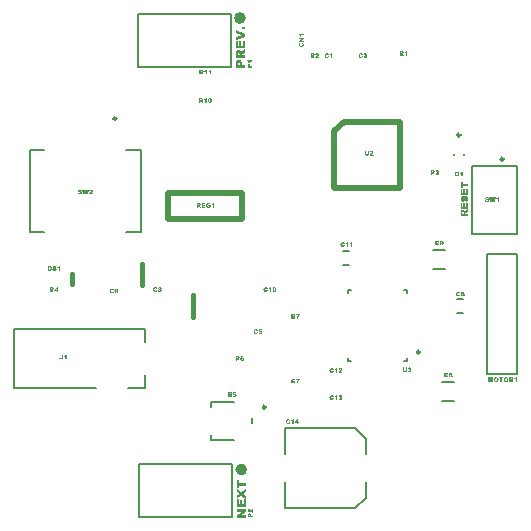
<source format=gto>
G04*
G04 #@! TF.GenerationSoftware,Altium Limited,Altium Designer,21.1.1 (26)*
G04*
G04 Layer_Color=65535*
%FSLAX25Y25*%
%MOIN*%
G70*
G04*
G04 #@! TF.SameCoordinates,EC72FFD8-62BE-425B-AFB2-474ABE2E55C8*
G04*
G04*
G04 #@! TF.FilePolarity,Positive*
G04*
G01*
G75*
%ADD10C,0.00984*%
%ADD11C,0.01968*%
%ADD12C,0.00787*%
%ADD13C,0.02000*%
%ADD14C,0.01575*%
G36*
X33560Y37282D02*
Y37279D01*
Y37277D01*
Y37260D01*
X33557Y37235D01*
X33554Y37202D01*
X33549Y37160D01*
X33540Y37119D01*
X33529Y37075D01*
X33516Y37027D01*
X33513Y37022D01*
X33507Y37008D01*
X33499Y36986D01*
X33482Y36958D01*
X33466Y36925D01*
X33441Y36889D01*
X33416Y36853D01*
X33382Y36820D01*
X33380Y36817D01*
X33366Y36806D01*
X33349Y36789D01*
X33327Y36770D01*
X33299Y36751D01*
X33266Y36731D01*
X33233Y36712D01*
X33197Y36695D01*
X33194D01*
X33191Y36692D01*
X33183Y36689D01*
X33172Y36687D01*
X33144Y36678D01*
X33103Y36670D01*
X33056Y36662D01*
X33000Y36654D01*
X32936Y36648D01*
X32867Y36645D01*
X32826D01*
X32795Y36648D01*
X32759D01*
X32718Y36654D01*
X32673Y36656D01*
X32623Y36662D01*
X32618D01*
X32601Y36665D01*
X32576Y36667D01*
X32549Y36676D01*
X32513Y36681D01*
X32477Y36692D01*
X32441Y36706D01*
X32405Y36720D01*
X32402Y36723D01*
X32391Y36728D01*
X32374Y36739D01*
X32352Y36753D01*
X32327Y36773D01*
X32299Y36795D01*
X32272Y36820D01*
X32244Y36850D01*
X32241Y36853D01*
X32233Y36864D01*
X32219Y36883D01*
X32205Y36906D01*
X32189Y36931D01*
X32172Y36961D01*
X32155Y36994D01*
X32144Y37027D01*
Y37030D01*
X32142Y37033D01*
Y37041D01*
X32139Y37052D01*
X32131Y37080D01*
X32125Y37113D01*
X32117Y37152D01*
X32108Y37196D01*
X32105Y37241D01*
X32103Y37282D01*
Y38188D01*
X32571D01*
Y37263D01*
Y37257D01*
Y37244D01*
X32574Y37219D01*
X32579Y37191D01*
X32588Y37160D01*
X32599Y37130D01*
X32615Y37097D01*
X32637Y37069D01*
X32640Y37066D01*
X32651Y37058D01*
X32665Y37047D01*
X32687Y37036D01*
X32715Y37022D01*
X32748Y37011D01*
X32787Y37003D01*
X32831Y37000D01*
X32851D01*
X32873Y37003D01*
X32901Y37008D01*
X32931Y37016D01*
X32964Y37027D01*
X32995Y37044D01*
X33022Y37066D01*
X33025Y37069D01*
X33033Y37080D01*
X33045Y37094D01*
X33058Y37116D01*
X33070Y37144D01*
X33081Y37180D01*
X33089Y37219D01*
X33092Y37263D01*
Y38188D01*
X33560D01*
Y37282D01*
D02*
G37*
G36*
X34468Y38210D02*
X34490D01*
X34540Y38208D01*
X34596Y38199D01*
X34654Y38191D01*
X34709Y38177D01*
X34759Y38160D01*
X34762D01*
X34765Y38158D01*
X34779Y38152D01*
X34804Y38138D01*
X34831Y38122D01*
X34862Y38100D01*
X34895Y38074D01*
X34928Y38041D01*
X34956Y38005D01*
X34959Y38000D01*
X34967Y37986D01*
X34978Y37966D01*
X34992Y37936D01*
X35006Y37903D01*
X35017Y37861D01*
X35025Y37817D01*
X35028Y37770D01*
Y37767D01*
Y37764D01*
Y37756D01*
Y37748D01*
X35022Y37720D01*
X35017Y37684D01*
X35008Y37645D01*
X34992Y37598D01*
X34973Y37551D01*
X34945Y37504D01*
X34942Y37498D01*
X34928Y37482D01*
X34909Y37457D01*
X34878Y37424D01*
X34837Y37382D01*
X34812Y37360D01*
X34787Y37335D01*
X34756Y37310D01*
X34723Y37282D01*
X34687Y37255D01*
X34648Y37227D01*
X34643Y37224D01*
X34629Y37213D01*
X34607Y37196D01*
X34579Y37177D01*
X34551Y37158D01*
X34521Y37138D01*
X34496Y37119D01*
X34477Y37102D01*
X34474Y37099D01*
X34468Y37097D01*
X34460Y37088D01*
X34449Y37080D01*
X34418Y37050D01*
X34377Y37014D01*
X35039D01*
Y36670D01*
X33770D01*
Y36673D01*
Y36678D01*
X33773Y36689D01*
X33776Y36701D01*
X33779Y36717D01*
X33781Y36737D01*
X33795Y36784D01*
X33812Y36836D01*
X33834Y36895D01*
X33865Y36958D01*
X33900Y37019D01*
X33903Y37022D01*
X33906Y37027D01*
X33912Y37036D01*
X33923Y37050D01*
X33937Y37064D01*
X33950Y37083D01*
X33972Y37105D01*
X33995Y37130D01*
X34020Y37158D01*
X34050Y37188D01*
X34083Y37219D01*
X34122Y37255D01*
X34164Y37291D01*
X34211Y37329D01*
X34261Y37368D01*
X34316Y37410D01*
X34319Y37413D01*
X34324Y37415D01*
X34333Y37424D01*
X34347Y37432D01*
X34377Y37457D01*
X34416Y37487D01*
X34455Y37523D01*
X34496Y37556D01*
X34529Y37590D01*
X34543Y37606D01*
X34554Y37620D01*
X34557Y37623D01*
X34563Y37631D01*
X34571Y37645D01*
X34582Y37665D01*
X34590Y37684D01*
X34598Y37709D01*
X34604Y37731D01*
X34607Y37756D01*
Y37759D01*
Y37767D01*
X34604Y37781D01*
X34601Y37797D01*
X34593Y37817D01*
X34585Y37836D01*
X34571Y37856D01*
X34554Y37875D01*
X34551Y37878D01*
X34546Y37883D01*
X34535Y37892D01*
X34518Y37900D01*
X34499Y37908D01*
X34477Y37917D01*
X34452Y37922D01*
X34424Y37925D01*
X34410D01*
X34396Y37922D01*
X34377Y37919D01*
X34358Y37911D01*
X34335Y37903D01*
X34313Y37889D01*
X34291Y37872D01*
X34288Y37870D01*
X34283Y37864D01*
X34275Y37850D01*
X34263Y37831D01*
X34252Y37806D01*
X34241Y37775D01*
X34233Y37739D01*
X34225Y37695D01*
X33801Y37728D01*
Y37731D01*
Y37737D01*
X33804Y37745D01*
X33806Y37759D01*
X33812Y37789D01*
X33820Y37831D01*
X33834Y37875D01*
X33848Y37919D01*
X33867Y37964D01*
X33889Y38005D01*
X33892Y38011D01*
X33900Y38022D01*
X33917Y38039D01*
X33939Y38061D01*
X33964Y38086D01*
X33997Y38111D01*
X34034Y38135D01*
X34078Y38158D01*
X34080D01*
X34083Y38160D01*
X34100Y38166D01*
X34128Y38174D01*
X34166Y38185D01*
X34214Y38196D01*
X34272Y38205D01*
X34338Y38210D01*
X34413Y38213D01*
X34449D01*
X34468Y38210D01*
D02*
G37*
G36*
X64745Y27133D02*
X66463D01*
Y26430D01*
X64745D01*
Y25710D01*
X64183D01*
Y27853D01*
X64745D01*
Y27133D01*
D02*
G37*
G36*
X66463Y23572D02*
X64183D01*
Y25461D01*
X64670D01*
Y24279D01*
X65031D01*
Y25373D01*
X65497D01*
Y24279D01*
X65947D01*
Y25494D01*
X66463D01*
Y23572D01*
D02*
G37*
G36*
X65801Y23210D02*
X65855Y23202D01*
X65918Y23189D01*
X65988Y23164D01*
X66059Y23135D01*
X66130Y23094D01*
X66138Y23089D01*
X66159Y23073D01*
X66192Y23044D01*
X66234Y23006D01*
X66280Y22956D01*
X66325Y22898D01*
X66367Y22831D01*
X66408Y22752D01*
Y22748D01*
X66413Y22744D01*
X66417Y22732D01*
X66421Y22715D01*
X66429Y22694D01*
X66438Y22665D01*
X66446Y22636D01*
X66454Y22603D01*
X66471Y22524D01*
X66487Y22428D01*
X66496Y22324D01*
X66500Y22203D01*
Y22149D01*
X66496Y22108D01*
X66492Y22062D01*
X66487Y22008D01*
X66483Y21950D01*
X66471Y21883D01*
X66446Y21750D01*
X66408Y21617D01*
X66383Y21554D01*
X66350Y21496D01*
X66317Y21442D01*
X66280Y21396D01*
X66275Y21392D01*
X66267Y21388D01*
X66255Y21375D01*
X66238Y21363D01*
X66217Y21346D01*
X66192Y21326D01*
X66159Y21305D01*
X66126Y21284D01*
X66042Y21238D01*
X65943Y21197D01*
X65834Y21168D01*
X65772Y21155D01*
X65710Y21147D01*
X65664Y21816D01*
X65672D01*
X65693Y21821D01*
X65722Y21825D01*
X65755Y21837D01*
X65839Y21862D01*
X65880Y21883D01*
X65913Y21904D01*
X65918Y21908D01*
X65934Y21925D01*
X65955Y21950D01*
X65980Y21983D01*
X66009Y22029D01*
X66030Y22083D01*
X66047Y22145D01*
X66051Y22216D01*
Y22241D01*
X66047Y22266D01*
X66042Y22303D01*
X66034Y22341D01*
X66022Y22378D01*
X66005Y22415D01*
X65984Y22449D01*
X65980Y22453D01*
X65972Y22461D01*
X65955Y22474D01*
X65938Y22490D01*
X65913Y22507D01*
X65884Y22520D01*
X65851Y22528D01*
X65818Y22532D01*
X65814D01*
X65801D01*
X65785Y22528D01*
X65764Y22524D01*
X65739Y22511D01*
X65714Y22499D01*
X65685Y22478D01*
X65660Y22453D01*
X65655Y22449D01*
X65647Y22436D01*
X65635Y22411D01*
X65618Y22378D01*
X65597Y22328D01*
X65572Y22266D01*
X65560Y22228D01*
X65552Y22187D01*
X65539Y22141D01*
X65527Y22091D01*
Y22087D01*
X65522Y22070D01*
X65514Y22045D01*
X65510Y22016D01*
X65497Y21979D01*
X65485Y21933D01*
X65473Y21887D01*
X65456Y21837D01*
X65414Y21725D01*
X65368Y21617D01*
X65314Y21517D01*
X65285Y21471D01*
X65252Y21430D01*
X65248D01*
X65244Y21421D01*
X65223Y21400D01*
X65185Y21367D01*
X65131Y21334D01*
X65069Y21296D01*
X64994Y21263D01*
X64911Y21242D01*
X64865Y21238D01*
X64815Y21234D01*
X64811D01*
X64807D01*
X64786D01*
X64749Y21238D01*
X64707Y21247D01*
X64657Y21259D01*
X64599Y21276D01*
X64541Y21301D01*
X64482Y21334D01*
X64474Y21338D01*
X64457Y21355D01*
X64428Y21380D01*
X64391Y21413D01*
X64353Y21455D01*
X64312Y21509D01*
X64274Y21571D01*
X64237Y21642D01*
Y21646D01*
X64233Y21650D01*
X64229Y21663D01*
X64224Y21679D01*
X64216Y21700D01*
X64208Y21725D01*
X64200Y21754D01*
X64191Y21787D01*
X64183Y21825D01*
X64175Y21871D01*
X64158Y21966D01*
X64150Y22079D01*
X64145Y22203D01*
Y22245D01*
X64150Y22274D01*
Y22311D01*
X64154Y22353D01*
X64158Y22399D01*
X64166Y22449D01*
X64187Y22557D01*
X64216Y22669D01*
X64258Y22773D01*
X64283Y22823D01*
X64312Y22869D01*
Y22873D01*
X64320Y22877D01*
X64341Y22906D01*
X64383Y22944D01*
X64437Y22990D01*
X64470Y23015D01*
X64507Y23035D01*
X64553Y23060D01*
X64599Y23081D01*
X64649Y23102D01*
X64703Y23119D01*
X64765Y23131D01*
X64828Y23144D01*
X64865Y22478D01*
X64857D01*
X64840Y22474D01*
X64811Y22465D01*
X64778Y22453D01*
X64745Y22436D01*
X64707Y22420D01*
X64670Y22395D01*
X64640Y22366D01*
X64636Y22361D01*
X64628Y22349D01*
X64620Y22332D01*
X64603Y22307D01*
X64591Y22274D01*
X64582Y22232D01*
X64574Y22187D01*
X64570Y22133D01*
Y22112D01*
X64574Y22091D01*
X64578Y22062D01*
X64591Y22000D01*
X64607Y21970D01*
X64624Y21945D01*
X64628Y21941D01*
X64632Y21937D01*
X64657Y21916D01*
X64699Y21895D01*
X64724Y21891D01*
X64749Y21887D01*
X64753D01*
X64757D01*
X64782Y21895D01*
X64815Y21908D01*
X64832Y21921D01*
X64849Y21937D01*
Y21941D01*
X64857Y21950D01*
X64865Y21962D01*
X64878Y21987D01*
X64890Y22016D01*
X64903Y22058D01*
X64919Y22108D01*
X64932Y22170D01*
Y22174D01*
X64936Y22191D01*
X64940Y22216D01*
X64948Y22245D01*
X64957Y22282D01*
X64969Y22328D01*
X64982Y22378D01*
X64994Y22428D01*
X65023Y22536D01*
X65061Y22648D01*
X65098Y22748D01*
X65115Y22794D01*
X65136Y22836D01*
Y22840D01*
X65140Y22844D01*
X65152Y22869D01*
X65173Y22902D01*
X65202Y22948D01*
X65240Y22994D01*
X65281Y23044D01*
X65331Y23089D01*
X65385Y23127D01*
X65393Y23131D01*
X65410Y23139D01*
X65443Y23156D01*
X65485Y23173D01*
X65535Y23189D01*
X65589Y23206D01*
X65655Y23214D01*
X65722Y23218D01*
X65726D01*
X65730D01*
X65743D01*
X65759D01*
X65801Y23210D01*
D02*
G37*
G36*
X66463Y18971D02*
X64183D01*
Y20860D01*
X64670D01*
Y19678D01*
X65031D01*
Y20772D01*
X65497D01*
Y19678D01*
X65947D01*
Y20893D01*
X66463D01*
Y18971D01*
D02*
G37*
G36*
Y17948D02*
X65768Y17569D01*
X65764Y17565D01*
X65747Y17557D01*
X65722Y17544D01*
X65697Y17527D01*
X65639Y17486D01*
X65614Y17461D01*
X65593Y17440D01*
X65589Y17436D01*
X65585Y17428D01*
X65576Y17411D01*
X65564Y17390D01*
X65556Y17365D01*
X65547Y17336D01*
X65543Y17303D01*
X65539Y17265D01*
Y17207D01*
X66463D01*
Y16500D01*
X64183D01*
Y17756D01*
X64187Y17785D01*
X64191Y17860D01*
X64195Y17939D01*
X64208Y18023D01*
X64220Y18102D01*
X64241Y18172D01*
X64245Y18181D01*
X64254Y18201D01*
X64266Y18235D01*
X64287Y18272D01*
X64316Y18318D01*
X64353Y18364D01*
X64395Y18409D01*
X64449Y18451D01*
X64457Y18455D01*
X64474Y18468D01*
X64507Y18484D01*
X64553Y18505D01*
X64607Y18526D01*
X64670Y18543D01*
X64740Y18555D01*
X64819Y18559D01*
X64828D01*
X64853D01*
X64886Y18555D01*
X64932Y18551D01*
X64982Y18538D01*
X65036Y18526D01*
X65094Y18505D01*
X65148Y18476D01*
X65152Y18472D01*
X65169Y18463D01*
X65194Y18443D01*
X65227Y18418D01*
X65260Y18384D01*
X65298Y18347D01*
X65335Y18301D01*
X65368Y18251D01*
X65373Y18247D01*
X65377Y18235D01*
X65389Y18214D01*
X65402Y18189D01*
X65414Y18151D01*
X65431Y18110D01*
X65443Y18060D01*
X65460Y18006D01*
Y18010D01*
X65468Y18027D01*
X65477Y18047D01*
X65485Y18077D01*
X65514Y18135D01*
X65527Y18164D01*
X65543Y18189D01*
X65547Y18197D01*
X65556Y18206D01*
X65568Y18218D01*
X65585Y18235D01*
X65606Y18251D01*
X65631Y18276D01*
X65664Y18301D01*
X65668Y18305D01*
X65680Y18314D01*
X65697Y18326D01*
X65714Y18343D01*
X65764Y18376D01*
X65785Y18389D01*
X65805Y18401D01*
X66463Y18746D01*
Y17948D01*
D02*
G37*
G36*
X72938Y22781D02*
X72963D01*
X72990Y22778D01*
X73021Y22776D01*
X73054Y22770D01*
X73126Y22756D01*
X73201Y22737D01*
X73270Y22709D01*
X73303Y22693D01*
X73334Y22673D01*
X73337D01*
X73339Y22668D01*
X73359Y22654D01*
X73384Y22626D01*
X73414Y22590D01*
X73431Y22568D01*
X73445Y22543D01*
X73461Y22512D01*
X73475Y22482D01*
X73489Y22449D01*
X73500Y22413D01*
X73508Y22371D01*
X73517Y22330D01*
X73074Y22305D01*
Y22310D01*
X73071Y22321D01*
X73065Y22341D01*
X73057Y22363D01*
X73046Y22385D01*
X73035Y22410D01*
X73018Y22435D01*
X72999Y22454D01*
X72996Y22457D01*
X72988Y22463D01*
X72976Y22468D01*
X72960Y22479D01*
X72938Y22488D01*
X72910Y22493D01*
X72879Y22499D01*
X72843Y22501D01*
X72830D01*
X72816Y22499D01*
X72796Y22496D01*
X72755Y22488D01*
X72736Y22476D01*
X72719Y22465D01*
X72716Y22463D01*
X72713Y22460D01*
X72699Y22443D01*
X72686Y22415D01*
X72683Y22399D01*
X72680Y22382D01*
Y22379D01*
Y22377D01*
X72686Y22360D01*
X72694Y22338D01*
X72702Y22327D01*
X72713Y22316D01*
X72716D01*
X72722Y22310D01*
X72730Y22305D01*
X72747Y22296D01*
X72766Y22288D01*
X72794Y22280D01*
X72827Y22269D01*
X72869Y22260D01*
X72871D01*
X72882Y22258D01*
X72899Y22255D01*
X72918Y22249D01*
X72943Y22244D01*
X72974Y22235D01*
X73007Y22227D01*
X73040Y22219D01*
X73112Y22199D01*
X73187Y22174D01*
X73254Y22150D01*
X73284Y22139D01*
X73312Y22125D01*
X73314D01*
X73317Y22122D01*
X73334Y22114D01*
X73356Y22100D01*
X73387Y22080D01*
X73417Y22055D01*
X73450Y22028D01*
X73481Y21994D01*
X73506Y21958D01*
X73508Y21953D01*
X73514Y21942D01*
X73525Y21920D01*
X73536Y21892D01*
X73547Y21859D01*
X73558Y21823D01*
X73564Y21778D01*
X73567Y21734D01*
Y21731D01*
Y21729D01*
Y21720D01*
Y21709D01*
X73561Y21681D01*
X73555Y21645D01*
X73547Y21604D01*
X73531Y21557D01*
X73511Y21510D01*
X73483Y21463D01*
X73481Y21457D01*
X73470Y21443D01*
X73450Y21421D01*
X73425Y21393D01*
X73392Y21363D01*
X73353Y21332D01*
X73309Y21305D01*
X73256Y21277D01*
X73254D01*
X73251Y21274D01*
X73242Y21271D01*
X73231Y21269D01*
X73217Y21263D01*
X73198Y21258D01*
X73179Y21252D01*
X73157Y21247D01*
X73104Y21236D01*
X73040Y21224D01*
X72971Y21219D01*
X72891Y21216D01*
X72855D01*
X72827Y21219D01*
X72796Y21222D01*
X72760Y21224D01*
X72722Y21227D01*
X72677Y21236D01*
X72589Y21252D01*
X72500Y21277D01*
X72458Y21294D01*
X72420Y21316D01*
X72384Y21338D01*
X72353Y21363D01*
X72351Y21366D01*
X72348Y21371D01*
X72339Y21380D01*
X72331Y21391D01*
X72320Y21404D01*
X72306Y21421D01*
X72292Y21443D01*
X72278Y21465D01*
X72248Y21521D01*
X72220Y21587D01*
X72201Y21659D01*
X72193Y21701D01*
X72187Y21742D01*
X72633Y21773D01*
Y21767D01*
X72636Y21754D01*
X72639Y21734D01*
X72647Y21712D01*
X72663Y21656D01*
X72677Y21629D01*
X72691Y21607D01*
X72694Y21604D01*
X72705Y21593D01*
X72722Y21579D01*
X72744Y21562D01*
X72774Y21543D01*
X72810Y21529D01*
X72852Y21518D01*
X72899Y21515D01*
X72916D01*
X72932Y21518D01*
X72957Y21521D01*
X72982Y21526D01*
X73007Y21535D01*
X73032Y21546D01*
X73054Y21560D01*
X73057Y21562D01*
X73062Y21568D01*
X73071Y21579D01*
X73082Y21590D01*
X73093Y21607D01*
X73101Y21626D01*
X73107Y21648D01*
X73110Y21670D01*
Y21673D01*
Y21681D01*
X73107Y21692D01*
X73104Y21706D01*
X73096Y21723D01*
X73087Y21740D01*
X73074Y21759D01*
X73057Y21776D01*
X73054Y21778D01*
X73046Y21784D01*
X73029Y21792D01*
X73007Y21803D01*
X72974Y21817D01*
X72932Y21834D01*
X72907Y21842D01*
X72879Y21848D01*
X72849Y21856D01*
X72816Y21864D01*
X72813D01*
X72802Y21867D01*
X72785Y21873D01*
X72766Y21875D01*
X72741Y21884D01*
X72711Y21892D01*
X72680Y21900D01*
X72647Y21911D01*
X72572Y21939D01*
X72500Y21970D01*
X72434Y22005D01*
X72403Y22025D01*
X72375Y22047D01*
Y22050D01*
X72370Y22053D01*
X72356Y22066D01*
X72334Y22091D01*
X72312Y22127D01*
X72287Y22169D01*
X72265Y22219D01*
X72251Y22274D01*
X72248Y22305D01*
X72245Y22338D01*
Y22341D01*
Y22343D01*
Y22357D01*
X72248Y22382D01*
X72254Y22410D01*
X72262Y22443D01*
X72273Y22482D01*
X72290Y22521D01*
X72312Y22559D01*
X72315Y22565D01*
X72325Y22576D01*
X72342Y22596D01*
X72364Y22621D01*
X72392Y22645D01*
X72428Y22673D01*
X72470Y22698D01*
X72517Y22723D01*
X72519D01*
X72522Y22726D01*
X72531Y22728D01*
X72542Y22731D01*
X72556Y22737D01*
X72572Y22742D01*
X72592Y22748D01*
X72614Y22753D01*
X72639Y22759D01*
X72669Y22764D01*
X72733Y22776D01*
X72808Y22781D01*
X72891Y22784D01*
X72918D01*
X72938Y22781D01*
D02*
G37*
G36*
X75436Y21241D02*
X74974D01*
X74708Y22197D01*
X74442Y21241D01*
X73982D01*
X73647Y22759D01*
X74090D01*
X74251Y21911D01*
X74486Y22759D01*
X74929D01*
X75165Y21909D01*
X75326Y22759D01*
X75771D01*
X75436Y21241D01*
D02*
G37*
G36*
X76813D02*
X76386D01*
Y22249D01*
X76381Y22246D01*
X76370Y22235D01*
X76348Y22222D01*
X76323Y22202D01*
X76292Y22183D01*
X76256Y22161D01*
X76220Y22139D01*
X76184Y22119D01*
X76179Y22116D01*
X76168Y22111D01*
X76145Y22103D01*
X76118Y22091D01*
X76082Y22078D01*
X76043Y22061D01*
X75996Y22047D01*
X75943Y22030D01*
Y22374D01*
X75946D01*
X75951Y22377D01*
X75963Y22382D01*
X75979Y22385D01*
X75996Y22393D01*
X76018Y22402D01*
X76065Y22421D01*
X76118Y22446D01*
X76173Y22474D01*
X76228Y22504D01*
X76276Y22540D01*
X76278D01*
X76281Y22546D01*
X76295Y22557D01*
X76317Y22579D01*
X76345Y22609D01*
X76375Y22643D01*
X76406Y22684D01*
X76436Y22731D01*
X76464Y22784D01*
X76813D01*
Y21241D01*
D02*
G37*
G36*
X-9792Y-72406D02*
X-7500D01*
Y-73344D01*
X-9792D01*
Y-74304D01*
X-10541D01*
Y-71446D01*
X-9792D01*
Y-72406D01*
D02*
G37*
G36*
X-7500Y-75447D02*
X-8477Y-76052D01*
X-7500Y-76652D01*
Y-77701D01*
X-9082Y-76652D01*
X-10541Y-77606D01*
Y-76569D01*
X-9603Y-76036D01*
X-10541Y-75508D01*
Y-74482D01*
X-9065Y-75431D01*
X-7500Y-74393D01*
Y-75447D01*
D02*
G37*
G36*
Y-80465D02*
X-10541D01*
Y-77945D01*
X-9892D01*
Y-79521D01*
X-9409D01*
Y-78061D01*
X-8788D01*
Y-79521D01*
X-8188D01*
Y-77900D01*
X-7500D01*
Y-80465D01*
D02*
G37*
G36*
Y-81974D02*
X-9176Y-83118D01*
X-7500D01*
Y-84000D01*
X-10541D01*
Y-83129D01*
X-8854Y-81974D01*
X-10541D01*
Y-81086D01*
X-7500D01*
Y-81974D01*
D02*
G37*
G36*
X-7800Y78704D02*
X-8649D01*
Y79609D01*
X-7800D01*
Y78704D01*
D02*
G37*
G36*
Y77316D02*
Y76301D01*
X-10841Y75152D01*
Y76134D01*
X-8649Y76817D01*
X-10841Y77494D01*
Y78449D01*
X-7800Y77316D01*
D02*
G37*
G36*
Y72382D02*
X-10841D01*
Y74902D01*
X-10192D01*
Y73326D01*
X-9709D01*
Y74786D01*
X-9088D01*
Y73326D01*
X-8488D01*
Y74947D01*
X-7800D01*
Y72382D01*
D02*
G37*
G36*
Y71017D02*
X-8727Y70512D01*
X-8732Y70507D01*
X-8755Y70495D01*
X-8788Y70479D01*
X-8821Y70457D01*
X-8899Y70401D01*
X-8932Y70368D01*
X-8960Y70340D01*
X-8965Y70335D01*
X-8971Y70323D01*
X-8982Y70301D01*
X-8999Y70274D01*
X-9010Y70240D01*
X-9021Y70201D01*
X-9027Y70157D01*
X-9032Y70107D01*
Y70029D01*
X-7800D01*
Y69086D01*
X-10841D01*
Y70762D01*
X-10836Y70801D01*
X-10830Y70901D01*
X-10825Y71006D01*
X-10808Y71117D01*
X-10791Y71223D01*
X-10764Y71317D01*
X-10758Y71328D01*
X-10747Y71356D01*
X-10730Y71400D01*
X-10703Y71450D01*
X-10664Y71511D01*
X-10614Y71572D01*
X-10558Y71633D01*
X-10486Y71689D01*
X-10475Y71694D01*
X-10453Y71711D01*
X-10408Y71733D01*
X-10347Y71761D01*
X-10275Y71789D01*
X-10192Y71811D01*
X-10098Y71828D01*
X-9992Y71833D01*
X-9981D01*
X-9948D01*
X-9903Y71828D01*
X-9842Y71822D01*
X-9776Y71805D01*
X-9704Y71789D01*
X-9626Y71761D01*
X-9554Y71722D01*
X-9548Y71716D01*
X-9526Y71705D01*
X-9493Y71678D01*
X-9448Y71644D01*
X-9404Y71600D01*
X-9354Y71550D01*
X-9304Y71489D01*
X-9260Y71422D01*
X-9254Y71417D01*
X-9249Y71400D01*
X-9232Y71372D01*
X-9215Y71339D01*
X-9199Y71289D01*
X-9176Y71234D01*
X-9160Y71167D01*
X-9138Y71095D01*
Y71100D01*
X-9126Y71123D01*
X-9115Y71150D01*
X-9104Y71189D01*
X-9065Y71267D01*
X-9049Y71306D01*
X-9027Y71339D01*
X-9021Y71350D01*
X-9010Y71361D01*
X-8993Y71378D01*
X-8971Y71400D01*
X-8943Y71422D01*
X-8910Y71456D01*
X-8866Y71489D01*
X-8860Y71495D01*
X-8843Y71506D01*
X-8821Y71522D01*
X-8799Y71544D01*
X-8732Y71589D01*
X-8705Y71605D01*
X-8677Y71622D01*
X-7800Y72083D01*
Y71017D01*
D02*
G37*
G36*
X-9831Y68575D02*
X-9792D01*
X-9748Y68564D01*
X-9648Y68547D01*
X-9532Y68514D01*
X-9409Y68464D01*
X-9348Y68431D01*
X-9293Y68398D01*
X-9237Y68353D01*
X-9188Y68303D01*
Y68298D01*
X-9176Y68292D01*
X-9165Y68275D01*
X-9149Y68253D01*
X-9126Y68220D01*
X-9104Y68187D01*
X-9082Y68142D01*
X-9060Y68092D01*
X-9038Y68037D01*
X-9015Y67976D01*
X-8993Y67904D01*
X-8971Y67826D01*
X-8954Y67743D01*
X-8943Y67654D01*
X-8938Y67560D01*
X-8932Y67454D01*
Y66944D01*
X-7800D01*
Y66000D01*
X-10841D01*
Y67610D01*
X-10836Y67643D01*
Y67687D01*
X-10830Y67737D01*
X-10814Y67848D01*
X-10780Y67970D01*
X-10736Y68098D01*
X-10680Y68220D01*
X-10642Y68275D01*
X-10597Y68326D01*
Y68331D01*
X-10586Y68336D01*
X-10570Y68348D01*
X-10553Y68364D01*
X-10497Y68409D01*
X-10420Y68453D01*
X-10320Y68498D01*
X-10203Y68542D01*
X-10064Y68570D01*
X-9992Y68581D01*
X-9909D01*
X-9903D01*
X-9887D01*
X-9865D01*
X-9831Y68575D01*
D02*
G37*
G36*
X6644Y-51219D02*
X6669D01*
X6697Y-51222D01*
X6727Y-51224D01*
X6760Y-51230D01*
X6835Y-51244D01*
X6910Y-51266D01*
X6982Y-51294D01*
X7015Y-51313D01*
X7049Y-51332D01*
X7051D01*
X7057Y-51338D01*
X7065Y-51344D01*
X7076Y-51355D01*
X7090Y-51366D01*
X7107Y-51382D01*
X7123Y-51399D01*
X7143Y-51421D01*
X7162Y-51443D01*
X7181Y-51471D01*
X7204Y-51499D01*
X7223Y-51532D01*
X7242Y-51568D01*
X7262Y-51604D01*
X7278Y-51645D01*
X7295Y-51690D01*
X6880Y-51781D01*
Y-51778D01*
X6877Y-51770D01*
X6871Y-51756D01*
X6866Y-51742D01*
X6849Y-51709D01*
X6841Y-51695D01*
X6832Y-51681D01*
X6830Y-51679D01*
X6827Y-51673D01*
X6816Y-51662D01*
X6805Y-51651D01*
X6774Y-51623D01*
X6735Y-51598D01*
X6733Y-51596D01*
X6727Y-51593D01*
X6713Y-51587D01*
X6700Y-51582D01*
X6680Y-51576D01*
X6658Y-51573D01*
X6633Y-51568D01*
X6592D01*
X6583Y-51571D01*
X6553Y-51573D01*
X6517Y-51585D01*
X6478Y-51598D01*
X6436Y-51623D01*
X6398Y-51654D01*
X6381Y-51676D01*
X6364Y-51698D01*
X6362Y-51704D01*
X6353Y-51715D01*
X6345Y-51740D01*
X6334Y-51770D01*
X6320Y-51812D01*
X6312Y-51862D01*
X6303Y-51922D01*
X6301Y-51995D01*
Y-51997D01*
Y-52005D01*
Y-52019D01*
Y-52036D01*
X6303Y-52055D01*
Y-52080D01*
X6309Y-52133D01*
X6320Y-52188D01*
X6331Y-52246D01*
X6351Y-52299D01*
X6362Y-52321D01*
X6375Y-52341D01*
X6378Y-52343D01*
X6389Y-52355D01*
X6409Y-52368D01*
X6431Y-52385D01*
X6461Y-52404D01*
X6500Y-52418D01*
X6542Y-52429D01*
X6592Y-52432D01*
X6614D01*
X6639Y-52429D01*
X6669Y-52424D01*
X6702Y-52413D01*
X6735Y-52402D01*
X6769Y-52382D01*
X6796Y-52357D01*
X6799Y-52355D01*
X6808Y-52343D01*
X6821Y-52327D01*
X6835Y-52302D01*
X6852Y-52271D01*
X6869Y-52233D01*
X6885Y-52188D01*
X6899Y-52136D01*
X7309Y-52263D01*
Y-52266D01*
X7306Y-52271D01*
X7303Y-52280D01*
X7301Y-52291D01*
X7292Y-52324D01*
X7276Y-52363D01*
X7259Y-52410D01*
X7234Y-52457D01*
X7209Y-52504D01*
X7176Y-52551D01*
X7173Y-52557D01*
X7159Y-52571D01*
X7140Y-52590D01*
X7115Y-52618D01*
X7082Y-52645D01*
X7046Y-52673D01*
X7001Y-52701D01*
X6954Y-52726D01*
X6952D01*
X6949Y-52728D01*
X6940Y-52731D01*
X6932Y-52734D01*
X6902Y-52745D01*
X6863Y-52753D01*
X6816Y-52764D01*
X6758Y-52776D01*
X6691Y-52781D01*
X6619Y-52784D01*
X6578D01*
X6555Y-52781D01*
X6533D01*
X6506Y-52778D01*
X6475Y-52776D01*
X6411Y-52767D01*
X6342Y-52753D01*
X6276Y-52737D01*
X6212Y-52715D01*
X6209D01*
X6206Y-52712D01*
X6198Y-52706D01*
X6187Y-52701D01*
X6157Y-52681D01*
X6121Y-52657D01*
X6079Y-52621D01*
X6032Y-52579D01*
X5988Y-52526D01*
X5943Y-52463D01*
Y-52460D01*
X5938Y-52454D01*
X5932Y-52443D01*
X5927Y-52429D01*
X5918Y-52413D01*
X5907Y-52391D01*
X5896Y-52366D01*
X5888Y-52335D01*
X5877Y-52305D01*
X5866Y-52269D01*
X5857Y-52230D01*
X5846Y-52188D01*
X5841Y-52144D01*
X5835Y-52097D01*
X5830Y-51997D01*
Y-51992D01*
Y-51981D01*
X5833Y-51961D01*
Y-51936D01*
X5835Y-51903D01*
X5841Y-51867D01*
X5846Y-51828D01*
X5855Y-51784D01*
X5866Y-51737D01*
X5880Y-51690D01*
X5893Y-51643D01*
X5913Y-51593D01*
X5938Y-51546D01*
X5963Y-51501D01*
X5993Y-51457D01*
X6029Y-51418D01*
X6032Y-51415D01*
X6038Y-51410D01*
X6051Y-51399D01*
X6065Y-51388D01*
X6087Y-51371D01*
X6112Y-51355D01*
X6140Y-51335D01*
X6176Y-51316D01*
X6212Y-51299D01*
X6256Y-51280D01*
X6303Y-51263D01*
X6353Y-51247D01*
X6409Y-51236D01*
X6467Y-51224D01*
X6531Y-51219D01*
X6597Y-51216D01*
X6625D01*
X6644Y-51219D01*
D02*
G37*
G36*
X9979Y-52150D02*
X10170D01*
Y-52476D01*
X9979D01*
Y-52759D01*
X9611D01*
Y-52476D01*
X8841D01*
Y-52130D01*
X9611Y-51216D01*
X9979D01*
Y-52150D01*
D02*
G37*
G36*
X8425Y-52759D02*
X7999D01*
Y-51751D01*
X7993Y-51753D01*
X7982Y-51765D01*
X7960Y-51778D01*
X7935Y-51798D01*
X7904Y-51817D01*
X7868Y-51839D01*
X7832Y-51862D01*
X7796Y-51881D01*
X7791Y-51884D01*
X7780Y-51889D01*
X7758Y-51898D01*
X7730Y-51909D01*
X7694Y-51922D01*
X7655Y-51939D01*
X7608Y-51953D01*
X7555Y-51969D01*
Y-51626D01*
X7558D01*
X7564Y-51623D01*
X7575Y-51618D01*
X7591Y-51615D01*
X7608Y-51607D01*
X7630Y-51598D01*
X7677Y-51579D01*
X7730Y-51554D01*
X7785Y-51526D01*
X7841Y-51496D01*
X7888Y-51460D01*
X7891D01*
X7893Y-51454D01*
X7907Y-51443D01*
X7929Y-51421D01*
X7957Y-51391D01*
X7987Y-51357D01*
X8018Y-51316D01*
X8049Y-51269D01*
X8076Y-51216D01*
X8425D01*
Y-52759D01*
D02*
G37*
G36*
X21166Y-43219D02*
X21191D01*
X21219Y-43222D01*
X21249Y-43224D01*
X21283Y-43230D01*
X21357Y-43244D01*
X21432Y-43266D01*
X21504Y-43294D01*
X21537Y-43313D01*
X21571Y-43332D01*
X21573D01*
X21579Y-43338D01*
X21587Y-43343D01*
X21598Y-43355D01*
X21612Y-43366D01*
X21629Y-43382D01*
X21645Y-43399D01*
X21665Y-43421D01*
X21684Y-43443D01*
X21704Y-43471D01*
X21726Y-43499D01*
X21745Y-43532D01*
X21765Y-43568D01*
X21784Y-43604D01*
X21801Y-43645D01*
X21817Y-43690D01*
X21402Y-43781D01*
Y-43778D01*
X21399Y-43770D01*
X21393Y-43756D01*
X21388Y-43742D01*
X21371Y-43709D01*
X21363Y-43695D01*
X21355Y-43681D01*
X21352Y-43679D01*
X21349Y-43673D01*
X21338Y-43662D01*
X21327Y-43651D01*
X21296Y-43623D01*
X21258Y-43598D01*
X21255Y-43596D01*
X21249Y-43593D01*
X21236Y-43587D01*
X21222Y-43582D01*
X21202Y-43576D01*
X21180Y-43573D01*
X21155Y-43568D01*
X21114D01*
X21105Y-43571D01*
X21075Y-43573D01*
X21039Y-43584D01*
X21000Y-43598D01*
X20958Y-43623D01*
X20920Y-43654D01*
X20903Y-43676D01*
X20887Y-43698D01*
X20884Y-43704D01*
X20875Y-43715D01*
X20867Y-43740D01*
X20856Y-43770D01*
X20842Y-43812D01*
X20834Y-43861D01*
X20825Y-43922D01*
X20823Y-43995D01*
Y-43997D01*
Y-44006D01*
Y-44019D01*
Y-44036D01*
X20825Y-44055D01*
Y-44080D01*
X20831Y-44133D01*
X20842Y-44188D01*
X20853Y-44247D01*
X20873Y-44299D01*
X20884Y-44321D01*
X20898Y-44341D01*
X20900Y-44344D01*
X20911Y-44355D01*
X20931Y-44368D01*
X20953Y-44385D01*
X20983Y-44404D01*
X21022Y-44418D01*
X21064Y-44429D01*
X21114Y-44432D01*
X21136D01*
X21161Y-44429D01*
X21191Y-44424D01*
X21224Y-44413D01*
X21258Y-44402D01*
X21291Y-44382D01*
X21319Y-44357D01*
X21321Y-44355D01*
X21330Y-44344D01*
X21343Y-44327D01*
X21357Y-44302D01*
X21374Y-44271D01*
X21391Y-44233D01*
X21407Y-44188D01*
X21421Y-44136D01*
X21831Y-44263D01*
Y-44266D01*
X21828Y-44271D01*
X21825Y-44280D01*
X21823Y-44291D01*
X21814Y-44324D01*
X21798Y-44363D01*
X21781Y-44410D01*
X21756Y-44457D01*
X21731Y-44504D01*
X21698Y-44551D01*
X21695Y-44557D01*
X21681Y-44571D01*
X21662Y-44590D01*
X21637Y-44618D01*
X21604Y-44645D01*
X21568Y-44673D01*
X21524Y-44701D01*
X21476Y-44726D01*
X21474D01*
X21471Y-44728D01*
X21463Y-44731D01*
X21454Y-44734D01*
X21424Y-44745D01*
X21385Y-44753D01*
X21338Y-44765D01*
X21280Y-44776D01*
X21213Y-44781D01*
X21141Y-44784D01*
X21100D01*
X21078Y-44781D01*
X21055D01*
X21028Y-44778D01*
X20997Y-44776D01*
X20934Y-44767D01*
X20864Y-44753D01*
X20798Y-44737D01*
X20734Y-44715D01*
X20731D01*
X20729Y-44712D01*
X20720Y-44706D01*
X20709Y-44701D01*
X20679Y-44681D01*
X20643Y-44657D01*
X20601Y-44620D01*
X20554Y-44579D01*
X20510Y-44526D01*
X20465Y-44463D01*
Y-44460D01*
X20460Y-44454D01*
X20454Y-44443D01*
X20449Y-44429D01*
X20440Y-44413D01*
X20429Y-44391D01*
X20418Y-44366D01*
X20410Y-44335D01*
X20399Y-44305D01*
X20388Y-44269D01*
X20380Y-44230D01*
X20369Y-44188D01*
X20363Y-44144D01*
X20357Y-44097D01*
X20352Y-43997D01*
Y-43992D01*
Y-43981D01*
X20355Y-43961D01*
Y-43936D01*
X20357Y-43903D01*
X20363Y-43867D01*
X20369Y-43828D01*
X20377Y-43784D01*
X20388Y-43737D01*
X20402Y-43690D01*
X20416Y-43643D01*
X20435Y-43593D01*
X20460Y-43546D01*
X20485Y-43501D01*
X20515Y-43457D01*
X20551Y-43418D01*
X20554Y-43415D01*
X20560Y-43410D01*
X20573Y-43399D01*
X20587Y-43388D01*
X20609Y-43371D01*
X20634Y-43355D01*
X20662Y-43335D01*
X20698Y-43316D01*
X20734Y-43299D01*
X20778Y-43280D01*
X20825Y-43263D01*
X20875Y-43247D01*
X20931Y-43235D01*
X20989Y-43224D01*
X21053Y-43219D01*
X21119Y-43216D01*
X21147D01*
X21166Y-43219D01*
D02*
G37*
G36*
X24055D02*
X24080D01*
X24108Y-43222D01*
X24138Y-43224D01*
X24172Y-43230D01*
X24244Y-43244D01*
X24313Y-43263D01*
X24382Y-43291D01*
X24410Y-43308D01*
X24438Y-43327D01*
X24440D01*
X24443Y-43332D01*
X24460Y-43346D01*
X24479Y-43371D01*
X24504Y-43404D01*
X24529Y-43443D01*
X24551Y-43490D01*
X24565Y-43546D01*
X24568Y-43576D01*
X24571Y-43607D01*
Y-43612D01*
Y-43623D01*
X24568Y-43643D01*
X24565Y-43665D01*
X24557Y-43692D01*
X24548Y-43723D01*
X24535Y-43753D01*
X24515Y-43784D01*
X24512Y-43787D01*
X24504Y-43798D01*
X24493Y-43812D01*
X24476Y-43831D01*
X24454Y-43850D01*
X24427Y-43875D01*
X24393Y-43900D01*
X24354Y-43922D01*
X24357D01*
X24368Y-43925D01*
X24385Y-43931D01*
X24404Y-43936D01*
X24446Y-43953D01*
X24468Y-43961D01*
X24487Y-43972D01*
X24490Y-43975D01*
X24499Y-43981D01*
X24512Y-43992D01*
X24529Y-44006D01*
X24548Y-44022D01*
X24568Y-44044D01*
X24587Y-44069D01*
X24604Y-44097D01*
X24607Y-44100D01*
X24612Y-44111D01*
X24618Y-44127D01*
X24626Y-44147D01*
X24634Y-44175D01*
X24643Y-44205D01*
X24645Y-44238D01*
X24648Y-44277D01*
Y-44280D01*
Y-44282D01*
Y-44299D01*
X24645Y-44324D01*
X24640Y-44357D01*
X24632Y-44399D01*
X24618Y-44440D01*
X24601Y-44485D01*
X24576Y-44532D01*
X24573Y-44537D01*
X24562Y-44551D01*
X24548Y-44573D01*
X24526Y-44601D01*
X24496Y-44632D01*
X24463Y-44662D01*
X24424Y-44693D01*
X24377Y-44720D01*
X24374D01*
X24371Y-44723D01*
X24363Y-44726D01*
X24352Y-44731D01*
X24341Y-44734D01*
X24324Y-44740D01*
X24285Y-44751D01*
X24235Y-44765D01*
X24177Y-44773D01*
X24108Y-44781D01*
X24033Y-44784D01*
X24000D01*
X23983Y-44781D01*
X23961D01*
X23917Y-44778D01*
X23864Y-44773D01*
X23809Y-44765D01*
X23756Y-44753D01*
X23706Y-44737D01*
X23701Y-44734D01*
X23687Y-44728D01*
X23665Y-44717D01*
X23637Y-44701D01*
X23607Y-44681D01*
X23573Y-44657D01*
X23540Y-44629D01*
X23510Y-44596D01*
X23507Y-44590D01*
X23496Y-44579D01*
X23482Y-44559D01*
X23465Y-44532D01*
X23446Y-44496D01*
X23429Y-44457D01*
X23410Y-44410D01*
X23393Y-44360D01*
X23814Y-44302D01*
Y-44308D01*
X23820Y-44321D01*
X23825Y-44344D01*
X23834Y-44371D01*
X23856Y-44429D01*
X23873Y-44457D01*
X23889Y-44479D01*
X23892Y-44482D01*
X23898Y-44488D01*
X23911Y-44493D01*
X23925Y-44501D01*
X23945Y-44513D01*
X23969Y-44518D01*
X23994Y-44524D01*
X24025Y-44526D01*
X24039D01*
X24055Y-44524D01*
X24075Y-44518D01*
X24097Y-44513D01*
X24122Y-44501D01*
X24144Y-44485D01*
X24166Y-44465D01*
X24169Y-44463D01*
X24174Y-44454D01*
X24186Y-44440D01*
X24197Y-44421D01*
X24205Y-44399D01*
X24216Y-44368D01*
X24222Y-44335D01*
X24224Y-44299D01*
Y-44294D01*
Y-44282D01*
X24222Y-44263D01*
X24219Y-44238D01*
X24211Y-44213D01*
X24202Y-44186D01*
X24188Y-44161D01*
X24169Y-44136D01*
X24166Y-44133D01*
X24158Y-44127D01*
X24147Y-44116D01*
X24130Y-44105D01*
X24108Y-44097D01*
X24083Y-44086D01*
X24053Y-44080D01*
X24019Y-44078D01*
X24000D01*
X23983Y-44080D01*
X23964Y-44083D01*
X23942Y-44089D01*
X23914Y-44094D01*
X23884Y-44102D01*
X23903Y-43803D01*
X23922D01*
X23942Y-43806D01*
X23972D01*
X23989Y-43803D01*
X24008Y-43801D01*
X24028Y-43795D01*
X24053Y-43784D01*
X24075Y-43773D01*
X24097Y-43756D01*
X24100Y-43753D01*
X24105Y-43748D01*
X24116Y-43737D01*
X24127Y-43720D01*
X24136Y-43704D01*
X24147Y-43681D01*
X24152Y-43657D01*
X24155Y-43632D01*
Y-43629D01*
Y-43620D01*
X24152Y-43607D01*
X24149Y-43593D01*
X24144Y-43573D01*
X24138Y-43557D01*
X24127Y-43537D01*
X24114Y-43521D01*
X24111Y-43518D01*
X24105Y-43515D01*
X24097Y-43507D01*
X24083Y-43499D01*
X24066Y-43493D01*
X24047Y-43485D01*
X24025Y-43482D01*
X23997Y-43479D01*
X23986D01*
X23972Y-43482D01*
X23953Y-43485D01*
X23934Y-43490D01*
X23914Y-43499D01*
X23895Y-43510D01*
X23875Y-43526D01*
X23873Y-43529D01*
X23867Y-43535D01*
X23862Y-43546D01*
X23850Y-43562D01*
X23842Y-43584D01*
X23831Y-43609D01*
X23823Y-43643D01*
X23814Y-43681D01*
X23415Y-43612D01*
Y-43609D01*
X23418Y-43604D01*
X23421Y-43593D01*
X23424Y-43582D01*
X23432Y-43565D01*
X23438Y-43546D01*
X23457Y-43504D01*
X23482Y-43457D01*
X23515Y-43407D01*
X23554Y-43360D01*
X23604Y-43319D01*
X23607D01*
X23609Y-43313D01*
X23618Y-43310D01*
X23631Y-43302D01*
X23645Y-43294D01*
X23662Y-43285D01*
X23684Y-43277D01*
X23709Y-43266D01*
X23734Y-43258D01*
X23765Y-43249D01*
X23798Y-43241D01*
X23834Y-43233D01*
X23873Y-43224D01*
X23914Y-43222D01*
X24005Y-43216D01*
X24033D01*
X24055Y-43219D01*
D02*
G37*
G36*
X22947Y-44759D02*
X22521D01*
Y-43751D01*
X22515Y-43753D01*
X22504Y-43765D01*
X22482Y-43778D01*
X22457Y-43798D01*
X22427Y-43817D01*
X22391Y-43839D01*
X22355Y-43861D01*
X22319Y-43881D01*
X22313Y-43884D01*
X22302Y-43889D01*
X22280Y-43898D01*
X22252Y-43909D01*
X22216Y-43922D01*
X22177Y-43939D01*
X22130Y-43953D01*
X22078Y-43970D01*
Y-43626D01*
X22080D01*
X22086Y-43623D01*
X22097Y-43618D01*
X22114Y-43615D01*
X22130Y-43607D01*
X22152Y-43598D01*
X22199Y-43579D01*
X22252Y-43554D01*
X22308Y-43526D01*
X22363Y-43496D01*
X22410Y-43460D01*
X22413D01*
X22415Y-43454D01*
X22429Y-43443D01*
X22452Y-43421D01*
X22479Y-43391D01*
X22510Y-43357D01*
X22540Y-43316D01*
X22571Y-43269D01*
X22598Y-43216D01*
X22947D01*
Y-44759D01*
D02*
G37*
G36*
X-19025Y63729D02*
X-19452D01*
Y64737D01*
X-19457Y64734D01*
X-19468Y64723D01*
X-19490Y64709D01*
X-19515Y64690D01*
X-19546Y64670D01*
X-19582Y64648D01*
X-19618Y64626D01*
X-19654Y64607D01*
X-19659Y64604D01*
X-19670Y64598D01*
X-19693Y64590D01*
X-19720Y64579D01*
X-19756Y64565D01*
X-19795Y64548D01*
X-19842Y64535D01*
X-19895Y64518D01*
Y64862D01*
X-19892D01*
X-19886Y64864D01*
X-19875Y64870D01*
X-19859Y64873D01*
X-19842Y64881D01*
X-19820Y64889D01*
X-19773Y64909D01*
X-19720Y64934D01*
X-19665Y64961D01*
X-19610Y64992D01*
X-19562Y65028D01*
X-19560D01*
X-19557Y65033D01*
X-19543Y65044D01*
X-19521Y65066D01*
X-19493Y65097D01*
X-19463Y65130D01*
X-19432Y65172D01*
X-19402Y65219D01*
X-19374Y65272D01*
X-19025D01*
Y63729D01*
D02*
G37*
G36*
X-20440D02*
X-20867D01*
Y64737D01*
X-20873Y64734D01*
X-20884Y64723D01*
X-20906Y64709D01*
X-20931Y64690D01*
X-20961Y64670D01*
X-20997Y64648D01*
X-21033Y64626D01*
X-21069Y64607D01*
X-21075Y64604D01*
X-21086Y64598D01*
X-21108Y64590D01*
X-21136Y64579D01*
X-21172Y64565D01*
X-21211Y64548D01*
X-21258Y64535D01*
X-21310Y64518D01*
Y64862D01*
X-21307D01*
X-21302Y64864D01*
X-21291Y64870D01*
X-21274Y64873D01*
X-21258Y64881D01*
X-21236Y64889D01*
X-21188Y64909D01*
X-21136Y64934D01*
X-21080Y64961D01*
X-21025Y64992D01*
X-20978Y65028D01*
X-20975D01*
X-20972Y65033D01*
X-20958Y65044D01*
X-20936Y65066D01*
X-20909Y65097D01*
X-20878Y65130D01*
X-20848Y65172D01*
X-20817Y65219D01*
X-20789Y65272D01*
X-20440D01*
Y63729D01*
D02*
G37*
G36*
X-22119Y65244D02*
X-22069Y65241D01*
X-22017Y65238D01*
X-21961Y65230D01*
X-21909Y65222D01*
X-21861Y65208D01*
X-21856Y65205D01*
X-21842Y65199D01*
X-21820Y65191D01*
X-21795Y65177D01*
X-21765Y65158D01*
X-21734Y65133D01*
X-21704Y65105D01*
X-21676Y65069D01*
X-21673Y65064D01*
X-21665Y65053D01*
X-21654Y65030D01*
X-21640Y65000D01*
X-21626Y64964D01*
X-21615Y64922D01*
X-21607Y64875D01*
X-21604Y64823D01*
Y64817D01*
Y64801D01*
X-21607Y64778D01*
X-21609Y64748D01*
X-21618Y64715D01*
X-21626Y64679D01*
X-21640Y64640D01*
X-21659Y64604D01*
X-21662Y64601D01*
X-21668Y64590D01*
X-21681Y64573D01*
X-21698Y64551D01*
X-21720Y64529D01*
X-21745Y64504D01*
X-21776Y64479D01*
X-21809Y64457D01*
X-21812Y64454D01*
X-21820Y64451D01*
X-21834Y64443D01*
X-21850Y64435D01*
X-21875Y64427D01*
X-21903Y64416D01*
X-21936Y64407D01*
X-21972Y64396D01*
X-21970D01*
X-21958Y64391D01*
X-21945Y64385D01*
X-21925Y64380D01*
X-21886Y64360D01*
X-21867Y64352D01*
X-21850Y64341D01*
X-21845Y64338D01*
X-21839Y64332D01*
X-21831Y64324D01*
X-21820Y64313D01*
X-21809Y64299D01*
X-21792Y64283D01*
X-21776Y64260D01*
X-21773Y64258D01*
X-21767Y64249D01*
X-21759Y64238D01*
X-21748Y64227D01*
X-21726Y64194D01*
X-21717Y64180D01*
X-21709Y64166D01*
X-21479Y63729D01*
X-22011D01*
X-22263Y64191D01*
X-22266Y64194D01*
X-22271Y64205D01*
X-22280Y64222D01*
X-22291Y64238D01*
X-22319Y64277D01*
X-22335Y64294D01*
X-22349Y64307D01*
X-22352Y64310D01*
X-22357Y64313D01*
X-22368Y64319D01*
X-22382Y64327D01*
X-22399Y64332D01*
X-22418Y64338D01*
X-22440Y64341D01*
X-22465Y64344D01*
X-22504D01*
Y63729D01*
X-22975D01*
Y65246D01*
X-22139D01*
X-22119Y65244D01*
D02*
G37*
G36*
X-20583Y54241D02*
X-21010D01*
Y55249D01*
X-21015Y55247D01*
X-21026Y55235D01*
X-21048Y55222D01*
X-21073Y55202D01*
X-21104Y55183D01*
X-21140Y55161D01*
X-21176Y55138D01*
X-21212Y55119D01*
X-21217Y55116D01*
X-21228Y55111D01*
X-21251Y55102D01*
X-21278Y55091D01*
X-21314Y55078D01*
X-21353Y55061D01*
X-21400Y55047D01*
X-21453Y55031D01*
Y55374D01*
X-21450D01*
X-21445Y55377D01*
X-21433Y55382D01*
X-21417Y55385D01*
X-21400Y55393D01*
X-21378Y55402D01*
X-21331Y55421D01*
X-21278Y55446D01*
X-21223Y55474D01*
X-21168Y55504D01*
X-21121Y55540D01*
X-21118D01*
X-21115Y55546D01*
X-21101Y55557D01*
X-21079Y55579D01*
X-21051Y55609D01*
X-21021Y55643D01*
X-20990Y55684D01*
X-20960Y55731D01*
X-20932Y55784D01*
X-20583D01*
Y54241D01*
D02*
G37*
G36*
X-22262Y55756D02*
X-22212Y55753D01*
X-22159Y55751D01*
X-22104Y55742D01*
X-22051Y55734D01*
X-22004Y55720D01*
X-21999Y55717D01*
X-21985Y55712D01*
X-21963Y55704D01*
X-21938Y55690D01*
X-21907Y55670D01*
X-21877Y55645D01*
X-21846Y55618D01*
X-21818Y55582D01*
X-21816Y55576D01*
X-21808Y55565D01*
X-21796Y55543D01*
X-21782Y55512D01*
X-21769Y55476D01*
X-21758Y55435D01*
X-21749Y55388D01*
X-21746Y55335D01*
Y55330D01*
Y55313D01*
X-21749Y55291D01*
X-21752Y55260D01*
X-21760Y55227D01*
X-21769Y55191D01*
X-21782Y55152D01*
X-21802Y55116D01*
X-21805Y55114D01*
X-21810Y55102D01*
X-21824Y55086D01*
X-21841Y55064D01*
X-21863Y55041D01*
X-21888Y55017D01*
X-21918Y54992D01*
X-21951Y54970D01*
X-21954Y54967D01*
X-21963Y54964D01*
X-21976Y54956D01*
X-21993Y54947D01*
X-22018Y54939D01*
X-22046Y54928D01*
X-22079Y54920D01*
X-22115Y54909D01*
X-22112D01*
X-22101Y54903D01*
X-22087Y54897D01*
X-22068Y54892D01*
X-22029Y54873D01*
X-22010Y54864D01*
X-21993Y54853D01*
X-21987Y54850D01*
X-21982Y54845D01*
X-21974Y54837D01*
X-21963Y54826D01*
X-21951Y54812D01*
X-21935Y54795D01*
X-21918Y54773D01*
X-21915Y54770D01*
X-21910Y54762D01*
X-21902Y54751D01*
X-21891Y54740D01*
X-21868Y54706D01*
X-21860Y54693D01*
X-21852Y54679D01*
X-21622Y54241D01*
X-22154D01*
X-22406Y54704D01*
X-22409Y54706D01*
X-22414Y54717D01*
X-22422Y54734D01*
X-22433Y54751D01*
X-22461Y54790D01*
X-22478Y54806D01*
X-22492Y54820D01*
X-22494Y54823D01*
X-22500Y54826D01*
X-22511Y54831D01*
X-22525Y54839D01*
X-22542Y54845D01*
X-22561Y54850D01*
X-22583Y54853D01*
X-22608Y54856D01*
X-22647D01*
Y54241D01*
X-23118D01*
Y55759D01*
X-22281D01*
X-22262Y55756D01*
D02*
G37*
G36*
X-19442Y55781D02*
X-19406Y55778D01*
X-19367Y55776D01*
X-19326Y55767D01*
X-19284Y55759D01*
X-19245Y55745D01*
X-19240Y55742D01*
X-19229Y55740D01*
X-19209Y55729D01*
X-19187Y55717D01*
X-19162Y55704D01*
X-19134Y55687D01*
X-19109Y55668D01*
X-19084Y55645D01*
X-19082Y55643D01*
X-19073Y55634D01*
X-19062Y55623D01*
X-19049Y55607D01*
X-19032Y55590D01*
X-19015Y55568D01*
X-18985Y55518D01*
X-18982Y55515D01*
X-18979Y55507D01*
X-18971Y55493D01*
X-18963Y55474D01*
X-18954Y55452D01*
X-18946Y55424D01*
X-18935Y55396D01*
X-18927Y55363D01*
Y55360D01*
X-18924Y55355D01*
X-18921Y55346D01*
X-18918Y55332D01*
X-18916Y55319D01*
X-18913Y55299D01*
X-18904Y55255D01*
X-18896Y55202D01*
X-18888Y55144D01*
X-18885Y55078D01*
X-18882Y55011D01*
Y55006D01*
Y54992D01*
Y54972D01*
X-18885Y54945D01*
X-18888Y54909D01*
X-18891Y54870D01*
X-18893Y54828D01*
X-18899Y54781D01*
X-18916Y54681D01*
X-18940Y54582D01*
X-18957Y54535D01*
X-18977Y54488D01*
X-18999Y54446D01*
X-19024Y54407D01*
X-19026Y54404D01*
X-19029Y54399D01*
X-19038Y54391D01*
X-19051Y54377D01*
X-19068Y54363D01*
X-19087Y54346D01*
X-19109Y54330D01*
X-19137Y54313D01*
X-19168Y54294D01*
X-19204Y54277D01*
X-19242Y54260D01*
X-19287Y54247D01*
X-19334Y54233D01*
X-19387Y54224D01*
X-19445Y54219D01*
X-19506Y54216D01*
X-19539D01*
X-19555Y54219D01*
X-19572D01*
X-19616Y54224D01*
X-19666Y54230D01*
X-19719Y54241D01*
X-19771Y54258D01*
X-19819Y54277D01*
X-19824Y54280D01*
X-19838Y54288D01*
X-19860Y54302D01*
X-19885Y54321D01*
X-19918Y54346D01*
X-19949Y54377D01*
X-19982Y54413D01*
X-20012Y54454D01*
X-20015Y54457D01*
X-20021Y54471D01*
X-20032Y54488D01*
X-20043Y54515D01*
X-20057Y54546D01*
X-20071Y54584D01*
X-20085Y54632D01*
X-20096Y54681D01*
Y54684D01*
Y54687D01*
X-20098Y54695D01*
X-20101Y54706D01*
X-20104Y54737D01*
X-20109Y54778D01*
X-20115Y54826D01*
X-20121Y54881D01*
X-20123Y54942D01*
X-20126Y55006D01*
Y55011D01*
Y55025D01*
Y55047D01*
X-20123Y55075D01*
X-20121Y55111D01*
X-20118Y55152D01*
X-20112Y55197D01*
X-20107Y55244D01*
X-20087Y55344D01*
X-20060Y55443D01*
X-20043Y55490D01*
X-20021Y55535D01*
X-19999Y55573D01*
X-19971Y55609D01*
X-19968Y55612D01*
X-19963Y55618D01*
X-19954Y55626D01*
X-19940Y55637D01*
X-19924Y55651D01*
X-19905Y55665D01*
X-19880Y55681D01*
X-19852Y55698D01*
X-19821Y55712D01*
X-19785Y55729D01*
X-19747Y55742D01*
X-19705Y55756D01*
X-19658Y55767D01*
X-19608Y55776D01*
X-19553Y55781D01*
X-19494Y55784D01*
X-19470D01*
X-19442Y55781D01*
D02*
G37*
G36*
X-5253Y-82417D02*
X-5256D01*
X-5262D01*
X-5273Y-82414D01*
X-5284Y-82411D01*
X-5300Y-82409D01*
X-5320Y-82406D01*
X-5367Y-82392D01*
X-5420Y-82375D01*
X-5478Y-82353D01*
X-5541Y-82323D01*
X-5602Y-82287D01*
X-5605Y-82284D01*
X-5611Y-82281D01*
X-5619Y-82276D01*
X-5633Y-82265D01*
X-5647Y-82251D01*
X-5666Y-82237D01*
X-5688Y-82215D01*
X-5713Y-82192D01*
X-5741Y-82168D01*
X-5771Y-82137D01*
X-5802Y-82104D01*
X-5838Y-82065D01*
X-5874Y-82024D01*
X-5913Y-81976D01*
X-5951Y-81927D01*
X-5993Y-81871D01*
X-5996Y-81868D01*
X-5999Y-81863D01*
X-6007Y-81855D01*
X-6015Y-81841D01*
X-6040Y-81810D01*
X-6070Y-81771D01*
X-6106Y-81733D01*
X-6140Y-81691D01*
X-6173Y-81658D01*
X-6190Y-81644D01*
X-6204Y-81633D01*
X-6206Y-81630D01*
X-6215Y-81625D01*
X-6228Y-81616D01*
X-6248Y-81605D01*
X-6267Y-81597D01*
X-6292Y-81589D01*
X-6314Y-81583D01*
X-6339Y-81580D01*
X-6342D01*
X-6350D01*
X-6364Y-81583D01*
X-6381Y-81586D01*
X-6400Y-81594D01*
X-6419Y-81603D01*
X-6439Y-81616D01*
X-6458Y-81633D01*
X-6461Y-81636D01*
X-6467Y-81641D01*
X-6475Y-81652D01*
X-6483Y-81669D01*
X-6492Y-81688D01*
X-6500Y-81711D01*
X-6505Y-81735D01*
X-6508Y-81763D01*
Y-81777D01*
X-6505Y-81791D01*
X-6503Y-81810D01*
X-6494Y-81830D01*
X-6486Y-81852D01*
X-6472Y-81874D01*
X-6455Y-81896D01*
X-6453Y-81899D01*
X-6447Y-81904D01*
X-6433Y-81913D01*
X-6414Y-81924D01*
X-6389Y-81935D01*
X-6359Y-81946D01*
X-6323Y-81954D01*
X-6278Y-81963D01*
X-6312Y-82386D01*
X-6314D01*
X-6320D01*
X-6328Y-82384D01*
X-6342Y-82381D01*
X-6372Y-82375D01*
X-6414Y-82367D01*
X-6458Y-82353D01*
X-6503Y-82339D01*
X-6547Y-82320D01*
X-6588Y-82298D01*
X-6594Y-82295D01*
X-6605Y-82287D01*
X-6622Y-82270D01*
X-6644Y-82248D01*
X-6669Y-82223D01*
X-6694Y-82190D01*
X-6719Y-82154D01*
X-6741Y-82109D01*
Y-82107D01*
X-6744Y-82104D01*
X-6749Y-82087D01*
X-6758Y-82060D01*
X-6769Y-82021D01*
X-6780Y-81974D01*
X-6788Y-81915D01*
X-6793Y-81849D01*
X-6796Y-81774D01*
Y-81738D01*
X-6793Y-81719D01*
Y-81697D01*
X-6791Y-81647D01*
X-6782Y-81591D01*
X-6774Y-81533D01*
X-6760Y-81478D01*
X-6744Y-81428D01*
Y-81425D01*
X-6741Y-81423D01*
X-6735Y-81409D01*
X-6722Y-81384D01*
X-6705Y-81356D01*
X-6683Y-81326D01*
X-6658Y-81292D01*
X-6624Y-81259D01*
X-6588Y-81231D01*
X-6583Y-81229D01*
X-6569Y-81220D01*
X-6550Y-81209D01*
X-6519Y-81195D01*
X-6486Y-81182D01*
X-6444Y-81170D01*
X-6400Y-81162D01*
X-6353Y-81159D01*
X-6350D01*
X-6347D01*
X-6339D01*
X-6331D01*
X-6303Y-81165D01*
X-6267Y-81170D01*
X-6228Y-81179D01*
X-6181Y-81195D01*
X-6134Y-81215D01*
X-6087Y-81242D01*
X-6082Y-81245D01*
X-6065Y-81259D01*
X-6040Y-81278D01*
X-6007Y-81309D01*
X-5965Y-81350D01*
X-5943Y-81375D01*
X-5918Y-81400D01*
X-5893Y-81431D01*
X-5866Y-81464D01*
X-5838Y-81500D01*
X-5810Y-81539D01*
X-5807Y-81544D01*
X-5796Y-81558D01*
X-5780Y-81580D01*
X-5760Y-81608D01*
X-5741Y-81636D01*
X-5722Y-81666D01*
X-5702Y-81691D01*
X-5686Y-81711D01*
X-5683Y-81713D01*
X-5680Y-81719D01*
X-5672Y-81727D01*
X-5663Y-81738D01*
X-5633Y-81769D01*
X-5597Y-81810D01*
Y-81148D01*
X-5253D01*
Y-82417D01*
D02*
G37*
G36*
X-6267Y-82566D02*
X-6248D01*
X-6226Y-82572D01*
X-6176Y-82580D01*
X-6118Y-82597D01*
X-6057Y-82622D01*
X-6026Y-82639D01*
X-5999Y-82655D01*
X-5971Y-82677D01*
X-5946Y-82702D01*
Y-82705D01*
X-5940Y-82708D01*
X-5935Y-82716D01*
X-5926Y-82727D01*
X-5915Y-82744D01*
X-5904Y-82760D01*
X-5893Y-82783D01*
X-5882Y-82807D01*
X-5871Y-82835D01*
X-5860Y-82866D01*
X-5849Y-82902D01*
X-5838Y-82940D01*
X-5830Y-82982D01*
X-5824Y-83026D01*
X-5821Y-83073D01*
X-5818Y-83126D01*
Y-83381D01*
X-5253D01*
Y-83852D01*
X-6771D01*
Y-83048D01*
X-6769Y-83032D01*
Y-83010D01*
X-6766Y-82985D01*
X-6758Y-82929D01*
X-6741Y-82868D01*
X-6719Y-82805D01*
X-6691Y-82744D01*
X-6672Y-82716D01*
X-6650Y-82691D01*
Y-82688D01*
X-6644Y-82686D01*
X-6636Y-82680D01*
X-6627Y-82672D01*
X-6600Y-82650D01*
X-6561Y-82627D01*
X-6511Y-82605D01*
X-6453Y-82583D01*
X-6384Y-82569D01*
X-6347Y-82564D01*
X-6306D01*
X-6303D01*
X-6295D01*
X-6284D01*
X-6267Y-82566D01*
D02*
G37*
G36*
X47078Y-33919D02*
X47103D01*
X47131Y-33922D01*
X47161Y-33924D01*
X47194Y-33930D01*
X47266Y-33944D01*
X47336Y-33963D01*
X47405Y-33991D01*
X47433Y-34007D01*
X47460Y-34027D01*
X47463D01*
X47466Y-34032D01*
X47482Y-34046D01*
X47502Y-34071D01*
X47527Y-34104D01*
X47552Y-34143D01*
X47574Y-34190D01*
X47588Y-34246D01*
X47591Y-34276D01*
X47593Y-34307D01*
Y-34312D01*
Y-34323D01*
X47591Y-34343D01*
X47588Y-34365D01*
X47580Y-34392D01*
X47571Y-34423D01*
X47557Y-34453D01*
X47538Y-34484D01*
X47535Y-34487D01*
X47527Y-34498D01*
X47516Y-34512D01*
X47499Y-34531D01*
X47477Y-34550D01*
X47449Y-34575D01*
X47416Y-34600D01*
X47377Y-34622D01*
X47380D01*
X47391Y-34625D01*
X47408Y-34631D01*
X47427Y-34636D01*
X47469Y-34653D01*
X47491Y-34661D01*
X47510Y-34672D01*
X47513Y-34675D01*
X47521Y-34681D01*
X47535Y-34692D01*
X47552Y-34705D01*
X47571Y-34722D01*
X47591Y-34744D01*
X47610Y-34769D01*
X47627Y-34797D01*
X47629Y-34800D01*
X47635Y-34811D01*
X47640Y-34827D01*
X47649Y-34847D01*
X47657Y-34874D01*
X47665Y-34905D01*
X47668Y-34938D01*
X47671Y-34977D01*
Y-34980D01*
Y-34982D01*
Y-34999D01*
X47668Y-35024D01*
X47663Y-35057D01*
X47654Y-35099D01*
X47640Y-35140D01*
X47624Y-35185D01*
X47599Y-35232D01*
X47596Y-35237D01*
X47585Y-35251D01*
X47571Y-35273D01*
X47549Y-35301D01*
X47519Y-35332D01*
X47485Y-35362D01*
X47447Y-35392D01*
X47399Y-35420D01*
X47397D01*
X47394Y-35423D01*
X47386Y-35426D01*
X47374Y-35431D01*
X47363Y-35434D01*
X47347Y-35440D01*
X47308Y-35451D01*
X47258Y-35465D01*
X47200Y-35473D01*
X47131Y-35481D01*
X47056Y-35484D01*
X47023D01*
X47006Y-35481D01*
X46984D01*
X46940Y-35478D01*
X46887Y-35473D01*
X46832Y-35465D01*
X46779Y-35453D01*
X46729Y-35437D01*
X46723Y-35434D01*
X46710Y-35429D01*
X46687Y-35417D01*
X46660Y-35401D01*
X46629Y-35381D01*
X46596Y-35357D01*
X46563Y-35329D01*
X46532Y-35296D01*
X46530Y-35290D01*
X46518Y-35279D01*
X46505Y-35260D01*
X46488Y-35232D01*
X46469Y-35196D01*
X46452Y-35157D01*
X46433Y-35110D01*
X46416Y-35060D01*
X46837Y-35002D01*
Y-35008D01*
X46843Y-35021D01*
X46848Y-35043D01*
X46856Y-35071D01*
X46879Y-35129D01*
X46895Y-35157D01*
X46912Y-35179D01*
X46915Y-35182D01*
X46920Y-35188D01*
X46934Y-35193D01*
X46948Y-35201D01*
X46967Y-35212D01*
X46992Y-35218D01*
X47017Y-35223D01*
X47048Y-35226D01*
X47061D01*
X47078Y-35223D01*
X47098Y-35218D01*
X47120Y-35212D01*
X47145Y-35201D01*
X47167Y-35185D01*
X47189Y-35165D01*
X47192Y-35163D01*
X47197Y-35154D01*
X47208Y-35140D01*
X47219Y-35121D01*
X47228Y-35099D01*
X47239Y-35068D01*
X47244Y-35035D01*
X47247Y-34999D01*
Y-34994D01*
Y-34982D01*
X47244Y-34963D01*
X47242Y-34938D01*
X47233Y-34913D01*
X47225Y-34886D01*
X47211Y-34861D01*
X47192Y-34836D01*
X47189Y-34833D01*
X47181Y-34827D01*
X47170Y-34816D01*
X47153Y-34805D01*
X47131Y-34797D01*
X47106Y-34786D01*
X47075Y-34780D01*
X47042Y-34778D01*
X47023D01*
X47006Y-34780D01*
X46987Y-34783D01*
X46964Y-34789D01*
X46937Y-34794D01*
X46906Y-34802D01*
X46926Y-34503D01*
X46945D01*
X46964Y-34506D01*
X46995D01*
X47012Y-34503D01*
X47031Y-34501D01*
X47050Y-34495D01*
X47075Y-34484D01*
X47098Y-34473D01*
X47120Y-34456D01*
X47122Y-34453D01*
X47128Y-34448D01*
X47139Y-34437D01*
X47150Y-34420D01*
X47158Y-34404D01*
X47170Y-34381D01*
X47175Y-34356D01*
X47178Y-34332D01*
Y-34329D01*
Y-34321D01*
X47175Y-34307D01*
X47172Y-34293D01*
X47167Y-34273D01*
X47161Y-34257D01*
X47150Y-34237D01*
X47136Y-34221D01*
X47133Y-34218D01*
X47128Y-34215D01*
X47120Y-34207D01*
X47106Y-34199D01*
X47089Y-34193D01*
X47070Y-34185D01*
X47048Y-34182D01*
X47020Y-34179D01*
X47009D01*
X46995Y-34182D01*
X46976Y-34185D01*
X46956Y-34190D01*
X46937Y-34199D01*
X46917Y-34210D01*
X46898Y-34226D01*
X46895Y-34229D01*
X46890Y-34235D01*
X46884Y-34246D01*
X46873Y-34262D01*
X46865Y-34284D01*
X46854Y-34309D01*
X46845Y-34343D01*
X46837Y-34381D01*
X46438Y-34312D01*
Y-34309D01*
X46441Y-34304D01*
X46444Y-34293D01*
X46446Y-34282D01*
X46455Y-34265D01*
X46460Y-34246D01*
X46480Y-34204D01*
X46505Y-34157D01*
X46538Y-34107D01*
X46577Y-34060D01*
X46627Y-34019D01*
X46629D01*
X46632Y-34013D01*
X46640Y-34010D01*
X46654Y-34002D01*
X46668Y-33994D01*
X46685Y-33985D01*
X46707Y-33977D01*
X46732Y-33966D01*
X46757Y-33958D01*
X46787Y-33949D01*
X46821Y-33941D01*
X46856Y-33933D01*
X46895Y-33924D01*
X46937Y-33922D01*
X47028Y-33916D01*
X47056D01*
X47078Y-33919D01*
D02*
G37*
G36*
X46186Y-34847D02*
Y-34850D01*
Y-34852D01*
Y-34869D01*
X46183Y-34894D01*
X46181Y-34927D01*
X46175Y-34969D01*
X46167Y-35010D01*
X46156Y-35055D01*
X46142Y-35102D01*
X46139Y-35107D01*
X46134Y-35121D01*
X46125Y-35143D01*
X46109Y-35171D01*
X46092Y-35204D01*
X46067Y-35240D01*
X46042Y-35276D01*
X46009Y-35309D01*
X46006Y-35312D01*
X45992Y-35323D01*
X45976Y-35340D01*
X45954Y-35359D01*
X45926Y-35379D01*
X45893Y-35398D01*
X45859Y-35417D01*
X45823Y-35434D01*
X45821D01*
X45818Y-35437D01*
X45809Y-35440D01*
X45798Y-35442D01*
X45771Y-35451D01*
X45729Y-35459D01*
X45682Y-35467D01*
X45627Y-35476D01*
X45563Y-35481D01*
X45494Y-35484D01*
X45452D01*
X45422Y-35481D01*
X45386D01*
X45344Y-35476D01*
X45300Y-35473D01*
X45250Y-35467D01*
X45244D01*
X45228Y-35465D01*
X45203Y-35462D01*
X45175Y-35453D01*
X45139Y-35448D01*
X45103Y-35437D01*
X45067Y-35423D01*
X45031Y-35409D01*
X45028Y-35406D01*
X45017Y-35401D01*
X45001Y-35390D01*
X44978Y-35376D01*
X44954Y-35357D01*
X44926Y-35334D01*
X44898Y-35309D01*
X44870Y-35279D01*
X44868Y-35276D01*
X44859Y-35265D01*
X44846Y-35246D01*
X44832Y-35223D01*
X44815Y-35199D01*
X44798Y-35168D01*
X44782Y-35135D01*
X44771Y-35102D01*
Y-35099D01*
X44768Y-35096D01*
Y-35088D01*
X44765Y-35077D01*
X44757Y-35049D01*
X44751Y-35016D01*
X44743Y-34977D01*
X44735Y-34933D01*
X44732Y-34888D01*
X44729Y-34847D01*
Y-33941D01*
X45197D01*
Y-34866D01*
Y-34872D01*
Y-34886D01*
X45200Y-34911D01*
X45206Y-34938D01*
X45214Y-34969D01*
X45225Y-34999D01*
X45242Y-35032D01*
X45264Y-35060D01*
X45267Y-35063D01*
X45278Y-35071D01*
X45291Y-35082D01*
X45314Y-35093D01*
X45341Y-35107D01*
X45375Y-35118D01*
X45413Y-35127D01*
X45458Y-35129D01*
X45477D01*
X45499Y-35127D01*
X45527Y-35121D01*
X45557Y-35113D01*
X45591Y-35102D01*
X45621Y-35085D01*
X45649Y-35063D01*
X45652Y-35060D01*
X45660Y-35049D01*
X45671Y-35035D01*
X45685Y-35013D01*
X45696Y-34985D01*
X45707Y-34949D01*
X45715Y-34911D01*
X45718Y-34866D01*
Y-33941D01*
X46186D01*
Y-34847D01*
D02*
G37*
G36*
X46267Y69949D02*
X45841D01*
Y70957D01*
X45835Y70955D01*
X45824Y70943D01*
X45802Y70930D01*
X45777Y70910D01*
X45746Y70891D01*
X45711Y70869D01*
X45674Y70846D01*
X45638Y70827D01*
X45633Y70824D01*
X45622Y70819D01*
X45600Y70811D01*
X45572Y70799D01*
X45536Y70786D01*
X45497Y70769D01*
X45450Y70755D01*
X45397Y70739D01*
Y71082D01*
X45400D01*
X45406Y71085D01*
X45417Y71090D01*
X45434Y71093D01*
X45450Y71101D01*
X45472Y71110D01*
X45519Y71129D01*
X45572Y71154D01*
X45627Y71182D01*
X45683Y71212D01*
X45730Y71248D01*
X45733D01*
X45735Y71254D01*
X45749Y71265D01*
X45771Y71287D01*
X45799Y71317D01*
X45830Y71351D01*
X45860Y71392D01*
X45891Y71439D01*
X45918Y71492D01*
X46267D01*
Y69949D01*
D02*
G37*
G36*
X44589Y71464D02*
X44638Y71461D01*
X44691Y71459D01*
X44747Y71450D01*
X44799Y71442D01*
X44846Y71428D01*
X44852Y71425D01*
X44866Y71420D01*
X44888Y71412D01*
X44913Y71398D01*
X44943Y71378D01*
X44974Y71353D01*
X45004Y71326D01*
X45032Y71290D01*
X45035Y71284D01*
X45043Y71273D01*
X45054Y71251D01*
X45068Y71220D01*
X45082Y71184D01*
X45093Y71143D01*
X45101Y71096D01*
X45104Y71043D01*
Y71038D01*
Y71021D01*
X45101Y70999D01*
X45098Y70968D01*
X45090Y70935D01*
X45082Y70899D01*
X45068Y70860D01*
X45048Y70824D01*
X45046Y70822D01*
X45040Y70811D01*
X45026Y70794D01*
X45010Y70772D01*
X44987Y70750D01*
X44963Y70725D01*
X44932Y70700D01*
X44899Y70678D01*
X44896Y70675D01*
X44888Y70672D01*
X44874Y70664D01*
X44857Y70655D01*
X44832Y70647D01*
X44805Y70636D01*
X44772Y70628D01*
X44736Y70617D01*
X44738D01*
X44749Y70611D01*
X44763Y70605D01*
X44783Y70600D01*
X44821Y70581D01*
X44841Y70572D01*
X44857Y70561D01*
X44863Y70558D01*
X44868Y70553D01*
X44877Y70545D01*
X44888Y70534D01*
X44899Y70520D01*
X44916Y70503D01*
X44932Y70481D01*
X44935Y70478D01*
X44940Y70470D01*
X44949Y70459D01*
X44960Y70448D01*
X44982Y70414D01*
X44990Y70401D01*
X44999Y70387D01*
X45228Y69949D01*
X44697D01*
X44445Y70412D01*
X44442Y70414D01*
X44436Y70425D01*
X44428Y70442D01*
X44417Y70459D01*
X44389Y70498D01*
X44373Y70514D01*
X44359Y70528D01*
X44356Y70531D01*
X44350Y70534D01*
X44339Y70539D01*
X44326Y70547D01*
X44309Y70553D01*
X44289Y70558D01*
X44267Y70561D01*
X44242Y70564D01*
X44204D01*
Y69949D01*
X43733D01*
Y71467D01*
X44569D01*
X44589Y71464D01*
D02*
G37*
G36*
X16337Y70769D02*
X16359D01*
X16409Y70766D01*
X16464Y70758D01*
X16522Y70749D01*
X16578Y70735D01*
X16627Y70719D01*
X16630D01*
X16633Y70716D01*
X16647Y70710D01*
X16672Y70697D01*
X16699Y70680D01*
X16730Y70658D01*
X16763Y70633D01*
X16796Y70600D01*
X16824Y70564D01*
X16827Y70558D01*
X16835Y70544D01*
X16846Y70525D01*
X16860Y70494D01*
X16874Y70461D01*
X16885Y70420D01*
X16893Y70375D01*
X16896Y70328D01*
Y70325D01*
Y70323D01*
Y70314D01*
Y70306D01*
X16891Y70278D01*
X16885Y70242D01*
X16877Y70204D01*
X16860Y70157D01*
X16841Y70109D01*
X16813Y70062D01*
X16810Y70057D01*
X16796Y70040D01*
X16777Y70015D01*
X16747Y69982D01*
X16705Y69940D01*
X16680Y69918D01*
X16655Y69893D01*
X16625Y69868D01*
X16591Y69841D01*
X16555Y69813D01*
X16517Y69785D01*
X16511Y69783D01*
X16497Y69771D01*
X16475Y69755D01*
X16447Y69735D01*
X16420Y69716D01*
X16389Y69697D01*
X16364Y69677D01*
X16345Y69661D01*
X16342Y69658D01*
X16337Y69655D01*
X16328Y69647D01*
X16317Y69639D01*
X16287Y69608D01*
X16245Y69572D01*
X16907D01*
Y69229D01*
X15639D01*
Y69231D01*
Y69237D01*
X15641Y69248D01*
X15644Y69259D01*
X15647Y69276D01*
X15650Y69295D01*
X15663Y69342D01*
X15680Y69395D01*
X15702Y69453D01*
X15733Y69517D01*
X15769Y69578D01*
X15771Y69580D01*
X15774Y69586D01*
X15780Y69594D01*
X15791Y69608D01*
X15805Y69622D01*
X15819Y69641D01*
X15841Y69664D01*
X15863Y69688D01*
X15888Y69716D01*
X15918Y69747D01*
X15951Y69777D01*
X15990Y69813D01*
X16032Y69849D01*
X16079Y69888D01*
X16129Y69927D01*
X16184Y69968D01*
X16187Y69971D01*
X16193Y69974D01*
X16201Y69982D01*
X16215Y69990D01*
X16245Y70015D01*
X16284Y70046D01*
X16323Y70082D01*
X16364Y70115D01*
X16398Y70148D01*
X16411Y70165D01*
X16422Y70179D01*
X16425Y70181D01*
X16431Y70190D01*
X16439Y70204D01*
X16450Y70223D01*
X16458Y70242D01*
X16467Y70267D01*
X16472Y70289D01*
X16475Y70314D01*
Y70317D01*
Y70325D01*
X16472Y70339D01*
X16469Y70356D01*
X16461Y70375D01*
X16453Y70395D01*
X16439Y70414D01*
X16422Y70433D01*
X16420Y70436D01*
X16414Y70442D01*
X16403Y70450D01*
X16386Y70458D01*
X16367Y70467D01*
X16345Y70475D01*
X16320Y70481D01*
X16292Y70483D01*
X16278D01*
X16264Y70481D01*
X16245Y70478D01*
X16226Y70469D01*
X16204Y70461D01*
X16181Y70447D01*
X16159Y70431D01*
X16157Y70428D01*
X16151Y70422D01*
X16143Y70409D01*
X16132Y70389D01*
X16120Y70364D01*
X16109Y70334D01*
X16101Y70298D01*
X16093Y70253D01*
X15669Y70287D01*
Y70289D01*
Y70295D01*
X15672Y70303D01*
X15675Y70317D01*
X15680Y70348D01*
X15688Y70389D01*
X15702Y70433D01*
X15716Y70478D01*
X15735Y70522D01*
X15758Y70564D01*
X15760Y70569D01*
X15769Y70580D01*
X15785Y70597D01*
X15808Y70619D01*
X15832Y70644D01*
X15866Y70669D01*
X15902Y70694D01*
X15946Y70716D01*
X15949D01*
X15951Y70719D01*
X15968Y70724D01*
X15996Y70733D01*
X16035Y70744D01*
X16082Y70755D01*
X16140Y70763D01*
X16206Y70769D01*
X16281Y70771D01*
X16317D01*
X16337Y70769D01*
D02*
G37*
G36*
X14949Y70744D02*
X14999Y70741D01*
X15051Y70738D01*
X15107Y70730D01*
X15159Y70722D01*
X15206Y70708D01*
X15212Y70705D01*
X15226Y70699D01*
X15248Y70691D01*
X15273Y70677D01*
X15303Y70658D01*
X15334Y70633D01*
X15364Y70605D01*
X15392Y70569D01*
X15395Y70564D01*
X15403Y70553D01*
X15414Y70530D01*
X15428Y70500D01*
X15442Y70464D01*
X15453Y70422D01*
X15461Y70375D01*
X15464Y70323D01*
Y70317D01*
Y70301D01*
X15461Y70278D01*
X15458Y70248D01*
X15450Y70215D01*
X15442Y70179D01*
X15428Y70140D01*
X15409Y70104D01*
X15406Y70101D01*
X15400Y70090D01*
X15386Y70073D01*
X15370Y70051D01*
X15348Y70029D01*
X15323Y70004D01*
X15292Y69979D01*
X15259Y69957D01*
X15256Y69954D01*
X15248Y69951D01*
X15234Y69943D01*
X15217Y69935D01*
X15192Y69927D01*
X15165Y69915D01*
X15132Y69907D01*
X15096Y69896D01*
X15098D01*
X15109Y69891D01*
X15123Y69885D01*
X15143Y69880D01*
X15181Y69860D01*
X15201Y69852D01*
X15217Y69841D01*
X15223Y69838D01*
X15228Y69832D01*
X15237Y69824D01*
X15248Y69813D01*
X15259Y69799D01*
X15276Y69783D01*
X15292Y69760D01*
X15295Y69758D01*
X15301Y69749D01*
X15309Y69738D01*
X15320Y69727D01*
X15342Y69694D01*
X15350Y69680D01*
X15359Y69666D01*
X15589Y69229D01*
X15057D01*
X14805Y69691D01*
X14802Y69694D01*
X14796Y69705D01*
X14788Y69722D01*
X14777Y69738D01*
X14749Y69777D01*
X14733Y69794D01*
X14719Y69807D01*
X14716Y69810D01*
X14711Y69813D01*
X14699Y69819D01*
X14686Y69827D01*
X14669Y69832D01*
X14650Y69838D01*
X14627Y69841D01*
X14603Y69844D01*
X14564D01*
Y69229D01*
X14093D01*
Y70746D01*
X14929D01*
X14949Y70744D01*
D02*
G37*
G36*
X30874Y70781D02*
X30899D01*
X30927Y70778D01*
X30957Y70776D01*
X30990Y70770D01*
X31065Y70756D01*
X31140Y70734D01*
X31212Y70706D01*
X31245Y70687D01*
X31278Y70668D01*
X31281D01*
X31287Y70662D01*
X31295Y70657D01*
X31306Y70645D01*
X31320Y70634D01*
X31337Y70618D01*
X31353Y70601D01*
X31373Y70579D01*
X31392Y70557D01*
X31411Y70529D01*
X31433Y70501D01*
X31453Y70468D01*
X31472Y70432D01*
X31492Y70396D01*
X31508Y70355D01*
X31525Y70310D01*
X31109Y70219D01*
Y70222D01*
X31107Y70230D01*
X31101Y70244D01*
X31096Y70258D01*
X31079Y70291D01*
X31071Y70305D01*
X31062Y70319D01*
X31060Y70321D01*
X31057Y70327D01*
X31046Y70338D01*
X31035Y70349D01*
X31004Y70377D01*
X30965Y70402D01*
X30963Y70404D01*
X30957Y70407D01*
X30943Y70413D01*
X30929Y70418D01*
X30910Y70424D01*
X30888Y70427D01*
X30863Y70432D01*
X30821D01*
X30813Y70429D01*
X30783Y70427D01*
X30747Y70416D01*
X30708Y70402D01*
X30666Y70377D01*
X30627Y70346D01*
X30611Y70324D01*
X30594Y70302D01*
X30591Y70296D01*
X30583Y70285D01*
X30575Y70260D01*
X30564Y70230D01*
X30550Y70188D01*
X30542Y70139D01*
X30533Y70078D01*
X30531Y70006D01*
Y70003D01*
Y69994D01*
Y69981D01*
Y69964D01*
X30533Y69945D01*
Y69920D01*
X30539Y69867D01*
X30550Y69812D01*
X30561Y69753D01*
X30580Y69701D01*
X30591Y69679D01*
X30605Y69659D01*
X30608Y69656D01*
X30619Y69645D01*
X30639Y69632D01*
X30661Y69615D01*
X30691Y69596D01*
X30730Y69582D01*
X30771Y69571D01*
X30821Y69568D01*
X30843D01*
X30868Y69571D01*
X30899Y69576D01*
X30932Y69587D01*
X30965Y69598D01*
X30999Y69618D01*
X31026Y69643D01*
X31029Y69645D01*
X31037Y69656D01*
X31051Y69673D01*
X31065Y69698D01*
X31082Y69728D01*
X31098Y69767D01*
X31115Y69812D01*
X31129Y69864D01*
X31539Y69737D01*
Y69734D01*
X31536Y69728D01*
X31533Y69720D01*
X31530Y69709D01*
X31522Y69676D01*
X31506Y69637D01*
X31489Y69590D01*
X31464Y69543D01*
X31439Y69496D01*
X31406Y69449D01*
X31403Y69443D01*
X31389Y69429D01*
X31370Y69410D01*
X31345Y69382D01*
X31312Y69355D01*
X31276Y69327D01*
X31231Y69299D01*
X31184Y69274D01*
X31181D01*
X31179Y69271D01*
X31170Y69269D01*
X31162Y69266D01*
X31132Y69255D01*
X31093Y69247D01*
X31046Y69235D01*
X30988Y69224D01*
X30921Y69219D01*
X30849Y69216D01*
X30808D01*
X30785Y69219D01*
X30763D01*
X30735Y69222D01*
X30705Y69224D01*
X30641Y69233D01*
X30572Y69247D01*
X30506Y69263D01*
X30442Y69285D01*
X30439D01*
X30436Y69288D01*
X30428Y69294D01*
X30417Y69299D01*
X30386Y69319D01*
X30351Y69344D01*
X30309Y69380D01*
X30262Y69421D01*
X30217Y69474D01*
X30173Y69537D01*
Y69540D01*
X30168Y69546D01*
X30162Y69557D01*
X30156Y69571D01*
X30148Y69587D01*
X30137Y69609D01*
X30126Y69634D01*
X30118Y69665D01*
X30107Y69695D01*
X30096Y69731D01*
X30087Y69770D01*
X30076Y69812D01*
X30071Y69856D01*
X30065Y69903D01*
X30060Y70003D01*
Y70008D01*
Y70019D01*
X30062Y70039D01*
Y70064D01*
X30065Y70097D01*
X30071Y70133D01*
X30076Y70172D01*
X30084Y70216D01*
X30096Y70263D01*
X30110Y70310D01*
X30123Y70357D01*
X30143Y70407D01*
X30168Y70454D01*
X30193Y70499D01*
X30223Y70543D01*
X30259Y70582D01*
X30262Y70584D01*
X30267Y70590D01*
X30281Y70601D01*
X30295Y70612D01*
X30317Y70629D01*
X30342Y70645D01*
X30370Y70665D01*
X30406Y70684D01*
X30442Y70701D01*
X30486Y70720D01*
X30533Y70737D01*
X30583Y70753D01*
X30639Y70764D01*
X30697Y70776D01*
X30760Y70781D01*
X30827Y70784D01*
X30855D01*
X30874Y70781D01*
D02*
G37*
G36*
X32348D02*
X32373D01*
X32400Y70778D01*
X32431Y70776D01*
X32464Y70770D01*
X32536Y70756D01*
X32605Y70737D01*
X32675Y70709D01*
X32702Y70692D01*
X32730Y70673D01*
X32733D01*
X32735Y70668D01*
X32752Y70654D01*
X32771Y70629D01*
X32796Y70596D01*
X32821Y70557D01*
X32844Y70510D01*
X32857Y70454D01*
X32860Y70424D01*
X32863Y70393D01*
Y70388D01*
Y70377D01*
X32860Y70357D01*
X32857Y70335D01*
X32849Y70307D01*
X32841Y70277D01*
X32827Y70246D01*
X32807Y70216D01*
X32805Y70213D01*
X32796Y70202D01*
X32785Y70188D01*
X32769Y70169D01*
X32746Y70150D01*
X32719Y70125D01*
X32686Y70100D01*
X32647Y70078D01*
X32649D01*
X32661Y70075D01*
X32677Y70069D01*
X32697Y70064D01*
X32738Y70047D01*
X32760Y70039D01*
X32780Y70028D01*
X32783Y70025D01*
X32791Y70019D01*
X32805Y70008D01*
X32821Y69994D01*
X32841Y69978D01*
X32860Y69956D01*
X32879Y69931D01*
X32896Y69903D01*
X32899Y69900D01*
X32904Y69889D01*
X32910Y69873D01*
X32918Y69853D01*
X32926Y69826D01*
X32935Y69795D01*
X32938Y69762D01*
X32940Y69723D01*
Y69720D01*
Y69718D01*
Y69701D01*
X32938Y69676D01*
X32932Y69643D01*
X32924Y69601D01*
X32910Y69560D01*
X32893Y69515D01*
X32868Y69468D01*
X32866Y69463D01*
X32855Y69449D01*
X32841Y69427D01*
X32818Y69399D01*
X32788Y69368D01*
X32755Y69338D01*
X32716Y69308D01*
X32669Y69280D01*
X32666D01*
X32663Y69277D01*
X32655Y69274D01*
X32644Y69269D01*
X32633Y69266D01*
X32616Y69260D01*
X32577Y69249D01*
X32528Y69235D01*
X32469Y69227D01*
X32400Y69219D01*
X32326Y69216D01*
X32292D01*
X32276Y69219D01*
X32253D01*
X32209Y69222D01*
X32157Y69227D01*
X32101Y69235D01*
X32048Y69247D01*
X31999Y69263D01*
X31993Y69266D01*
X31979Y69271D01*
X31957Y69283D01*
X31929Y69299D01*
X31899Y69319D01*
X31866Y69344D01*
X31832Y69371D01*
X31802Y69404D01*
X31799Y69410D01*
X31788Y69421D01*
X31774Y69441D01*
X31758Y69468D01*
X31738Y69504D01*
X31722Y69543D01*
X31702Y69590D01*
X31686Y69640D01*
X32107Y69698D01*
Y69692D01*
X32112Y69679D01*
X32118Y69656D01*
X32126Y69629D01*
X32148Y69571D01*
X32165Y69543D01*
X32181Y69521D01*
X32184Y69518D01*
X32190Y69512D01*
X32204Y69507D01*
X32217Y69499D01*
X32237Y69488D01*
X32262Y69482D01*
X32287Y69476D01*
X32317Y69474D01*
X32331D01*
X32348Y69476D01*
X32367Y69482D01*
X32389Y69488D01*
X32414Y69499D01*
X32436Y69515D01*
X32458Y69535D01*
X32461Y69537D01*
X32467Y69546D01*
X32478Y69560D01*
X32489Y69579D01*
X32497Y69601D01*
X32508Y69632D01*
X32514Y69665D01*
X32517Y69701D01*
Y69706D01*
Y69718D01*
X32514Y69737D01*
X32511Y69762D01*
X32503Y69787D01*
X32494Y69814D01*
X32481Y69839D01*
X32461Y69864D01*
X32458Y69867D01*
X32450Y69873D01*
X32439Y69884D01*
X32422Y69895D01*
X32400Y69903D01*
X32375Y69914D01*
X32345Y69920D01*
X32312Y69922D01*
X32292D01*
X32276Y69920D01*
X32256Y69917D01*
X32234Y69911D01*
X32206Y69906D01*
X32176Y69898D01*
X32195Y70197D01*
X32215D01*
X32234Y70194D01*
X32265D01*
X32281Y70197D01*
X32300Y70199D01*
X32320Y70205D01*
X32345Y70216D01*
X32367Y70227D01*
X32389Y70244D01*
X32392Y70246D01*
X32397Y70252D01*
X32409Y70263D01*
X32420Y70280D01*
X32428Y70296D01*
X32439Y70319D01*
X32445Y70344D01*
X32447Y70368D01*
Y70371D01*
Y70380D01*
X32445Y70393D01*
X32442Y70407D01*
X32436Y70427D01*
X32431Y70443D01*
X32420Y70463D01*
X32406Y70479D01*
X32403Y70482D01*
X32397Y70485D01*
X32389Y70493D01*
X32375Y70501D01*
X32359Y70507D01*
X32339Y70515D01*
X32317Y70518D01*
X32289Y70521D01*
X32278D01*
X32265Y70518D01*
X32245Y70515D01*
X32226Y70510D01*
X32206Y70501D01*
X32187Y70490D01*
X32168Y70474D01*
X32165Y70471D01*
X32159Y70465D01*
X32154Y70454D01*
X32143Y70438D01*
X32134Y70416D01*
X32123Y70391D01*
X32115Y70357D01*
X32107Y70319D01*
X31708Y70388D01*
Y70391D01*
X31710Y70396D01*
X31713Y70407D01*
X31716Y70418D01*
X31724Y70435D01*
X31730Y70454D01*
X31749Y70496D01*
X31774Y70543D01*
X31808Y70593D01*
X31846Y70640D01*
X31896Y70681D01*
X31899D01*
X31902Y70687D01*
X31910Y70690D01*
X31924Y70698D01*
X31938Y70706D01*
X31954Y70715D01*
X31976Y70723D01*
X32001Y70734D01*
X32026Y70742D01*
X32057Y70751D01*
X32090Y70759D01*
X32126Y70767D01*
X32165Y70776D01*
X32206Y70778D01*
X32298Y70784D01*
X32326D01*
X32348Y70781D01*
D02*
G37*
G36*
X-68490Y-30566D02*
Y-30569D01*
Y-30578D01*
Y-30591D01*
Y-30608D01*
Y-30630D01*
X-68493Y-30655D01*
X-68496Y-30713D01*
X-68501Y-30777D01*
X-68510Y-30843D01*
X-68521Y-30907D01*
X-68529Y-30935D01*
X-68537Y-30963D01*
Y-30965D01*
X-68540Y-30968D01*
X-68546Y-30985D01*
X-68560Y-31010D01*
X-68579Y-31043D01*
X-68604Y-31079D01*
X-68634Y-31118D01*
X-68676Y-31157D01*
X-68723Y-31192D01*
X-68726D01*
X-68729Y-31195D01*
X-68737Y-31201D01*
X-68748Y-31206D01*
X-68762Y-31215D01*
X-68778Y-31220D01*
X-68820Y-31237D01*
X-68870Y-31256D01*
X-68931Y-31270D01*
X-69003Y-31281D01*
X-69080Y-31284D01*
X-69119D01*
X-69138Y-31281D01*
X-69161D01*
X-69210Y-31276D01*
X-69269Y-31270D01*
X-69327Y-31259D01*
X-69385Y-31242D01*
X-69438Y-31223D01*
X-69443Y-31220D01*
X-69457Y-31212D01*
X-69482Y-31198D01*
X-69510Y-31179D01*
X-69540Y-31151D01*
X-69571Y-31120D01*
X-69604Y-31084D01*
X-69631Y-31043D01*
Y-31040D01*
X-69634Y-31037D01*
X-69643Y-31021D01*
X-69654Y-30996D01*
X-69668Y-30960D01*
X-69681Y-30915D01*
X-69695Y-30866D01*
X-69706Y-30808D01*
X-69712Y-30744D01*
X-69263Y-30683D01*
Y-30688D01*
Y-30699D01*
Y-30719D01*
X-69260Y-30741D01*
X-69255Y-30791D01*
X-69252Y-30813D01*
X-69247Y-30835D01*
Y-30838D01*
X-69244Y-30843D01*
X-69238Y-30852D01*
X-69233Y-30863D01*
X-69216Y-30888D01*
X-69191Y-30910D01*
X-69186Y-30913D01*
X-69172Y-30918D01*
X-69147Y-30927D01*
X-69113Y-30929D01*
X-69100D01*
X-69086Y-30927D01*
X-69069Y-30921D01*
X-69053Y-30915D01*
X-69033Y-30904D01*
X-69014Y-30891D01*
X-69000Y-30871D01*
X-68997Y-30868D01*
X-68994Y-30860D01*
X-68989Y-30846D01*
X-68981Y-30824D01*
X-68972Y-30796D01*
X-68967Y-30763D01*
X-68964Y-30722D01*
X-68961Y-30674D01*
Y-29741D01*
X-68490D01*
Y-30566D01*
D02*
G37*
G36*
X-67288Y-31259D02*
X-67715D01*
Y-30251D01*
X-67720Y-30253D01*
X-67731Y-30265D01*
X-67753Y-30278D01*
X-67778Y-30298D01*
X-67809Y-30317D01*
X-67845Y-30339D01*
X-67881Y-30362D01*
X-67917Y-30381D01*
X-67923Y-30384D01*
X-67933Y-30389D01*
X-67956Y-30397D01*
X-67983Y-30409D01*
X-68019Y-30422D01*
X-68058Y-30439D01*
X-68105Y-30453D01*
X-68158Y-30470D01*
Y-30126D01*
X-68155D01*
X-68150Y-30123D01*
X-68138Y-30118D01*
X-68122Y-30115D01*
X-68105Y-30107D01*
X-68083Y-30098D01*
X-68036Y-30079D01*
X-67983Y-30054D01*
X-67928Y-30026D01*
X-67873Y-29996D01*
X-67826Y-29960D01*
X-67823D01*
X-67820Y-29954D01*
X-67806Y-29943D01*
X-67784Y-29921D01*
X-67756Y-29891D01*
X-67726Y-29857D01*
X-67695Y-29816D01*
X-67665Y-29769D01*
X-67637Y-29716D01*
X-67288D01*
Y-31259D01*
D02*
G37*
G36*
X-62702Y25281D02*
X-62677D01*
X-62650Y25278D01*
X-62619Y25276D01*
X-62586Y25270D01*
X-62514Y25256D01*
X-62439Y25237D01*
X-62370Y25209D01*
X-62336Y25192D01*
X-62306Y25173D01*
X-62303D01*
X-62300Y25168D01*
X-62281Y25154D01*
X-62256Y25126D01*
X-62226Y25090D01*
X-62209Y25068D01*
X-62195Y25043D01*
X-62179Y25012D01*
X-62165Y24982D01*
X-62151Y24949D01*
X-62140Y24913D01*
X-62132Y24871D01*
X-62123Y24830D01*
X-62566Y24805D01*
Y24810D01*
X-62569Y24821D01*
X-62575Y24841D01*
X-62583Y24863D01*
X-62594Y24885D01*
X-62605Y24910D01*
X-62622Y24935D01*
X-62641Y24954D01*
X-62644Y24957D01*
X-62652Y24963D01*
X-62663Y24968D01*
X-62680Y24979D01*
X-62702Y24987D01*
X-62730Y24993D01*
X-62760Y24999D01*
X-62796Y25001D01*
X-62810D01*
X-62824Y24999D01*
X-62843Y24996D01*
X-62885Y24987D01*
X-62904Y24976D01*
X-62921Y24965D01*
X-62924Y24963D01*
X-62927Y24960D01*
X-62940Y24943D01*
X-62954Y24915D01*
X-62957Y24899D01*
X-62960Y24882D01*
Y24880D01*
Y24877D01*
X-62954Y24860D01*
X-62946Y24838D01*
X-62938Y24827D01*
X-62927Y24816D01*
X-62924D01*
X-62918Y24810D01*
X-62910Y24805D01*
X-62893Y24796D01*
X-62874Y24788D01*
X-62846Y24780D01*
X-62813Y24769D01*
X-62771Y24760D01*
X-62769D01*
X-62758Y24758D01*
X-62741Y24755D01*
X-62722Y24749D01*
X-62697Y24744D01*
X-62666Y24735D01*
X-62633Y24727D01*
X-62600Y24719D01*
X-62528Y24699D01*
X-62453Y24675D01*
X-62386Y24650D01*
X-62356Y24638D01*
X-62328Y24625D01*
X-62325D01*
X-62323Y24622D01*
X-62306Y24614D01*
X-62284Y24600D01*
X-62253Y24580D01*
X-62223Y24555D01*
X-62190Y24528D01*
X-62159Y24495D01*
X-62134Y24458D01*
X-62132Y24453D01*
X-62126Y24442D01*
X-62115Y24420D01*
X-62104Y24392D01*
X-62093Y24359D01*
X-62082Y24323D01*
X-62076Y24278D01*
X-62073Y24234D01*
Y24231D01*
Y24228D01*
Y24220D01*
Y24209D01*
X-62079Y24182D01*
X-62085Y24145D01*
X-62093Y24104D01*
X-62109Y24057D01*
X-62129Y24010D01*
X-62156Y23963D01*
X-62159Y23957D01*
X-62170Y23943D01*
X-62190Y23921D01*
X-62215Y23893D01*
X-62248Y23863D01*
X-62287Y23832D01*
X-62331Y23805D01*
X-62384Y23777D01*
X-62386D01*
X-62389Y23774D01*
X-62397Y23772D01*
X-62409Y23769D01*
X-62422Y23763D01*
X-62442Y23758D01*
X-62461Y23752D01*
X-62483Y23747D01*
X-62536Y23735D01*
X-62600Y23724D01*
X-62669Y23719D01*
X-62749Y23716D01*
X-62785D01*
X-62813Y23719D01*
X-62843Y23722D01*
X-62879Y23724D01*
X-62918Y23727D01*
X-62963Y23735D01*
X-63051Y23752D01*
X-63140Y23777D01*
X-63181Y23794D01*
X-63220Y23816D01*
X-63256Y23838D01*
X-63287Y23863D01*
X-63289Y23866D01*
X-63292Y23871D01*
X-63301Y23879D01*
X-63309Y23891D01*
X-63320Y23904D01*
X-63334Y23921D01*
X-63348Y23943D01*
X-63361Y23965D01*
X-63392Y24021D01*
X-63420Y24087D01*
X-63439Y24159D01*
X-63447Y24201D01*
X-63453Y24242D01*
X-63007Y24273D01*
Y24267D01*
X-63004Y24253D01*
X-63001Y24234D01*
X-62993Y24212D01*
X-62976Y24157D01*
X-62963Y24129D01*
X-62949Y24107D01*
X-62946Y24104D01*
X-62935Y24093D01*
X-62918Y24079D01*
X-62896Y24062D01*
X-62866Y24043D01*
X-62830Y24029D01*
X-62788Y24018D01*
X-62741Y24015D01*
X-62724D01*
X-62708Y24018D01*
X-62683Y24021D01*
X-62658Y24026D01*
X-62633Y24035D01*
X-62608Y24046D01*
X-62586Y24060D01*
X-62583Y24062D01*
X-62577Y24068D01*
X-62569Y24079D01*
X-62558Y24090D01*
X-62547Y24107D01*
X-62539Y24126D01*
X-62533Y24148D01*
X-62530Y24170D01*
Y24173D01*
Y24182D01*
X-62533Y24193D01*
X-62536Y24206D01*
X-62544Y24223D01*
X-62553Y24240D01*
X-62566Y24259D01*
X-62583Y24276D01*
X-62586Y24278D01*
X-62594Y24284D01*
X-62611Y24292D01*
X-62633Y24303D01*
X-62666Y24317D01*
X-62708Y24334D01*
X-62733Y24342D01*
X-62760Y24348D01*
X-62791Y24356D01*
X-62824Y24364D01*
X-62827D01*
X-62838Y24367D01*
X-62854Y24373D01*
X-62874Y24375D01*
X-62899Y24384D01*
X-62929Y24392D01*
X-62960Y24400D01*
X-62993Y24411D01*
X-63068Y24439D01*
X-63140Y24469D01*
X-63206Y24506D01*
X-63237Y24525D01*
X-63265Y24547D01*
Y24550D01*
X-63270Y24553D01*
X-63284Y24566D01*
X-63306Y24591D01*
X-63328Y24627D01*
X-63353Y24669D01*
X-63375Y24719D01*
X-63389Y24774D01*
X-63392Y24805D01*
X-63395Y24838D01*
Y24841D01*
Y24844D01*
Y24857D01*
X-63392Y24882D01*
X-63386Y24910D01*
X-63378Y24943D01*
X-63367Y24982D01*
X-63350Y25021D01*
X-63328Y25060D01*
X-63325Y25065D01*
X-63314Y25076D01*
X-63298Y25096D01*
X-63275Y25120D01*
X-63248Y25145D01*
X-63212Y25173D01*
X-63170Y25198D01*
X-63123Y25223D01*
X-63120D01*
X-63118Y25226D01*
X-63109Y25229D01*
X-63098Y25231D01*
X-63084Y25237D01*
X-63068Y25242D01*
X-63048Y25248D01*
X-63026Y25253D01*
X-63001Y25259D01*
X-62971Y25264D01*
X-62907Y25276D01*
X-62832Y25281D01*
X-62749Y25284D01*
X-62722D01*
X-62702Y25281D01*
D02*
G37*
G36*
X-60204Y23741D02*
X-60666D01*
X-60932Y24697D01*
X-61198Y23741D01*
X-61658D01*
X-61993Y25259D01*
X-61550D01*
X-61389Y24411D01*
X-61154Y25259D01*
X-60711D01*
X-60475Y24409D01*
X-60314Y25259D01*
X-59868D01*
X-60204Y23741D01*
D02*
G37*
G36*
X-59118Y25281D02*
X-59096D01*
X-59046Y25278D01*
X-58990Y25270D01*
X-58932Y25262D01*
X-58877Y25248D01*
X-58827Y25231D01*
X-58824D01*
X-58821Y25229D01*
X-58807Y25223D01*
X-58783Y25209D01*
X-58755Y25192D01*
X-58724Y25170D01*
X-58691Y25145D01*
X-58658Y25112D01*
X-58630Y25076D01*
X-58627Y25071D01*
X-58619Y25057D01*
X-58608Y25037D01*
X-58594Y25007D01*
X-58580Y24974D01*
X-58569Y24932D01*
X-58561Y24888D01*
X-58558Y24841D01*
Y24838D01*
Y24835D01*
Y24827D01*
Y24818D01*
X-58564Y24791D01*
X-58569Y24755D01*
X-58578Y24716D01*
X-58594Y24669D01*
X-58614Y24622D01*
X-58641Y24575D01*
X-58644Y24569D01*
X-58658Y24553D01*
X-58677Y24528D01*
X-58708Y24495D01*
X-58749Y24453D01*
X-58774Y24431D01*
X-58799Y24406D01*
X-58830Y24381D01*
X-58863Y24353D01*
X-58899Y24326D01*
X-58938Y24298D01*
X-58943Y24295D01*
X-58957Y24284D01*
X-58979Y24267D01*
X-59007Y24248D01*
X-59035Y24228D01*
X-59065Y24209D01*
X-59090Y24190D01*
X-59109Y24173D01*
X-59112Y24170D01*
X-59118Y24168D01*
X-59126Y24159D01*
X-59137Y24151D01*
X-59168Y24121D01*
X-59209Y24084D01*
X-58547D01*
Y23741D01*
X-59816D01*
Y23744D01*
Y23749D01*
X-59813Y23760D01*
X-59810Y23772D01*
X-59807Y23788D01*
X-59805Y23808D01*
X-59791Y23855D01*
X-59774Y23907D01*
X-59752Y23965D01*
X-59722Y24029D01*
X-59686Y24090D01*
X-59683Y24093D01*
X-59680Y24098D01*
X-59675Y24107D01*
X-59663Y24121D01*
X-59650Y24134D01*
X-59636Y24154D01*
X-59614Y24176D01*
X-59591Y24201D01*
X-59566Y24228D01*
X-59536Y24259D01*
X-59503Y24290D01*
X-59464Y24326D01*
X-59422Y24362D01*
X-59375Y24400D01*
X-59325Y24439D01*
X-59270Y24481D01*
X-59267Y24483D01*
X-59262Y24486D01*
X-59254Y24495D01*
X-59240Y24503D01*
X-59209Y24528D01*
X-59170Y24558D01*
X-59132Y24594D01*
X-59090Y24627D01*
X-59057Y24661D01*
X-59043Y24677D01*
X-59032Y24691D01*
X-59029Y24694D01*
X-59024Y24702D01*
X-59015Y24716D01*
X-59004Y24735D01*
X-58996Y24755D01*
X-58988Y24780D01*
X-58982Y24802D01*
X-58979Y24827D01*
Y24830D01*
Y24838D01*
X-58982Y24852D01*
X-58985Y24868D01*
X-58993Y24888D01*
X-59001Y24907D01*
X-59015Y24927D01*
X-59032Y24946D01*
X-59035Y24949D01*
X-59040Y24954D01*
X-59051Y24963D01*
X-59068Y24971D01*
X-59087Y24979D01*
X-59109Y24987D01*
X-59134Y24993D01*
X-59162Y24996D01*
X-59176D01*
X-59190Y24993D01*
X-59209Y24990D01*
X-59229Y24982D01*
X-59251Y24974D01*
X-59273Y24960D01*
X-59295Y24943D01*
X-59298Y24940D01*
X-59303Y24935D01*
X-59312Y24921D01*
X-59323Y24902D01*
X-59334Y24877D01*
X-59345Y24846D01*
X-59353Y24810D01*
X-59361Y24766D01*
X-59785Y24799D01*
Y24802D01*
Y24807D01*
X-59783Y24816D01*
X-59780Y24830D01*
X-59774Y24860D01*
X-59766Y24902D01*
X-59752Y24946D01*
X-59738Y24990D01*
X-59719Y25035D01*
X-59697Y25076D01*
X-59694Y25082D01*
X-59686Y25093D01*
X-59669Y25109D01*
X-59647Y25132D01*
X-59622Y25157D01*
X-59589Y25181D01*
X-59553Y25206D01*
X-59508Y25229D01*
X-59506D01*
X-59503Y25231D01*
X-59486Y25237D01*
X-59459Y25245D01*
X-59420Y25256D01*
X-59373Y25267D01*
X-59314Y25276D01*
X-59248Y25281D01*
X-59173Y25284D01*
X-59137D01*
X-59118Y25281D01*
D02*
G37*
G36*
X57798Y8281D02*
X57820D01*
X57870Y8273D01*
X57928Y8264D01*
X57989Y8251D01*
X58047Y8231D01*
X58103Y8204D01*
X58105D01*
X58108Y8201D01*
X58125Y8190D01*
X58149Y8170D01*
X58183Y8143D01*
X58219Y8109D01*
X58255Y8065D01*
X58291Y8015D01*
X58324Y7954D01*
Y7952D01*
X58327Y7946D01*
X58332Y7938D01*
X58338Y7924D01*
X58343Y7907D01*
X58352Y7885D01*
X58357Y7863D01*
X58366Y7835D01*
X58374Y7805D01*
X58382Y7772D01*
X58388Y7733D01*
X58393Y7694D01*
X58399Y7650D01*
X58404Y7605D01*
X58407Y7506D01*
Y7500D01*
Y7489D01*
Y7467D01*
X58404Y7439D01*
X58402Y7406D01*
X58399Y7367D01*
X58393Y7323D01*
X58385Y7276D01*
X58366Y7179D01*
X58352Y7129D01*
X58332Y7079D01*
X58313Y7032D01*
X58291Y6985D01*
X58263Y6943D01*
X58233Y6904D01*
X58230Y6902D01*
X58224Y6896D01*
X58216Y6888D01*
X58202Y6874D01*
X58183Y6860D01*
X58163Y6846D01*
X58139Y6827D01*
X58108Y6810D01*
X58078Y6794D01*
X58042Y6777D01*
X58003Y6760D01*
X57958Y6747D01*
X57914Y6733D01*
X57864Y6724D01*
X57812Y6719D01*
X57756Y6716D01*
X57726D01*
X57692Y6719D01*
X57651Y6722D01*
X57607Y6727D01*
X57557Y6733D01*
X57510Y6744D01*
X57468Y6758D01*
X57463Y6760D01*
X57451Y6766D01*
X57432Y6774D01*
X57407Y6788D01*
X57382Y6805D01*
X57352Y6827D01*
X57324Y6852D01*
X57296Y6880D01*
X57294Y6882D01*
X57285Y6893D01*
X57271Y6913D01*
X57258Y6935D01*
X57241Y6965D01*
X57222Y6999D01*
X57205Y7037D01*
X57191Y7082D01*
X57609Y7137D01*
Y7134D01*
X57612Y7123D01*
X57615Y7107D01*
X57621Y7087D01*
X57637Y7049D01*
X57648Y7029D01*
X57662Y7012D01*
X57665Y7010D01*
X57670Y7007D01*
X57679Y7001D01*
X57690Y6996D01*
X57720Y6982D01*
X57740Y6979D01*
X57759Y6977D01*
X57765D01*
X57776Y6979D01*
X57795Y6982D01*
X57817Y6990D01*
X57842Y7001D01*
X57870Y7018D01*
X57895Y7043D01*
X57917Y7076D01*
X57920Y7079D01*
X57925Y7093D01*
X57931Y7115D01*
X57936Y7129D01*
X57942Y7145D01*
X57945Y7165D01*
X57950Y7190D01*
X57956Y7215D01*
X57961Y7245D01*
X57967Y7278D01*
X57972Y7314D01*
X57975Y7353D01*
X57981Y7397D01*
X57978Y7395D01*
X57967Y7384D01*
X57953Y7370D01*
X57931Y7353D01*
X57909Y7337D01*
X57881Y7317D01*
X57853Y7301D01*
X57823Y7284D01*
X57820Y7281D01*
X57809Y7278D01*
X57792Y7273D01*
X57770Y7267D01*
X57745Y7259D01*
X57712Y7254D01*
X57679Y7251D01*
X57640Y7248D01*
X57621D01*
X57607Y7251D01*
X57590Y7254D01*
X57568Y7256D01*
X57521Y7267D01*
X57468Y7284D01*
X57410Y7309D01*
X57380Y7326D01*
X57352Y7345D01*
X57324Y7367D01*
X57296Y7392D01*
X57294Y7395D01*
X57291Y7397D01*
X57283Y7406D01*
X57274Y7417D01*
X57263Y7434D01*
X57252Y7450D01*
X57241Y7469D01*
X57227Y7492D01*
X57202Y7544D01*
X57180Y7608D01*
X57163Y7677D01*
X57161Y7716D01*
X57158Y7758D01*
Y7760D01*
Y7763D01*
Y7772D01*
Y7783D01*
X57161Y7810D01*
X57166Y7849D01*
X57174Y7891D01*
X57188Y7938D01*
X57205Y7985D01*
X57227Y8032D01*
Y8035D01*
X57230Y8037D01*
X57241Y8051D01*
X57258Y8073D01*
X57280Y8101D01*
X57307Y8132D01*
X57341Y8165D01*
X57380Y8195D01*
X57424Y8220D01*
X57427D01*
X57429Y8223D01*
X57446Y8231D01*
X57474Y8240D01*
X57510Y8253D01*
X57557Y8264D01*
X57609Y8273D01*
X57670Y8281D01*
X57740Y8284D01*
X57778D01*
X57798Y8281D01*
D02*
G37*
G36*
X56449Y8256D02*
X56499Y8253D01*
X56551Y8251D01*
X56607Y8242D01*
X56659Y8234D01*
X56706Y8220D01*
X56712Y8217D01*
X56726Y8212D01*
X56748Y8204D01*
X56773Y8190D01*
X56803Y8170D01*
X56834Y8145D01*
X56864Y8118D01*
X56892Y8082D01*
X56895Y8076D01*
X56903Y8065D01*
X56914Y8043D01*
X56928Y8012D01*
X56942Y7976D01*
X56953Y7935D01*
X56961Y7888D01*
X56964Y7835D01*
Y7830D01*
Y7813D01*
X56961Y7791D01*
X56959Y7760D01*
X56950Y7727D01*
X56942Y7691D01*
X56928Y7652D01*
X56909Y7616D01*
X56906Y7614D01*
X56900Y7603D01*
X56886Y7586D01*
X56870Y7564D01*
X56848Y7542D01*
X56823Y7517D01*
X56792Y7492D01*
X56759Y7469D01*
X56756Y7467D01*
X56748Y7464D01*
X56734Y7456D01*
X56717Y7447D01*
X56692Y7439D01*
X56665Y7428D01*
X56632Y7420D01*
X56596Y7409D01*
X56598D01*
X56609Y7403D01*
X56623Y7397D01*
X56643Y7392D01*
X56681Y7373D01*
X56701Y7364D01*
X56717Y7353D01*
X56723Y7350D01*
X56729Y7345D01*
X56737Y7337D01*
X56748Y7326D01*
X56759Y7312D01*
X56776Y7295D01*
X56792Y7273D01*
X56795Y7270D01*
X56801Y7262D01*
X56809Y7251D01*
X56820Y7240D01*
X56842Y7206D01*
X56850Y7192D01*
X56859Y7179D01*
X57089Y6741D01*
X56557D01*
X56305Y7204D01*
X56302Y7206D01*
X56296Y7218D01*
X56288Y7234D01*
X56277Y7251D01*
X56249Y7289D01*
X56233Y7306D01*
X56219Y7320D01*
X56216Y7323D01*
X56211Y7326D01*
X56200Y7331D01*
X56186Y7339D01*
X56169Y7345D01*
X56150Y7350D01*
X56127Y7353D01*
X56103Y7356D01*
X56064D01*
Y6741D01*
X55593D01*
Y8259D01*
X56429D01*
X56449Y8256D01*
D02*
G37*
G36*
X59446Y-35744D02*
X59496Y-35747D01*
X59548Y-35749D01*
X59604Y-35758D01*
X59657Y-35766D01*
X59704Y-35780D01*
X59709Y-35783D01*
X59723Y-35788D01*
X59745Y-35796D01*
X59770Y-35810D01*
X59801Y-35830D01*
X59831Y-35855D01*
X59861Y-35882D01*
X59889Y-35918D01*
X59892Y-35924D01*
X59900Y-35935D01*
X59911Y-35957D01*
X59925Y-35987D01*
X59939Y-36024D01*
X59950Y-36065D01*
X59958Y-36112D01*
X59961Y-36165D01*
Y-36170D01*
Y-36187D01*
X59958Y-36209D01*
X59956Y-36240D01*
X59947Y-36273D01*
X59939Y-36309D01*
X59925Y-36348D01*
X59906Y-36384D01*
X59903Y-36386D01*
X59898Y-36397D01*
X59884Y-36414D01*
X59867Y-36436D01*
X59845Y-36458D01*
X59820Y-36483D01*
X59790Y-36508D01*
X59756Y-36531D01*
X59754Y-36533D01*
X59745Y-36536D01*
X59731Y-36544D01*
X59715Y-36553D01*
X59690Y-36561D01*
X59662Y-36572D01*
X59629Y-36580D01*
X59593Y-36591D01*
X59596D01*
X59607Y-36597D01*
X59620Y-36603D01*
X59640Y-36608D01*
X59679Y-36627D01*
X59698Y-36636D01*
X59715Y-36647D01*
X59720Y-36650D01*
X59726Y-36655D01*
X59734Y-36663D01*
X59745Y-36674D01*
X59756Y-36688D01*
X59773Y-36705D01*
X59790Y-36727D01*
X59792Y-36730D01*
X59798Y-36738D01*
X59806Y-36749D01*
X59817Y-36760D01*
X59839Y-36794D01*
X59848Y-36808D01*
X59856Y-36821D01*
X60086Y-37259D01*
X59554D01*
X59302Y-36796D01*
X59299Y-36794D01*
X59294Y-36783D01*
X59285Y-36766D01*
X59274Y-36749D01*
X59247Y-36711D01*
X59230Y-36694D01*
X59216Y-36680D01*
X59213Y-36677D01*
X59208Y-36674D01*
X59197Y-36669D01*
X59183Y-36661D01*
X59166Y-36655D01*
X59147Y-36650D01*
X59125Y-36647D01*
X59100Y-36644D01*
X59061D01*
Y-37259D01*
X58590D01*
Y-35741D01*
X59427D01*
X59446Y-35744D01*
D02*
G37*
G36*
X60812Y-35719D02*
X60836D01*
X60867Y-35722D01*
X60897Y-35724D01*
X60934Y-35730D01*
X61006Y-35744D01*
X61080Y-35766D01*
X61152Y-35794D01*
X61183Y-35813D01*
X61213Y-35832D01*
X61216D01*
X61219Y-35838D01*
X61235Y-35855D01*
X61260Y-35879D01*
X61288Y-35913D01*
X61313Y-35954D01*
X61338Y-36004D01*
X61355Y-36060D01*
X61357Y-36090D01*
X61360Y-36123D01*
Y-36129D01*
Y-36140D01*
X61357Y-36159D01*
X61352Y-36184D01*
X61346Y-36215D01*
X61335Y-36248D01*
X61321Y-36281D01*
X61302Y-36314D01*
X61299Y-36317D01*
X61294Y-36325D01*
X61282Y-36339D01*
X61269Y-36356D01*
X61249Y-36375D01*
X61224Y-36395D01*
X61197Y-36420D01*
X61163Y-36442D01*
X61166D01*
X61169Y-36445D01*
X61183Y-36453D01*
X61205Y-36467D01*
X61233Y-36483D01*
X61263Y-36505D01*
X61294Y-36533D01*
X61324Y-36564D01*
X61349Y-36600D01*
X61352Y-36605D01*
X61357Y-36616D01*
X61368Y-36636D01*
X61379Y-36663D01*
X61391Y-36694D01*
X61402Y-36733D01*
X61407Y-36772D01*
X61410Y-36816D01*
Y-36821D01*
Y-36835D01*
X61407Y-36857D01*
X61404Y-36885D01*
X61396Y-36918D01*
X61388Y-36954D01*
X61374Y-36990D01*
X61357Y-37029D01*
X61355Y-37035D01*
X61349Y-37046D01*
X61338Y-37062D01*
X61321Y-37084D01*
X61302Y-37109D01*
X61280Y-37134D01*
X61255Y-37159D01*
X61227Y-37181D01*
X61224Y-37184D01*
X61213Y-37190D01*
X61197Y-37198D01*
X61174Y-37212D01*
X61147Y-37223D01*
X61116Y-37237D01*
X61077Y-37248D01*
X61036Y-37259D01*
X61030D01*
X61017Y-37262D01*
X60994Y-37267D01*
X60964Y-37270D01*
X60928Y-37276D01*
X60886Y-37281D01*
X60842Y-37284D01*
X60756D01*
X60734Y-37281D01*
X60712D01*
X60659Y-37276D01*
X60598Y-37270D01*
X60537Y-37262D01*
X60476Y-37248D01*
X60424Y-37229D01*
X60418Y-37226D01*
X60402Y-37217D01*
X60379Y-37204D01*
X60352Y-37184D01*
X60321Y-37162D01*
X60288Y-37132D01*
X60258Y-37098D01*
X60230Y-37060D01*
X60227Y-37054D01*
X60219Y-37040D01*
X60211Y-37018D01*
X60199Y-36988D01*
X60186Y-36952D01*
X60177Y-36910D01*
X60169Y-36863D01*
X60166Y-36813D01*
Y-36810D01*
Y-36808D01*
Y-36791D01*
X60169Y-36766D01*
X60175Y-36733D01*
X60180Y-36697D01*
X60191Y-36661D01*
X60208Y-36622D01*
X60227Y-36586D01*
X60230Y-36580D01*
X60238Y-36569D01*
X60252Y-36553D01*
X60274Y-36533D01*
X60302Y-36508D01*
X60332Y-36486D01*
X60374Y-36461D01*
X60418Y-36442D01*
X60413Y-36439D01*
X60402Y-36434D01*
X60385Y-36422D01*
X60363Y-36409D01*
X60341Y-36389D01*
X60316Y-36370D01*
X60294Y-36348D01*
X60274Y-36325D01*
X60272Y-36323D01*
X60266Y-36309D01*
X60255Y-36292D01*
X60244Y-36267D01*
X60233Y-36237D01*
X60222Y-36201D01*
X60216Y-36162D01*
X60213Y-36121D01*
Y-36118D01*
Y-36112D01*
Y-36101D01*
X60216Y-36090D01*
X60219Y-36073D01*
X60222Y-36054D01*
X60236Y-36010D01*
X60258Y-35963D01*
X60272Y-35935D01*
X60288Y-35910D01*
X60308Y-35885D01*
X60332Y-35857D01*
X60360Y-35832D01*
X60391Y-35810D01*
X60393D01*
X60396Y-35807D01*
X60404Y-35802D01*
X60416Y-35796D01*
X60429Y-35788D01*
X60449Y-35780D01*
X60468Y-35772D01*
X60490Y-35763D01*
X60543Y-35747D01*
X60607Y-35730D01*
X60679Y-35719D01*
X60762Y-35716D01*
X60792D01*
X60812Y-35719D01*
D02*
G37*
G36*
X10408Y-16529D02*
X10406Y-16532D01*
X10400Y-16535D01*
X10392Y-16543D01*
X10381Y-16554D01*
X10350Y-16585D01*
X10314Y-16623D01*
X10270Y-16668D01*
X10226Y-16723D01*
X10179Y-16781D01*
X10137Y-16842D01*
X10134Y-16845D01*
X10132Y-16850D01*
X10126Y-16861D01*
X10115Y-16878D01*
X10104Y-16897D01*
X10093Y-16920D01*
X10079Y-16947D01*
X10062Y-16975D01*
X10046Y-17008D01*
X10029Y-17044D01*
X9996Y-17122D01*
X9963Y-17208D01*
X9932Y-17299D01*
Y-17302D01*
X9929Y-17308D01*
X9927Y-17319D01*
X9921Y-17332D01*
X9918Y-17352D01*
X9913Y-17374D01*
X9904Y-17399D01*
X9899Y-17429D01*
X9893Y-17463D01*
X9885Y-17496D01*
X9874Y-17576D01*
X9860Y-17662D01*
X9852Y-17759D01*
X9431D01*
Y-17753D01*
X9433Y-17742D01*
X9436Y-17723D01*
X9439Y-17698D01*
X9445Y-17665D01*
X9450Y-17629D01*
X9458Y-17587D01*
X9467Y-17543D01*
X9478Y-17493D01*
X9489Y-17443D01*
X9517Y-17341D01*
X9547Y-17235D01*
X9567Y-17186D01*
X9586Y-17139D01*
Y-17136D01*
X9591Y-17127D01*
X9597Y-17114D01*
X9605Y-17094D01*
X9619Y-17072D01*
X9633Y-17044D01*
X9650Y-17011D01*
X9669Y-16975D01*
X9691Y-16936D01*
X9716Y-16895D01*
X9744Y-16850D01*
X9774Y-16803D01*
X9808Y-16756D01*
X9843Y-16704D01*
X9882Y-16651D01*
X9924Y-16598D01*
X9176D01*
Y-16241D01*
X10408D01*
Y-16529D01*
D02*
G37*
G36*
X8447Y-16244D02*
X8497Y-16247D01*
X8550Y-16249D01*
X8605Y-16258D01*
X8658Y-16266D01*
X8705Y-16280D01*
X8710Y-16283D01*
X8724Y-16288D01*
X8747Y-16296D01*
X8771Y-16310D01*
X8802Y-16330D01*
X8832Y-16355D01*
X8863Y-16382D01*
X8891Y-16418D01*
X8893Y-16424D01*
X8902Y-16435D01*
X8913Y-16457D01*
X8927Y-16488D01*
X8940Y-16524D01*
X8952Y-16565D01*
X8960Y-16612D01*
X8963Y-16665D01*
Y-16670D01*
Y-16687D01*
X8960Y-16709D01*
X8957Y-16740D01*
X8949Y-16773D01*
X8940Y-16809D01*
X8927Y-16848D01*
X8907Y-16884D01*
X8904Y-16886D01*
X8899Y-16897D01*
X8885Y-16914D01*
X8868Y-16936D01*
X8846Y-16958D01*
X8821Y-16983D01*
X8791Y-17008D01*
X8758Y-17030D01*
X8755Y-17033D01*
X8747Y-17036D01*
X8733Y-17044D01*
X8716Y-17053D01*
X8691Y-17061D01*
X8664Y-17072D01*
X8630Y-17080D01*
X8594Y-17091D01*
X8597D01*
X8608Y-17097D01*
X8622Y-17102D01*
X8641Y-17108D01*
X8680Y-17127D01*
X8699Y-17136D01*
X8716Y-17147D01*
X8722Y-17150D01*
X8727Y-17155D01*
X8736Y-17163D01*
X8747Y-17175D01*
X8758Y-17188D01*
X8774Y-17205D01*
X8791Y-17227D01*
X8794Y-17230D01*
X8799Y-17238D01*
X8807Y-17249D01*
X8819Y-17260D01*
X8841Y-17294D01*
X8849Y-17308D01*
X8857Y-17321D01*
X9087Y-17759D01*
X8555D01*
X8303Y-17296D01*
X8301Y-17294D01*
X8295Y-17282D01*
X8287Y-17266D01*
X8276Y-17249D01*
X8248Y-17210D01*
X8231Y-17194D01*
X8218Y-17180D01*
X8215Y-17177D01*
X8209Y-17175D01*
X8198Y-17169D01*
X8184Y-17161D01*
X8168Y-17155D01*
X8148Y-17150D01*
X8126Y-17147D01*
X8101Y-17144D01*
X8062D01*
Y-17759D01*
X7592D01*
Y-16241D01*
X8428D01*
X8447Y-16244D01*
D02*
G37*
G36*
X-5429Y67985D02*
X-6437D01*
X-6434Y67980D01*
X-6423Y67969D01*
X-6409Y67946D01*
X-6390Y67922D01*
X-6370Y67891D01*
X-6348Y67855D01*
X-6326Y67819D01*
X-6307Y67783D01*
X-6304Y67778D01*
X-6298Y67766D01*
X-6290Y67744D01*
X-6279Y67717D01*
X-6265Y67681D01*
X-6248Y67642D01*
X-6235Y67595D01*
X-6218Y67542D01*
X-6561D01*
Y67545D01*
X-6564Y67550D01*
X-6570Y67562D01*
X-6573Y67578D01*
X-6581Y67595D01*
X-6589Y67617D01*
X-6609Y67664D01*
X-6634Y67717D01*
X-6661Y67772D01*
X-6692Y67827D01*
X-6728Y67874D01*
Y67877D01*
X-6733Y67880D01*
X-6744Y67894D01*
X-6767Y67916D01*
X-6797Y67944D01*
X-6830Y67974D01*
X-6872Y68005D01*
X-6919Y68035D01*
X-6972Y68063D01*
Y68412D01*
X-5429D01*
Y67985D01*
D02*
G37*
G36*
X-6442Y67273D02*
X-6423D01*
X-6401Y67268D01*
X-6351Y67260D01*
X-6293Y67243D01*
X-6232Y67218D01*
X-6201Y67201D01*
X-6174Y67185D01*
X-6146Y67163D01*
X-6121Y67138D01*
Y67135D01*
X-6115Y67132D01*
X-6110Y67124D01*
X-6102Y67113D01*
X-6091Y67096D01*
X-6080Y67080D01*
X-6068Y67057D01*
X-6057Y67032D01*
X-6046Y67005D01*
X-6035Y66974D01*
X-6024Y66938D01*
X-6013Y66900D01*
X-6005Y66858D01*
X-5999Y66814D01*
X-5996Y66767D01*
X-5994Y66714D01*
Y66459D01*
X-5429D01*
Y65988D01*
X-6946D01*
Y66791D01*
X-6944Y66808D01*
Y66830D01*
X-6941Y66855D01*
X-6933Y66910D01*
X-6916Y66971D01*
X-6894Y67035D01*
X-6866Y67096D01*
X-6847Y67124D01*
X-6825Y67149D01*
Y67151D01*
X-6819Y67154D01*
X-6811Y67160D01*
X-6803Y67168D01*
X-6775Y67190D01*
X-6736Y67212D01*
X-6686Y67235D01*
X-6628Y67257D01*
X-6559Y67271D01*
X-6523Y67276D01*
X-6481D01*
X-6478D01*
X-6470D01*
X-6459D01*
X-6442Y67273D01*
D02*
G37*
G36*
X-71220Y-219D02*
X-71195D01*
X-71168Y-222D01*
X-71137Y-224D01*
X-71104Y-230D01*
X-71032Y-244D01*
X-70957Y-263D01*
X-70888Y-291D01*
X-70855Y-307D01*
X-70824Y-327D01*
X-70821D01*
X-70819Y-332D01*
X-70799Y-346D01*
X-70774Y-374D01*
X-70744Y-410D01*
X-70727Y-432D01*
X-70713Y-457D01*
X-70697Y-488D01*
X-70683Y-518D01*
X-70669Y-551D01*
X-70658Y-587D01*
X-70650Y-629D01*
X-70641Y-670D01*
X-71084Y-695D01*
Y-690D01*
X-71087Y-679D01*
X-71093Y-659D01*
X-71101Y-637D01*
X-71112Y-615D01*
X-71123Y-590D01*
X-71140Y-565D01*
X-71159Y-546D01*
X-71162Y-543D01*
X-71170Y-537D01*
X-71181Y-532D01*
X-71198Y-521D01*
X-71220Y-513D01*
X-71248Y-507D01*
X-71278Y-501D01*
X-71314Y-499D01*
X-71328D01*
X-71342Y-501D01*
X-71362Y-504D01*
X-71403Y-513D01*
X-71422Y-524D01*
X-71439Y-535D01*
X-71442Y-537D01*
X-71445Y-540D01*
X-71459Y-557D01*
X-71472Y-585D01*
X-71475Y-601D01*
X-71478Y-618D01*
Y-620D01*
Y-623D01*
X-71472Y-640D01*
X-71464Y-662D01*
X-71456Y-673D01*
X-71445Y-684D01*
X-71442D01*
X-71436Y-690D01*
X-71428Y-695D01*
X-71411Y-704D01*
X-71392Y-712D01*
X-71364Y-720D01*
X-71331Y-731D01*
X-71289Y-740D01*
X-71287D01*
X-71276Y-742D01*
X-71259Y-745D01*
X-71240Y-751D01*
X-71215Y-756D01*
X-71184Y-765D01*
X-71151Y-773D01*
X-71118Y-781D01*
X-71046Y-801D01*
X-70971Y-826D01*
X-70904Y-850D01*
X-70874Y-862D01*
X-70846Y-875D01*
X-70843D01*
X-70841Y-878D01*
X-70824Y-886D01*
X-70802Y-900D01*
X-70771Y-920D01*
X-70741Y-945D01*
X-70708Y-972D01*
X-70677Y-1005D01*
X-70652Y-1041D01*
X-70650Y-1047D01*
X-70644Y-1058D01*
X-70633Y-1080D01*
X-70622Y-1108D01*
X-70611Y-1141D01*
X-70600Y-1177D01*
X-70594Y-1222D01*
X-70591Y-1266D01*
Y-1269D01*
Y-1271D01*
Y-1280D01*
Y-1291D01*
X-70597Y-1319D01*
X-70603Y-1355D01*
X-70611Y-1396D01*
X-70627Y-1443D01*
X-70647Y-1490D01*
X-70675Y-1537D01*
X-70677Y-1543D01*
X-70688Y-1557D01*
X-70708Y-1579D01*
X-70733Y-1607D01*
X-70766Y-1637D01*
X-70805Y-1668D01*
X-70849Y-1695D01*
X-70902Y-1723D01*
X-70904D01*
X-70907Y-1726D01*
X-70916Y-1729D01*
X-70927Y-1731D01*
X-70941Y-1737D01*
X-70960Y-1742D01*
X-70979Y-1748D01*
X-71001Y-1753D01*
X-71054Y-1764D01*
X-71118Y-1776D01*
X-71187Y-1781D01*
X-71267Y-1784D01*
X-71303D01*
X-71331Y-1781D01*
X-71362Y-1778D01*
X-71398Y-1776D01*
X-71436Y-1773D01*
X-71481Y-1764D01*
X-71569Y-1748D01*
X-71658Y-1723D01*
X-71699Y-1706D01*
X-71738Y-1684D01*
X-71774Y-1662D01*
X-71805Y-1637D01*
X-71807Y-1634D01*
X-71810Y-1629D01*
X-71819Y-1620D01*
X-71827Y-1609D01*
X-71838Y-1596D01*
X-71852Y-1579D01*
X-71866Y-1557D01*
X-71880Y-1535D01*
X-71910Y-1479D01*
X-71938Y-1413D01*
X-71957Y-1341D01*
X-71965Y-1299D01*
X-71971Y-1258D01*
X-71525Y-1227D01*
Y-1233D01*
X-71522Y-1247D01*
X-71519Y-1266D01*
X-71511Y-1288D01*
X-71495Y-1343D01*
X-71481Y-1371D01*
X-71467Y-1393D01*
X-71464Y-1396D01*
X-71453Y-1407D01*
X-71436Y-1421D01*
X-71414Y-1438D01*
X-71384Y-1457D01*
X-71348Y-1471D01*
X-71306Y-1482D01*
X-71259Y-1485D01*
X-71242D01*
X-71226Y-1482D01*
X-71201Y-1479D01*
X-71176Y-1474D01*
X-71151Y-1465D01*
X-71126Y-1454D01*
X-71104Y-1440D01*
X-71101Y-1438D01*
X-71096Y-1432D01*
X-71087Y-1421D01*
X-71076Y-1410D01*
X-71065Y-1393D01*
X-71057Y-1374D01*
X-71051Y-1352D01*
X-71048Y-1330D01*
Y-1327D01*
Y-1319D01*
X-71051Y-1307D01*
X-71054Y-1294D01*
X-71062Y-1277D01*
X-71071Y-1260D01*
X-71084Y-1241D01*
X-71101Y-1224D01*
X-71104Y-1222D01*
X-71112Y-1216D01*
X-71129Y-1208D01*
X-71151Y-1197D01*
X-71184Y-1183D01*
X-71226Y-1166D01*
X-71251Y-1158D01*
X-71278Y-1152D01*
X-71309Y-1144D01*
X-71342Y-1136D01*
X-71345D01*
X-71356Y-1133D01*
X-71373Y-1127D01*
X-71392Y-1125D01*
X-71417Y-1116D01*
X-71447Y-1108D01*
X-71478Y-1100D01*
X-71511Y-1089D01*
X-71586Y-1061D01*
X-71658Y-1030D01*
X-71724Y-994D01*
X-71755Y-975D01*
X-71782Y-953D01*
Y-950D01*
X-71788Y-947D01*
X-71802Y-934D01*
X-71824Y-909D01*
X-71846Y-873D01*
X-71871Y-831D01*
X-71893Y-781D01*
X-71907Y-726D01*
X-71910Y-695D01*
X-71913Y-662D01*
Y-659D01*
Y-656D01*
Y-643D01*
X-71910Y-618D01*
X-71904Y-590D01*
X-71896Y-557D01*
X-71885Y-518D01*
X-71868Y-479D01*
X-71846Y-440D01*
X-71843Y-435D01*
X-71832Y-424D01*
X-71816Y-404D01*
X-71794Y-380D01*
X-71766Y-355D01*
X-71730Y-327D01*
X-71688Y-302D01*
X-71641Y-277D01*
X-71639D01*
X-71636Y-274D01*
X-71627Y-271D01*
X-71616Y-269D01*
X-71602Y-263D01*
X-71586Y-258D01*
X-71566Y-252D01*
X-71544Y-247D01*
X-71519Y-241D01*
X-71489Y-236D01*
X-71425Y-224D01*
X-71350Y-219D01*
X-71267Y-216D01*
X-71240D01*
X-71220Y-219D01*
D02*
G37*
G36*
X-69467Y-1759D02*
X-69893D01*
Y-751D01*
X-69899Y-753D01*
X-69910Y-765D01*
X-69932Y-778D01*
X-69957Y-798D01*
X-69988Y-817D01*
X-70024Y-839D01*
X-70060Y-862D01*
X-70096Y-881D01*
X-70101Y-884D01*
X-70112Y-889D01*
X-70134Y-898D01*
X-70162Y-909D01*
X-70198Y-922D01*
X-70237Y-939D01*
X-70284Y-953D01*
X-70337Y-970D01*
Y-626D01*
X-70334D01*
X-70328Y-623D01*
X-70317Y-618D01*
X-70301Y-615D01*
X-70284Y-607D01*
X-70262Y-598D01*
X-70215Y-579D01*
X-70162Y-554D01*
X-70107Y-526D01*
X-70051Y-496D01*
X-70004Y-460D01*
X-70001D01*
X-69999Y-454D01*
X-69985Y-443D01*
X-69963Y-421D01*
X-69935Y-391D01*
X-69905Y-357D01*
X-69874Y-316D01*
X-69844Y-269D01*
X-69816Y-216D01*
X-69467D01*
Y-1759D01*
D02*
G37*
G36*
X-72785Y-244D02*
X-72766D01*
X-72719Y-249D01*
X-72663Y-255D01*
X-72608Y-266D01*
X-72553Y-280D01*
X-72503Y-299D01*
X-72500D01*
X-72497Y-302D01*
X-72481Y-310D01*
X-72458Y-321D01*
X-72428Y-341D01*
X-72395Y-363D01*
X-72359Y-391D01*
X-72325Y-424D01*
X-72292Y-460D01*
X-72289Y-465D01*
X-72278Y-479D01*
X-72264Y-499D01*
X-72245Y-529D01*
X-72226Y-565D01*
X-72206Y-607D01*
X-72190Y-654D01*
X-72173Y-704D01*
Y-706D01*
X-72170Y-709D01*
Y-717D01*
X-72168Y-728D01*
X-72162Y-756D01*
X-72154Y-792D01*
X-72145Y-837D01*
X-72140Y-886D01*
X-72137Y-939D01*
X-72134Y-997D01*
Y-1000D01*
Y-1008D01*
Y-1019D01*
Y-1036D01*
X-72137Y-1058D01*
Y-1080D01*
X-72143Y-1136D01*
X-72148Y-1194D01*
X-72159Y-1258D01*
X-72173Y-1319D01*
X-72193Y-1374D01*
Y-1377D01*
X-72195Y-1379D01*
X-72204Y-1396D01*
X-72215Y-1421D01*
X-72231Y-1452D01*
X-72253Y-1488D01*
X-72281Y-1524D01*
X-72312Y-1562D01*
X-72348Y-1598D01*
X-72353Y-1601D01*
X-72364Y-1612D01*
X-72384Y-1629D01*
X-72409Y-1648D01*
X-72442Y-1668D01*
X-72475Y-1687D01*
X-72514Y-1706D01*
X-72555Y-1720D01*
X-72558D01*
X-72561Y-1723D01*
X-72569D01*
X-72580Y-1726D01*
X-72611Y-1731D01*
X-72650Y-1740D01*
X-72691Y-1748D01*
X-72741Y-1753D01*
X-72788Y-1756D01*
X-72838Y-1759D01*
X-73533D01*
Y-241D01*
X-72805D01*
X-72785Y-244D01*
D02*
G37*
G36*
X64767Y29729D02*
X64341D01*
Y30737D01*
X64335Y30734D01*
X64324Y30723D01*
X64302Y30709D01*
X64277Y30690D01*
X64246Y30670D01*
X64210Y30648D01*
X64174Y30626D01*
X64139Y30607D01*
X64133Y30604D01*
X64122Y30598D01*
X64100Y30590D01*
X64072Y30579D01*
X64036Y30565D01*
X63997Y30549D01*
X63950Y30535D01*
X63898Y30518D01*
Y30861D01*
X63900D01*
X63906Y30864D01*
X63917Y30870D01*
X63933Y30873D01*
X63950Y30881D01*
X63972Y30889D01*
X64019Y30909D01*
X64072Y30933D01*
X64127Y30961D01*
X64183Y30992D01*
X64230Y31028D01*
X64233D01*
X64235Y31033D01*
X64249Y31044D01*
X64271Y31067D01*
X64299Y31097D01*
X64330Y31130D01*
X64360Y31172D01*
X64391Y31219D01*
X64418Y31271D01*
X64767D01*
Y29729D01*
D02*
G37*
G36*
X62981Y31244D02*
X63000D01*
X63047Y31238D01*
X63103Y31233D01*
X63158Y31222D01*
X63213Y31208D01*
X63263Y31188D01*
X63266D01*
X63269Y31186D01*
X63285Y31177D01*
X63307Y31166D01*
X63338Y31147D01*
X63371Y31125D01*
X63407Y31097D01*
X63440Y31064D01*
X63474Y31028D01*
X63477Y31022D01*
X63487Y31008D01*
X63501Y30989D01*
X63521Y30958D01*
X63540Y30922D01*
X63560Y30881D01*
X63576Y30834D01*
X63593Y30784D01*
Y30781D01*
X63596Y30778D01*
Y30770D01*
X63598Y30759D01*
X63604Y30731D01*
X63612Y30695D01*
X63621Y30651D01*
X63626Y30601D01*
X63629Y30549D01*
X63632Y30490D01*
Y30487D01*
Y30479D01*
Y30468D01*
Y30452D01*
X63629Y30429D01*
Y30407D01*
X63623Y30352D01*
X63618Y30294D01*
X63607Y30230D01*
X63593Y30169D01*
X63573Y30114D01*
Y30111D01*
X63571Y30108D01*
X63562Y30091D01*
X63551Y30066D01*
X63535Y30036D01*
X63512Y30000D01*
X63485Y29964D01*
X63454Y29925D01*
X63418Y29889D01*
X63413Y29886D01*
X63402Y29875D01*
X63382Y29859D01*
X63357Y29839D01*
X63324Y29820D01*
X63291Y29801D01*
X63252Y29781D01*
X63210Y29767D01*
X63208D01*
X63205Y29765D01*
X63197D01*
X63186Y29762D01*
X63155Y29756D01*
X63116Y29748D01*
X63075Y29740D01*
X63025Y29734D01*
X62978Y29731D01*
X62928Y29729D01*
X62233D01*
Y31247D01*
X62961D01*
X62981Y31244D01*
D02*
G37*
G36*
X-70259Y-8162D02*
X-70068D01*
Y-8489D01*
X-70259D01*
Y-8771D01*
X-70627D01*
Y-8489D01*
X-71398D01*
Y-8143D01*
X-70627Y-7228D01*
X-70259D01*
Y-8162D01*
D02*
G37*
G36*
X-72076Y-7256D02*
X-72026Y-7259D01*
X-71974Y-7262D01*
X-71918Y-7270D01*
X-71866Y-7278D01*
X-71819Y-7292D01*
X-71813Y-7295D01*
X-71799Y-7301D01*
X-71777Y-7309D01*
X-71752Y-7323D01*
X-71722Y-7342D01*
X-71691Y-7367D01*
X-71661Y-7395D01*
X-71633Y-7431D01*
X-71630Y-7436D01*
X-71622Y-7447D01*
X-71611Y-7469D01*
X-71597Y-7500D01*
X-71583Y-7536D01*
X-71572Y-7578D01*
X-71564Y-7625D01*
X-71561Y-7677D01*
Y-7683D01*
Y-7700D01*
X-71564Y-7722D01*
X-71566Y-7752D01*
X-71575Y-7785D01*
X-71583Y-7821D01*
X-71597Y-7860D01*
X-71616Y-7896D01*
X-71619Y-7899D01*
X-71625Y-7910D01*
X-71639Y-7927D01*
X-71655Y-7949D01*
X-71677Y-7971D01*
X-71702Y-7996D01*
X-71733Y-8021D01*
X-71766Y-8043D01*
X-71769Y-8046D01*
X-71777Y-8049D01*
X-71791Y-8057D01*
X-71807Y-8065D01*
X-71832Y-8073D01*
X-71860Y-8084D01*
X-71893Y-8093D01*
X-71929Y-8104D01*
X-71927D01*
X-71916Y-8109D01*
X-71902Y-8115D01*
X-71882Y-8121D01*
X-71843Y-8140D01*
X-71824Y-8148D01*
X-71807Y-8159D01*
X-71802Y-8162D01*
X-71796Y-8168D01*
X-71788Y-8176D01*
X-71777Y-8187D01*
X-71766Y-8201D01*
X-71749Y-8217D01*
X-71733Y-8240D01*
X-71730Y-8242D01*
X-71724Y-8251D01*
X-71716Y-8262D01*
X-71705Y-8273D01*
X-71683Y-8306D01*
X-71675Y-8320D01*
X-71666Y-8334D01*
X-71436Y-8771D01*
X-71968D01*
X-72220Y-8309D01*
X-72223Y-8306D01*
X-72228Y-8295D01*
X-72237Y-8278D01*
X-72248Y-8262D01*
X-72276Y-8223D01*
X-72292Y-8206D01*
X-72306Y-8192D01*
X-72309Y-8190D01*
X-72314Y-8187D01*
X-72325Y-8181D01*
X-72339Y-8173D01*
X-72356Y-8168D01*
X-72375Y-8162D01*
X-72398Y-8159D01*
X-72422Y-8157D01*
X-72461D01*
Y-8771D01*
X-72932D01*
Y-7254D01*
X-72096D01*
X-72076Y-7256D01*
D02*
G37*
G36*
X56317Y31781D02*
X56342D01*
X56370Y31778D01*
X56400Y31776D01*
X56433Y31770D01*
X56506Y31756D01*
X56575Y31737D01*
X56644Y31709D01*
X56672Y31692D01*
X56699Y31673D01*
X56702D01*
X56705Y31668D01*
X56722Y31654D01*
X56741Y31629D01*
X56766Y31596D01*
X56791Y31557D01*
X56813Y31510D01*
X56827Y31454D01*
X56830Y31424D01*
X56832Y31393D01*
Y31388D01*
Y31377D01*
X56830Y31357D01*
X56827Y31335D01*
X56818Y31308D01*
X56810Y31277D01*
X56796Y31247D01*
X56777Y31216D01*
X56774Y31213D01*
X56766Y31202D01*
X56755Y31188D01*
X56738Y31169D01*
X56716Y31150D01*
X56688Y31125D01*
X56655Y31100D01*
X56616Y31078D01*
X56619D01*
X56630Y31075D01*
X56647Y31069D01*
X56666Y31064D01*
X56708Y31047D01*
X56730Y31039D01*
X56749Y31028D01*
X56752Y31025D01*
X56760Y31019D01*
X56774Y31008D01*
X56791Y30994D01*
X56810Y30978D01*
X56830Y30956D01*
X56849Y30931D01*
X56866Y30903D01*
X56868Y30900D01*
X56874Y30889D01*
X56880Y30873D01*
X56888Y30853D01*
X56896Y30825D01*
X56904Y30795D01*
X56907Y30762D01*
X56910Y30723D01*
Y30720D01*
Y30718D01*
Y30701D01*
X56907Y30676D01*
X56902Y30643D01*
X56893Y30601D01*
X56880Y30560D01*
X56863Y30515D01*
X56838Y30468D01*
X56835Y30463D01*
X56824Y30449D01*
X56810Y30427D01*
X56788Y30399D01*
X56758Y30368D01*
X56724Y30338D01*
X56686Y30307D01*
X56638Y30280D01*
X56636D01*
X56633Y30277D01*
X56625Y30274D01*
X56613Y30269D01*
X56603Y30266D01*
X56586Y30260D01*
X56547Y30249D01*
X56497Y30235D01*
X56439Y30227D01*
X56370Y30219D01*
X56295Y30216D01*
X56262D01*
X56245Y30219D01*
X56223D01*
X56179Y30222D01*
X56126Y30227D01*
X56071Y30235D01*
X56018Y30247D01*
X55968Y30263D01*
X55963Y30266D01*
X55949Y30272D01*
X55927Y30283D01*
X55899Y30299D01*
X55868Y30319D01*
X55835Y30343D01*
X55802Y30371D01*
X55771Y30404D01*
X55769Y30410D01*
X55758Y30421D01*
X55744Y30441D01*
X55727Y30468D01*
X55708Y30504D01*
X55691Y30543D01*
X55672Y30590D01*
X55655Y30640D01*
X56076Y30698D01*
Y30692D01*
X56082Y30679D01*
X56087Y30656D01*
X56096Y30629D01*
X56118Y30571D01*
X56134Y30543D01*
X56151Y30521D01*
X56154Y30518D01*
X56159Y30512D01*
X56173Y30507D01*
X56187Y30499D01*
X56206Y30487D01*
X56231Y30482D01*
X56256Y30476D01*
X56287Y30474D01*
X56300D01*
X56317Y30476D01*
X56336Y30482D01*
X56359Y30487D01*
X56384Y30499D01*
X56406Y30515D01*
X56428Y30535D01*
X56431Y30537D01*
X56436Y30546D01*
X56447Y30560D01*
X56458Y30579D01*
X56467Y30601D01*
X56478Y30632D01*
X56483Y30665D01*
X56486Y30701D01*
Y30706D01*
Y30718D01*
X56483Y30737D01*
X56481Y30762D01*
X56472Y30787D01*
X56464Y30814D01*
X56450Y30839D01*
X56431Y30864D01*
X56428Y30867D01*
X56420Y30873D01*
X56409Y30884D01*
X56392Y30895D01*
X56370Y30903D01*
X56345Y30914D01*
X56314Y30920D01*
X56281Y30922D01*
X56262D01*
X56245Y30920D01*
X56226Y30917D01*
X56204Y30911D01*
X56176Y30906D01*
X56145Y30898D01*
X56165Y31197D01*
X56184D01*
X56204Y31194D01*
X56234D01*
X56251Y31197D01*
X56270Y31199D01*
X56289Y31205D01*
X56314Y31216D01*
X56336Y31227D01*
X56359Y31244D01*
X56362Y31247D01*
X56367Y31252D01*
X56378Y31263D01*
X56389Y31280D01*
X56397Y31296D01*
X56409Y31319D01*
X56414Y31343D01*
X56417Y31368D01*
Y31371D01*
Y31380D01*
X56414Y31393D01*
X56411Y31407D01*
X56406Y31427D01*
X56400Y31443D01*
X56389Y31463D01*
X56375Y31479D01*
X56373Y31482D01*
X56367Y31485D01*
X56359Y31493D01*
X56345Y31501D01*
X56328Y31507D01*
X56309Y31515D01*
X56287Y31518D01*
X56259Y31521D01*
X56248D01*
X56234Y31518D01*
X56215Y31515D01*
X56195Y31510D01*
X56176Y31501D01*
X56156Y31490D01*
X56137Y31474D01*
X56134Y31471D01*
X56129Y31465D01*
X56123Y31454D01*
X56112Y31438D01*
X56104Y31416D01*
X56093Y31391D01*
X56085Y31357D01*
X56076Y31319D01*
X55677Y31388D01*
Y31391D01*
X55680Y31396D01*
X55683Y31407D01*
X55686Y31418D01*
X55694Y31435D01*
X55699Y31454D01*
X55719Y31496D01*
X55744Y31543D01*
X55777Y31593D01*
X55816Y31640D01*
X55866Y31681D01*
X55868D01*
X55871Y31687D01*
X55879Y31690D01*
X55893Y31698D01*
X55907Y31706D01*
X55924Y31715D01*
X55946Y31723D01*
X55971Y31734D01*
X55996Y31742D01*
X56026Y31751D01*
X56059Y31759D01*
X56096Y31767D01*
X56134Y31776D01*
X56176Y31778D01*
X56267Y31784D01*
X56295D01*
X56317Y31781D01*
D02*
G37*
G36*
X54946Y31756D02*
X54996Y31753D01*
X55049Y31751D01*
X55104Y31742D01*
X55156Y31734D01*
X55204Y31720D01*
X55209Y31717D01*
X55223Y31712D01*
X55245Y31704D01*
X55270Y31690D01*
X55301Y31670D01*
X55331Y31645D01*
X55361Y31618D01*
X55389Y31582D01*
X55392Y31576D01*
X55400Y31565D01*
X55411Y31543D01*
X55425Y31512D01*
X55439Y31476D01*
X55450Y31435D01*
X55458Y31388D01*
X55461Y31335D01*
Y31330D01*
Y31313D01*
X55458Y31291D01*
X55456Y31260D01*
X55447Y31227D01*
X55439Y31191D01*
X55425Y31152D01*
X55406Y31116D01*
X55403Y31114D01*
X55397Y31102D01*
X55384Y31086D01*
X55367Y31064D01*
X55345Y31042D01*
X55320Y31017D01*
X55290Y30992D01*
X55256Y30970D01*
X55253Y30967D01*
X55245Y30964D01*
X55231Y30956D01*
X55215Y30947D01*
X55190Y30939D01*
X55162Y30928D01*
X55129Y30920D01*
X55093Y30909D01*
X55096D01*
X55107Y30903D01*
X55120Y30898D01*
X55140Y30892D01*
X55179Y30873D01*
X55198Y30864D01*
X55215Y30853D01*
X55220Y30850D01*
X55226Y30845D01*
X55234Y30837D01*
X55245Y30825D01*
X55256Y30812D01*
X55273Y30795D01*
X55290Y30773D01*
X55292Y30770D01*
X55298Y30762D01*
X55306Y30751D01*
X55317Y30740D01*
X55339Y30706D01*
X55348Y30692D01*
X55356Y30679D01*
X55586Y30241D01*
X55054D01*
X54802Y30704D01*
X54799Y30706D01*
X54794Y30718D01*
X54785Y30734D01*
X54774Y30751D01*
X54747Y30790D01*
X54730Y30806D01*
X54716Y30820D01*
X54713Y30823D01*
X54708Y30825D01*
X54697Y30831D01*
X54683Y30839D01*
X54666Y30845D01*
X54647Y30850D01*
X54625Y30853D01*
X54600Y30856D01*
X54561D01*
Y30241D01*
X54090D01*
Y31759D01*
X54927D01*
X54946Y31756D01*
D02*
G37*
G36*
X-8622Y-30219D02*
X-8583Y-30222D01*
X-8536Y-30227D01*
X-8489Y-30235D01*
X-8442Y-30247D01*
X-8400Y-30260D01*
X-8395Y-30263D01*
X-8384Y-30269D01*
X-8364Y-30277D01*
X-8339Y-30291D01*
X-8312Y-30307D01*
X-8281Y-30330D01*
X-8253Y-30355D01*
X-8226Y-30382D01*
X-8223Y-30385D01*
X-8215Y-30396D01*
X-8201Y-30415D01*
X-8187Y-30438D01*
X-8168Y-30468D01*
X-8151Y-30501D01*
X-8134Y-30543D01*
X-8118Y-30587D01*
X-8536Y-30637D01*
Y-30634D01*
X-8539Y-30623D01*
X-8544Y-30607D01*
X-8550Y-30590D01*
X-8569Y-30549D01*
X-8580Y-30532D01*
X-8594Y-30515D01*
X-8597Y-30512D01*
X-8600Y-30510D01*
X-8608Y-30504D01*
X-8619Y-30496D01*
X-8650Y-30482D01*
X-8669Y-30479D01*
X-8688Y-30476D01*
X-8694D01*
X-8705Y-30479D01*
X-8724Y-30482D01*
X-8747Y-30490D01*
X-8774Y-30501D01*
X-8799Y-30521D01*
X-8827Y-30546D01*
X-8849Y-30582D01*
X-8852Y-30584D01*
X-8855Y-30598D01*
X-8863Y-30618D01*
X-8868Y-30632D01*
X-8871Y-30648D01*
X-8877Y-30670D01*
X-8882Y-30692D01*
X-8888Y-30718D01*
X-8893Y-30748D01*
X-8896Y-30781D01*
X-8902Y-30817D01*
X-8907Y-30856D01*
X-8910Y-30900D01*
X-8907Y-30898D01*
X-8896Y-30886D01*
X-8882Y-30873D01*
X-8863Y-30856D01*
X-8838Y-30839D01*
X-8813Y-30820D01*
X-8785Y-30801D01*
X-8755Y-30787D01*
X-8752Y-30784D01*
X-8741Y-30781D01*
X-8724Y-30776D01*
X-8702Y-30767D01*
X-8675Y-30759D01*
X-8644Y-30753D01*
X-8608Y-30751D01*
X-8572Y-30748D01*
X-8553D01*
X-8539Y-30751D01*
X-8519Y-30753D01*
X-8500Y-30756D01*
X-8453Y-30767D01*
X-8398Y-30784D01*
X-8339Y-30809D01*
X-8309Y-30825D01*
X-8281Y-30845D01*
X-8253Y-30870D01*
X-8226Y-30895D01*
X-8223Y-30898D01*
X-8220Y-30900D01*
X-8212Y-30909D01*
X-8204Y-30920D01*
X-8193Y-30933D01*
X-8181Y-30953D01*
X-8168Y-30972D01*
X-8154Y-30994D01*
X-8129Y-31047D01*
X-8107Y-31111D01*
X-8090Y-31180D01*
X-8087Y-31219D01*
X-8084Y-31260D01*
Y-31263D01*
Y-31266D01*
Y-31274D01*
Y-31285D01*
X-8087Y-31313D01*
X-8093Y-31352D01*
X-8101Y-31393D01*
X-8115Y-31440D01*
X-8132Y-31488D01*
X-8157Y-31535D01*
X-8159Y-31540D01*
X-8170Y-31554D01*
X-8187Y-31576D01*
X-8209Y-31604D01*
X-8237Y-31634D01*
X-8270Y-31668D01*
X-8312Y-31695D01*
X-8356Y-31723D01*
X-8361Y-31726D01*
X-8378Y-31731D01*
X-8406Y-31742D01*
X-8442Y-31753D01*
X-8486Y-31765D01*
X-8542Y-31776D01*
X-8602Y-31781D01*
X-8669Y-31784D01*
X-8708D01*
X-8727Y-31781D01*
X-8749Y-31778D01*
X-8799Y-31773D01*
X-8857Y-31765D01*
X-8918Y-31751D01*
X-8979Y-31731D01*
X-9035Y-31706D01*
X-9037D01*
X-9040Y-31704D01*
X-9057Y-31692D01*
X-9082Y-31673D01*
X-9115Y-31645D01*
X-9148Y-31612D01*
X-9187Y-31571D01*
X-9223Y-31518D01*
X-9256Y-31460D01*
Y-31457D01*
X-9259Y-31451D01*
X-9264Y-31443D01*
X-9267Y-31429D01*
X-9276Y-31413D01*
X-9281Y-31391D01*
X-9290Y-31368D01*
X-9295Y-31341D01*
X-9303Y-31310D01*
X-9312Y-31274D01*
X-9317Y-31238D01*
X-9323Y-31197D01*
X-9328Y-31155D01*
X-9334Y-31108D01*
X-9337Y-31061D01*
Y-31008D01*
Y-31003D01*
Y-30989D01*
Y-30970D01*
X-9334Y-30942D01*
X-9331Y-30909D01*
X-9328Y-30870D01*
X-9323Y-30825D01*
X-9314Y-30778D01*
X-9295Y-30681D01*
X-9281Y-30632D01*
X-9264Y-30582D01*
X-9245Y-30535D01*
X-9220Y-30487D01*
X-9195Y-30446D01*
X-9165Y-30407D01*
X-9162Y-30404D01*
X-9156Y-30399D01*
X-9148Y-30391D01*
X-9134Y-30377D01*
X-9115Y-30363D01*
X-9093Y-30346D01*
X-9068Y-30330D01*
X-9040Y-30310D01*
X-9007Y-30294D01*
X-8971Y-30277D01*
X-8932Y-30260D01*
X-8891Y-30247D01*
X-8844Y-30233D01*
X-8794Y-30224D01*
X-8741Y-30219D01*
X-8686Y-30216D01*
X-8655D01*
X-8622Y-30219D01*
D02*
G37*
G36*
X-10059Y-30244D02*
X-10010Y-30247D01*
X-9957Y-30249D01*
X-9902Y-30258D01*
X-9849Y-30266D01*
X-9802Y-30280D01*
X-9796Y-30283D01*
X-9782Y-30288D01*
X-9760Y-30296D01*
X-9736Y-30310D01*
X-9705Y-30330D01*
X-9674Y-30355D01*
X-9644Y-30382D01*
X-9616Y-30418D01*
X-9614Y-30424D01*
X-9605Y-30435D01*
X-9594Y-30457D01*
X-9580Y-30487D01*
X-9567Y-30524D01*
X-9555Y-30565D01*
X-9547Y-30612D01*
X-9544Y-30665D01*
Y-30670D01*
Y-30687D01*
X-9547Y-30709D01*
X-9550Y-30740D01*
X-9558Y-30773D01*
X-9567Y-30809D01*
X-9580Y-30848D01*
X-9600Y-30884D01*
X-9602Y-30886D01*
X-9608Y-30898D01*
X-9622Y-30914D01*
X-9639Y-30936D01*
X-9661Y-30958D01*
X-9686Y-30983D01*
X-9716Y-31008D01*
X-9749Y-31030D01*
X-9752Y-31033D01*
X-9760Y-31036D01*
X-9774Y-31044D01*
X-9791Y-31053D01*
X-9816Y-31061D01*
X-9843Y-31072D01*
X-9877Y-31080D01*
X-9913Y-31091D01*
X-9910D01*
X-9899Y-31097D01*
X-9885Y-31102D01*
X-9866Y-31108D01*
X-9827Y-31127D01*
X-9808Y-31136D01*
X-9791Y-31147D01*
X-9785Y-31150D01*
X-9780Y-31155D01*
X-9771Y-31163D01*
X-9760Y-31174D01*
X-9749Y-31188D01*
X-9733Y-31205D01*
X-9716Y-31227D01*
X-9713Y-31230D01*
X-9708Y-31238D01*
X-9699Y-31249D01*
X-9688Y-31260D01*
X-9666Y-31294D01*
X-9658Y-31308D01*
X-9650Y-31321D01*
X-9420Y-31759D01*
X-9951D01*
X-10204Y-31296D01*
X-10206Y-31294D01*
X-10212Y-31282D01*
X-10220Y-31266D01*
X-10231Y-31249D01*
X-10259Y-31211D01*
X-10276Y-31194D01*
X-10289Y-31180D01*
X-10292Y-31177D01*
X-10298Y-31174D01*
X-10309Y-31169D01*
X-10323Y-31161D01*
X-10339Y-31155D01*
X-10359Y-31150D01*
X-10381Y-31147D01*
X-10406Y-31144D01*
X-10445D01*
Y-31759D01*
X-10915D01*
Y-30241D01*
X-10079D01*
X-10059Y-30244D01*
D02*
G37*
G36*
X-10661Y-42566D02*
X-11342D01*
X-11378Y-42794D01*
X-11375Y-42791D01*
X-11367Y-42788D01*
X-11350Y-42783D01*
X-11334Y-42774D01*
X-11312Y-42766D01*
X-11287Y-42758D01*
X-11237Y-42744D01*
X-11234D01*
X-11226Y-42741D01*
X-11212Y-42738D01*
X-11192Y-42735D01*
X-11173Y-42733D01*
X-11151Y-42730D01*
X-11101Y-42727D01*
X-11079D01*
X-11062Y-42730D01*
X-11043D01*
X-11021Y-42735D01*
X-10971Y-42744D01*
X-10910Y-42760D01*
X-10849Y-42785D01*
X-10819Y-42802D01*
X-10788Y-42819D01*
X-10760Y-42841D01*
X-10733Y-42866D01*
X-10730Y-42868D01*
X-10727Y-42871D01*
X-10719Y-42880D01*
X-10711Y-42891D01*
X-10700Y-42904D01*
X-10688Y-42921D01*
X-10661Y-42960D01*
X-10633Y-43010D01*
X-10611Y-43071D01*
X-10594Y-43137D01*
X-10592Y-43173D01*
X-10589Y-43212D01*
Y-43215D01*
Y-43217D01*
Y-43226D01*
Y-43237D01*
X-10592Y-43264D01*
X-10597Y-43303D01*
X-10608Y-43345D01*
X-10619Y-43392D01*
X-10639Y-43445D01*
X-10663Y-43494D01*
Y-43497D01*
X-10666Y-43500D01*
X-10677Y-43517D01*
X-10694Y-43541D01*
X-10716Y-43572D01*
X-10747Y-43605D01*
X-10783Y-43639D01*
X-10824Y-43672D01*
X-10871Y-43702D01*
X-10874D01*
X-10877Y-43705D01*
X-10885Y-43708D01*
X-10896Y-43713D01*
X-10907Y-43719D01*
X-10924Y-43724D01*
X-10963Y-43735D01*
X-11012Y-43749D01*
X-11073Y-43760D01*
X-11140Y-43769D01*
X-11215Y-43771D01*
X-11240D01*
X-11267Y-43769D01*
X-11303D01*
X-11342Y-43766D01*
X-11386Y-43760D01*
X-11431Y-43752D01*
X-11472Y-43744D01*
X-11478Y-43741D01*
X-11489Y-43738D01*
X-11508Y-43733D01*
X-11533Y-43722D01*
X-11564Y-43711D01*
X-11594Y-43697D01*
X-11655Y-43661D01*
X-11658Y-43658D01*
X-11666Y-43650D01*
X-11680Y-43639D01*
X-11699Y-43622D01*
X-11719Y-43605D01*
X-11738Y-43583D01*
X-11777Y-43533D01*
X-11780Y-43530D01*
X-11785Y-43519D01*
X-11794Y-43505D01*
X-11802Y-43483D01*
X-11816Y-43458D01*
X-11827Y-43428D01*
X-11841Y-43392D01*
X-11852Y-43353D01*
X-11425Y-43306D01*
Y-43312D01*
X-11423Y-43323D01*
X-11417Y-43342D01*
X-11411Y-43364D01*
X-11403Y-43389D01*
X-11389Y-43414D01*
X-11375Y-43439D01*
X-11356Y-43461D01*
X-11353Y-43464D01*
X-11345Y-43470D01*
X-11334Y-43478D01*
X-11317Y-43486D01*
X-11298Y-43497D01*
X-11273Y-43505D01*
X-11245Y-43511D01*
X-11218Y-43514D01*
X-11204D01*
X-11187Y-43511D01*
X-11165Y-43505D01*
X-11143Y-43497D01*
X-11118Y-43486D01*
X-11093Y-43470D01*
X-11071Y-43447D01*
X-11068Y-43445D01*
X-11062Y-43433D01*
X-11051Y-43420D01*
X-11040Y-43398D01*
X-11032Y-43370D01*
X-11021Y-43336D01*
X-11015Y-43298D01*
X-11012Y-43251D01*
Y-43248D01*
Y-43245D01*
Y-43229D01*
X-11015Y-43204D01*
X-11021Y-43176D01*
X-11026Y-43143D01*
X-11037Y-43109D01*
X-11051Y-43079D01*
X-11071Y-43051D01*
X-11073Y-43049D01*
X-11082Y-43040D01*
X-11093Y-43032D01*
X-11112Y-43018D01*
X-11134Y-43007D01*
X-11159Y-42999D01*
X-11192Y-42990D01*
X-11226Y-42987D01*
X-11237D01*
X-11248Y-42990D01*
X-11265D01*
X-11301Y-43001D01*
X-11323Y-43007D01*
X-11345Y-43018D01*
X-11348D01*
X-11353Y-43023D01*
X-11361Y-43029D01*
X-11373Y-43037D01*
X-11386Y-43049D01*
X-11403Y-43062D01*
X-11420Y-43079D01*
X-11439Y-43098D01*
X-11796Y-43046D01*
X-11663Y-42229D01*
X-10661D01*
Y-42566D01*
D02*
G37*
G36*
X-12555Y-42231D02*
X-12506Y-42234D01*
X-12453Y-42237D01*
X-12398Y-42245D01*
X-12345Y-42254D01*
X-12298Y-42267D01*
X-12292Y-42270D01*
X-12278Y-42276D01*
X-12256Y-42284D01*
X-12231Y-42298D01*
X-12201Y-42317D01*
X-12170Y-42342D01*
X-12140Y-42370D01*
X-12112Y-42406D01*
X-12109Y-42411D01*
X-12101Y-42422D01*
X-12090Y-42445D01*
X-12076Y-42475D01*
X-12062Y-42511D01*
X-12051Y-42553D01*
X-12043Y-42600D01*
X-12040Y-42652D01*
Y-42658D01*
Y-42674D01*
X-12043Y-42697D01*
X-12046Y-42727D01*
X-12054Y-42760D01*
X-12062Y-42796D01*
X-12076Y-42835D01*
X-12096Y-42871D01*
X-12098Y-42874D01*
X-12104Y-42885D01*
X-12118Y-42902D01*
X-12134Y-42924D01*
X-12156Y-42946D01*
X-12181Y-42971D01*
X-12212Y-42996D01*
X-12245Y-43018D01*
X-12248Y-43021D01*
X-12256Y-43023D01*
X-12270Y-43032D01*
X-12287Y-43040D01*
X-12312Y-43049D01*
X-12339Y-43060D01*
X-12373Y-43068D01*
X-12409Y-43079D01*
X-12406D01*
X-12395Y-43084D01*
X-12381Y-43090D01*
X-12361Y-43096D01*
X-12323Y-43115D01*
X-12303Y-43123D01*
X-12287Y-43134D01*
X-12281Y-43137D01*
X-12276Y-43143D01*
X-12267Y-43151D01*
X-12256Y-43162D01*
X-12245Y-43176D01*
X-12229Y-43192D01*
X-12212Y-43215D01*
X-12209Y-43217D01*
X-12204Y-43226D01*
X-12195Y-43237D01*
X-12184Y-43248D01*
X-12162Y-43281D01*
X-12154Y-43295D01*
X-12145Y-43309D01*
X-11915Y-43747D01*
X-12447D01*
X-12699Y-43284D01*
X-12702Y-43281D01*
X-12708Y-43270D01*
X-12716Y-43253D01*
X-12727Y-43237D01*
X-12755Y-43198D01*
X-12771Y-43181D01*
X-12785Y-43168D01*
X-12788Y-43165D01*
X-12794Y-43162D01*
X-12805Y-43156D01*
X-12819Y-43148D01*
X-12835Y-43143D01*
X-12855Y-43137D01*
X-12877Y-43134D01*
X-12902Y-43132D01*
X-12940D01*
Y-43747D01*
X-13411D01*
Y-42229D01*
X-12575D01*
X-12555Y-42231D01*
D02*
G37*
G36*
X74902Y-38759D02*
X74517D01*
Y-37601D01*
X74220Y-38759D01*
X73871D01*
X73578Y-37601D01*
Y-38759D01*
X73193D01*
Y-37241D01*
X73810D01*
X74046Y-38166D01*
X74284Y-37241D01*
X74902D01*
Y-38759D01*
D02*
G37*
G36*
X82807D02*
X82381D01*
Y-37751D01*
X82375Y-37753D01*
X82364Y-37765D01*
X82342Y-37778D01*
X82317Y-37798D01*
X82287Y-37817D01*
X82251Y-37839D01*
X82215Y-37861D01*
X82178Y-37881D01*
X82173Y-37884D01*
X82162Y-37889D01*
X82140Y-37898D01*
X82112Y-37909D01*
X82076Y-37922D01*
X82037Y-37939D01*
X81990Y-37953D01*
X81938Y-37969D01*
Y-37626D01*
X81940D01*
X81946Y-37623D01*
X81957Y-37618D01*
X81974Y-37615D01*
X81990Y-37607D01*
X82012Y-37598D01*
X82059Y-37579D01*
X82112Y-37554D01*
X82168Y-37526D01*
X82223Y-37496D01*
X82270Y-37460D01*
X82273D01*
X82275Y-37454D01*
X82289Y-37443D01*
X82311Y-37421D01*
X82339Y-37391D01*
X82370Y-37357D01*
X82400Y-37316D01*
X82431Y-37269D01*
X82458Y-37216D01*
X82807D01*
Y-38759D01*
D02*
G37*
G36*
X81129Y-37244D02*
X81179Y-37247D01*
X81231Y-37249D01*
X81287Y-37258D01*
X81339Y-37266D01*
X81386Y-37280D01*
X81392Y-37283D01*
X81406Y-37288D01*
X81428Y-37296D01*
X81453Y-37310D01*
X81483Y-37330D01*
X81514Y-37355D01*
X81544Y-37382D01*
X81572Y-37418D01*
X81575Y-37424D01*
X81583Y-37435D01*
X81594Y-37457D01*
X81608Y-37488D01*
X81622Y-37524D01*
X81633Y-37565D01*
X81641Y-37612D01*
X81644Y-37665D01*
Y-37670D01*
Y-37687D01*
X81641Y-37709D01*
X81638Y-37740D01*
X81630Y-37773D01*
X81622Y-37809D01*
X81608Y-37848D01*
X81589Y-37884D01*
X81586Y-37886D01*
X81580Y-37898D01*
X81566Y-37914D01*
X81550Y-37936D01*
X81528Y-37958D01*
X81503Y-37983D01*
X81472Y-38008D01*
X81439Y-38030D01*
X81436Y-38033D01*
X81428Y-38036D01*
X81414Y-38044D01*
X81397Y-38053D01*
X81372Y-38061D01*
X81345Y-38072D01*
X81312Y-38080D01*
X81275Y-38091D01*
X81278D01*
X81289Y-38097D01*
X81303Y-38102D01*
X81323Y-38108D01*
X81361Y-38127D01*
X81381Y-38136D01*
X81397Y-38147D01*
X81403Y-38150D01*
X81409Y-38155D01*
X81417Y-38163D01*
X81428Y-38175D01*
X81439Y-38188D01*
X81456Y-38205D01*
X81472Y-38227D01*
X81475Y-38230D01*
X81480Y-38238D01*
X81489Y-38249D01*
X81500Y-38260D01*
X81522Y-38294D01*
X81530Y-38307D01*
X81539Y-38321D01*
X81769Y-38759D01*
X81237D01*
X80985Y-38296D01*
X80982Y-38294D01*
X80976Y-38282D01*
X80968Y-38266D01*
X80957Y-38249D01*
X80929Y-38210D01*
X80913Y-38194D01*
X80899Y-38180D01*
X80896Y-38177D01*
X80891Y-38175D01*
X80879Y-38169D01*
X80866Y-38161D01*
X80849Y-38155D01*
X80830Y-38150D01*
X80807Y-38147D01*
X80783Y-38144D01*
X80744D01*
Y-38759D01*
X80273D01*
Y-37241D01*
X81109D01*
X81129Y-37244D01*
D02*
G37*
G36*
X78287Y-37615D02*
X77807D01*
Y-38759D01*
X77339D01*
Y-37615D01*
X76860D01*
Y-37241D01*
X78287D01*
Y-37615D01*
D02*
G37*
G36*
X79287Y-37219D02*
X79320Y-37222D01*
X79356Y-37227D01*
X79397Y-37233D01*
X79439Y-37241D01*
X79486Y-37252D01*
X79533Y-37266D01*
X79583Y-37283D01*
X79630Y-37302D01*
X79677Y-37327D01*
X79724Y-37355D01*
X79766Y-37385D01*
X79807Y-37421D01*
X79810Y-37424D01*
X79816Y-37429D01*
X79827Y-37443D01*
X79841Y-37457D01*
X79855Y-37479D01*
X79874Y-37504D01*
X79893Y-37535D01*
X79913Y-37568D01*
X79932Y-37607D01*
X79949Y-37648D01*
X79968Y-37695D01*
X79982Y-37745D01*
X79996Y-37801D01*
X80007Y-37859D01*
X80012Y-37922D01*
X80015Y-37989D01*
Y-37992D01*
Y-38000D01*
Y-38014D01*
Y-38033D01*
X80012Y-38055D01*
X80010Y-38083D01*
X80007Y-38111D01*
X80004Y-38144D01*
X79993Y-38213D01*
X79976Y-38285D01*
X79954Y-38357D01*
X79924Y-38427D01*
Y-38429D01*
X79921Y-38435D01*
X79915Y-38443D01*
X79907Y-38454D01*
X79888Y-38485D01*
X79857Y-38524D01*
X79821Y-38565D01*
X79777Y-38609D01*
X79727Y-38651D01*
X79666Y-38690D01*
X79663D01*
X79658Y-38693D01*
X79650Y-38698D01*
X79636Y-38704D01*
X79619Y-38712D01*
X79600Y-38720D01*
X79577Y-38728D01*
X79550Y-38737D01*
X79519Y-38745D01*
X79489Y-38753D01*
X79417Y-38770D01*
X79334Y-38781D01*
X79242Y-38784D01*
X79201D01*
X79179Y-38781D01*
X79154Y-38778D01*
X79126D01*
X79093Y-38773D01*
X79026Y-38765D01*
X78957Y-38751D01*
X78885Y-38731D01*
X78819Y-38704D01*
X78816D01*
X78810Y-38701D01*
X78802Y-38695D01*
X78791Y-38687D01*
X78760Y-38668D01*
X78722Y-38640D01*
X78677Y-38607D01*
X78633Y-38559D01*
X78586Y-38507D01*
X78544Y-38446D01*
Y-38443D01*
X78539Y-38438D01*
X78536Y-38427D01*
X78528Y-38413D01*
X78519Y-38396D01*
X78511Y-38377D01*
X78503Y-38352D01*
X78494Y-38324D01*
X78483Y-38294D01*
X78475Y-38260D01*
X78467Y-38224D01*
X78458Y-38183D01*
X78447Y-38097D01*
X78442Y-38003D01*
Y-37997D01*
Y-37986D01*
X78445Y-37967D01*
Y-37942D01*
X78447Y-37911D01*
X78453Y-37875D01*
X78458Y-37834D01*
X78467Y-37792D01*
X78478Y-37745D01*
X78492Y-37698D01*
X78508Y-37651D01*
X78528Y-37601D01*
X78553Y-37554D01*
X78580Y-37507D01*
X78611Y-37465D01*
X78647Y-37424D01*
X78650Y-37421D01*
X78658Y-37416D01*
X78669Y-37405D01*
X78686Y-37391D01*
X78708Y-37377D01*
X78733Y-37357D01*
X78763Y-37338D01*
X78796Y-37319D01*
X78835Y-37299D01*
X78879Y-37283D01*
X78927Y-37263D01*
X78979Y-37249D01*
X79035Y-37236D01*
X79096Y-37224D01*
X79159Y-37219D01*
X79226Y-37216D01*
X79262D01*
X79287Y-37219D01*
D02*
G37*
G36*
X75988D02*
X76021Y-37222D01*
X76057Y-37227D01*
X76098Y-37233D01*
X76140Y-37241D01*
X76187Y-37252D01*
X76234Y-37266D01*
X76284Y-37283D01*
X76331Y-37302D01*
X76378Y-37327D01*
X76425Y-37355D01*
X76467Y-37385D01*
X76508Y-37421D01*
X76511Y-37424D01*
X76517Y-37429D01*
X76528Y-37443D01*
X76542Y-37457D01*
X76555Y-37479D01*
X76575Y-37504D01*
X76594Y-37535D01*
X76614Y-37568D01*
X76633Y-37607D01*
X76650Y-37648D01*
X76669Y-37695D01*
X76683Y-37745D01*
X76697Y-37801D01*
X76708Y-37859D01*
X76713Y-37922D01*
X76716Y-37989D01*
Y-37992D01*
Y-38000D01*
Y-38014D01*
Y-38033D01*
X76713Y-38055D01*
X76711Y-38083D01*
X76708Y-38111D01*
X76705Y-38144D01*
X76694Y-38213D01*
X76677Y-38285D01*
X76655Y-38357D01*
X76625Y-38427D01*
Y-38429D01*
X76622Y-38435D01*
X76616Y-38443D01*
X76608Y-38454D01*
X76589Y-38485D01*
X76558Y-38524D01*
X76522Y-38565D01*
X76478Y-38609D01*
X76428Y-38651D01*
X76367Y-38690D01*
X76364D01*
X76359Y-38693D01*
X76350Y-38698D01*
X76337Y-38704D01*
X76320Y-38712D01*
X76301Y-38720D01*
X76278Y-38728D01*
X76251Y-38737D01*
X76220Y-38745D01*
X76190Y-38753D01*
X76118Y-38770D01*
X76035Y-38781D01*
X75943Y-38784D01*
X75902D01*
X75880Y-38781D01*
X75855Y-38778D01*
X75827D01*
X75794Y-38773D01*
X75727Y-38765D01*
X75658Y-38751D01*
X75586Y-38731D01*
X75520Y-38704D01*
X75517D01*
X75511Y-38701D01*
X75503Y-38695D01*
X75492Y-38687D01*
X75461Y-38668D01*
X75423Y-38640D01*
X75378Y-38607D01*
X75334Y-38559D01*
X75287Y-38507D01*
X75245Y-38446D01*
Y-38443D01*
X75240Y-38438D01*
X75237Y-38427D01*
X75229Y-38413D01*
X75220Y-38396D01*
X75212Y-38377D01*
X75204Y-38352D01*
X75195Y-38324D01*
X75184Y-38294D01*
X75176Y-38260D01*
X75168Y-38224D01*
X75159Y-38183D01*
X75148Y-38097D01*
X75143Y-38003D01*
Y-37997D01*
Y-37986D01*
X75146Y-37967D01*
Y-37942D01*
X75148Y-37911D01*
X75154Y-37875D01*
X75159Y-37834D01*
X75168Y-37792D01*
X75179Y-37745D01*
X75193Y-37698D01*
X75209Y-37651D01*
X75229Y-37601D01*
X75253Y-37554D01*
X75281Y-37507D01*
X75312Y-37465D01*
X75348Y-37424D01*
X75350Y-37421D01*
X75359Y-37416D01*
X75370Y-37405D01*
X75387Y-37391D01*
X75409Y-37377D01*
X75434Y-37357D01*
X75464Y-37338D01*
X75497Y-37319D01*
X75536Y-37299D01*
X75580Y-37283D01*
X75627Y-37263D01*
X75680Y-37249D01*
X75735Y-37236D01*
X75797Y-37224D01*
X75860Y-37219D01*
X75927Y-37216D01*
X75963D01*
X75988Y-37219D01*
D02*
G37*
G36*
X24809Y7781D02*
X24834D01*
X24861Y7778D01*
X24892Y7776D01*
X24925Y7770D01*
X25000Y7756D01*
X25075Y7734D01*
X25147Y7706D01*
X25180Y7687D01*
X25213Y7668D01*
X25216D01*
X25222Y7662D01*
X25230Y7656D01*
X25241Y7645D01*
X25255Y7634D01*
X25271Y7618D01*
X25288Y7601D01*
X25308Y7579D01*
X25327Y7557D01*
X25346Y7529D01*
X25368Y7501D01*
X25388Y7468D01*
X25407Y7432D01*
X25427Y7396D01*
X25443Y7355D01*
X25460Y7310D01*
X25044Y7219D01*
Y7222D01*
X25042Y7230D01*
X25036Y7244D01*
X25030Y7258D01*
X25014Y7291D01*
X25006Y7305D01*
X24997Y7319D01*
X24994Y7321D01*
X24992Y7327D01*
X24981Y7338D01*
X24970Y7349D01*
X24939Y7377D01*
X24900Y7402D01*
X24897Y7404D01*
X24892Y7407D01*
X24878Y7413D01*
X24864Y7418D01*
X24845Y7424D01*
X24823Y7427D01*
X24798Y7432D01*
X24756D01*
X24748Y7429D01*
X24717Y7427D01*
X24681Y7416D01*
X24643Y7402D01*
X24601Y7377D01*
X24562Y7346D01*
X24546Y7324D01*
X24529Y7302D01*
X24526Y7296D01*
X24518Y7285D01*
X24510Y7260D01*
X24499Y7230D01*
X24485Y7188D01*
X24476Y7139D01*
X24468Y7078D01*
X24465Y7006D01*
Y7003D01*
Y6995D01*
Y6981D01*
Y6964D01*
X24468Y6945D01*
Y6920D01*
X24474Y6867D01*
X24485Y6812D01*
X24496Y6753D01*
X24515Y6701D01*
X24526Y6679D01*
X24540Y6659D01*
X24543Y6656D01*
X24554Y6645D01*
X24573Y6632D01*
X24596Y6615D01*
X24626Y6596D01*
X24665Y6582D01*
X24706Y6571D01*
X24756Y6568D01*
X24778D01*
X24803Y6571D01*
X24834Y6576D01*
X24867Y6587D01*
X24900Y6598D01*
X24934Y6618D01*
X24961Y6643D01*
X24964Y6645D01*
X24972Y6656D01*
X24986Y6673D01*
X25000Y6698D01*
X25017Y6729D01*
X25033Y6767D01*
X25050Y6812D01*
X25064Y6864D01*
X25474Y6737D01*
Y6734D01*
X25471Y6729D01*
X25468Y6720D01*
X25465Y6709D01*
X25457Y6676D01*
X25440Y6637D01*
X25424Y6590D01*
X25399Y6543D01*
X25374Y6496D01*
X25341Y6449D01*
X25338Y6443D01*
X25324Y6429D01*
X25305Y6410D01*
X25280Y6382D01*
X25247Y6355D01*
X25211Y6327D01*
X25166Y6299D01*
X25119Y6274D01*
X25116D01*
X25114Y6272D01*
X25105Y6269D01*
X25097Y6266D01*
X25067Y6255D01*
X25028Y6247D01*
X24981Y6236D01*
X24923Y6224D01*
X24856Y6219D01*
X24784Y6216D01*
X24742D01*
X24720Y6219D01*
X24698D01*
X24670Y6222D01*
X24640Y6224D01*
X24576Y6233D01*
X24507Y6247D01*
X24441Y6263D01*
X24377Y6285D01*
X24374D01*
X24371Y6288D01*
X24363Y6294D01*
X24352Y6299D01*
X24321Y6319D01*
X24285Y6344D01*
X24244Y6380D01*
X24197Y6421D01*
X24152Y6474D01*
X24108Y6537D01*
Y6540D01*
X24103Y6546D01*
X24097Y6557D01*
X24092Y6571D01*
X24083Y6587D01*
X24072Y6609D01*
X24061Y6634D01*
X24053Y6665D01*
X24042Y6695D01*
X24031Y6731D01*
X24022Y6770D01*
X24011Y6812D01*
X24006Y6856D01*
X24000Y6903D01*
X23994Y7003D01*
Y7008D01*
Y7019D01*
X23997Y7039D01*
Y7064D01*
X24000Y7097D01*
X24006Y7133D01*
X24011Y7172D01*
X24020Y7216D01*
X24031Y7263D01*
X24044Y7310D01*
X24058Y7357D01*
X24078Y7407D01*
X24103Y7454D01*
X24127Y7499D01*
X24158Y7543D01*
X24194Y7582D01*
X24197Y7585D01*
X24202Y7590D01*
X24216Y7601D01*
X24230Y7612D01*
X24252Y7629D01*
X24277Y7645D01*
X24305Y7665D01*
X24341Y7684D01*
X24377Y7701D01*
X24421Y7720D01*
X24468Y7737D01*
X24518Y7753D01*
X24573Y7764D01*
X24632Y7776D01*
X24695Y7781D01*
X24762Y7784D01*
X24790D01*
X24809Y7781D01*
D02*
G37*
G36*
X28005Y6241D02*
X27579D01*
Y7249D01*
X27573Y7247D01*
X27562Y7236D01*
X27540Y7222D01*
X27515Y7202D01*
X27485Y7183D01*
X27449Y7161D01*
X27413Y7139D01*
X27377Y7119D01*
X27371Y7116D01*
X27360Y7111D01*
X27338Y7102D01*
X27310Y7091D01*
X27274Y7078D01*
X27235Y7061D01*
X27188Y7047D01*
X27136Y7030D01*
Y7374D01*
X27139D01*
X27144Y7377D01*
X27155Y7382D01*
X27172Y7385D01*
X27188Y7393D01*
X27211Y7402D01*
X27258Y7421D01*
X27310Y7446D01*
X27366Y7474D01*
X27421Y7504D01*
X27468Y7540D01*
X27471D01*
X27474Y7546D01*
X27487Y7557D01*
X27510Y7579D01*
X27537Y7609D01*
X27568Y7643D01*
X27598Y7684D01*
X27629Y7731D01*
X27656Y7784D01*
X28005D01*
Y6241D01*
D02*
G37*
G36*
X26590D02*
X26163D01*
Y7249D01*
X26158Y7247D01*
X26147Y7236D01*
X26125Y7222D01*
X26100Y7202D01*
X26069Y7183D01*
X26033Y7161D01*
X25997Y7139D01*
X25961Y7119D01*
X25956Y7116D01*
X25945Y7111D01*
X25922Y7102D01*
X25895Y7091D01*
X25859Y7078D01*
X25820Y7061D01*
X25773Y7047D01*
X25720Y7030D01*
Y7374D01*
X25723D01*
X25728Y7377D01*
X25740Y7382D01*
X25756Y7385D01*
X25773Y7393D01*
X25795Y7402D01*
X25842Y7421D01*
X25895Y7446D01*
X25950Y7474D01*
X26006Y7504D01*
X26053Y7540D01*
X26055D01*
X26058Y7546D01*
X26072Y7557D01*
X26094Y7579D01*
X26122Y7609D01*
X26152Y7643D01*
X26183Y7684D01*
X26213Y7731D01*
X26241Y7784D01*
X26590D01*
Y6241D01*
D02*
G37*
G36*
X-19892Y20872D02*
X-19837Y20869D01*
X-19776Y20863D01*
X-19712Y20855D01*
X-19654Y20844D01*
X-19626Y20836D01*
X-19601Y20827D01*
X-19598D01*
X-19596Y20825D01*
X-19579Y20819D01*
X-19557Y20808D01*
X-19529Y20794D01*
X-19496Y20775D01*
X-19460Y20750D01*
X-19427Y20719D01*
X-19393Y20686D01*
X-19391Y20681D01*
X-19379Y20670D01*
X-19366Y20647D01*
X-19346Y20620D01*
X-19327Y20586D01*
X-19305Y20545D01*
X-19285Y20498D01*
X-19269Y20445D01*
X-19720Y20365D01*
Y20368D01*
X-19726Y20379D01*
X-19734Y20395D01*
X-19742Y20415D01*
X-19756Y20434D01*
X-19773Y20456D01*
X-19795Y20476D01*
X-19817Y20495D01*
X-19820Y20498D01*
X-19828Y20503D01*
X-19845Y20509D01*
X-19864Y20520D01*
X-19889Y20528D01*
X-19917Y20534D01*
X-19950Y20539D01*
X-19989Y20542D01*
X-20003D01*
X-20014Y20539D01*
X-20042Y20537D01*
X-20078Y20528D01*
X-20116Y20517D01*
X-20158Y20498D01*
X-20199Y20470D01*
X-20235Y20434D01*
X-20238Y20428D01*
X-20249Y20415D01*
X-20263Y20387D01*
X-20280Y20351D01*
X-20299Y20304D01*
X-20305Y20276D01*
X-20313Y20246D01*
X-20319Y20212D01*
X-20324Y20176D01*
X-20327Y20138D01*
Y20096D01*
Y20093D01*
Y20085D01*
Y20074D01*
X-20324Y20057D01*
Y20035D01*
X-20321Y20013D01*
X-20316Y19960D01*
X-20305Y19902D01*
X-20288Y19844D01*
X-20266Y19789D01*
X-20252Y19766D01*
X-20235Y19744D01*
X-20230Y19739D01*
X-20219Y19728D01*
X-20197Y19711D01*
X-20166Y19692D01*
X-20130Y19672D01*
X-20086Y19656D01*
X-20033Y19645D01*
X-19975Y19639D01*
X-19947D01*
X-19928Y19642D01*
X-19903Y19645D01*
X-19878Y19647D01*
X-19826Y19661D01*
X-19823D01*
X-19812Y19667D01*
X-19798Y19672D01*
X-19778Y19681D01*
X-19753Y19689D01*
X-19726Y19703D01*
X-19692Y19719D01*
X-19659Y19739D01*
Y19883D01*
X-19975D01*
Y20199D01*
X-19249D01*
Y19550D01*
X-19252Y19548D01*
X-19258Y19545D01*
X-19269Y19536D01*
X-19285Y19528D01*
X-19302Y19517D01*
X-19324Y19503D01*
X-19374Y19473D01*
X-19432Y19442D01*
X-19496Y19409D01*
X-19560Y19379D01*
X-19621Y19356D01*
X-19623D01*
X-19629Y19354D01*
X-19637Y19351D01*
X-19648Y19348D01*
X-19665Y19345D01*
X-19681Y19340D01*
X-19704Y19337D01*
X-19726Y19331D01*
X-19781Y19323D01*
X-19848Y19315D01*
X-19920Y19309D01*
X-20000Y19307D01*
X-20025D01*
X-20044Y19309D01*
X-20069D01*
X-20094Y19312D01*
X-20125Y19315D01*
X-20158Y19318D01*
X-20227Y19329D01*
X-20302Y19345D01*
X-20374Y19368D01*
X-20443Y19398D01*
X-20446D01*
X-20451Y19404D01*
X-20460Y19409D01*
X-20471Y19415D01*
X-20501Y19437D01*
X-20540Y19467D01*
X-20582Y19503D01*
X-20626Y19550D01*
X-20668Y19606D01*
X-20706Y19669D01*
Y19672D01*
X-20709Y19678D01*
X-20715Y19689D01*
X-20720Y19703D01*
X-20729Y19719D01*
X-20734Y19739D01*
X-20742Y19764D01*
X-20751Y19791D01*
X-20762Y19819D01*
X-20770Y19852D01*
X-20784Y19924D01*
X-20795Y20005D01*
X-20798Y20090D01*
Y20093D01*
Y20102D01*
Y20116D01*
X-20795Y20132D01*
Y20154D01*
X-20792Y20179D01*
X-20789Y20207D01*
X-20784Y20237D01*
X-20773Y20304D01*
X-20753Y20376D01*
X-20729Y20448D01*
X-20695Y20520D01*
Y20523D01*
X-20690Y20528D01*
X-20684Y20537D01*
X-20676Y20550D01*
X-20654Y20584D01*
X-20620Y20625D01*
X-20576Y20670D01*
X-20526Y20717D01*
X-20465Y20761D01*
X-20396Y20800D01*
X-20393D01*
X-20388Y20802D01*
X-20380Y20808D01*
X-20368Y20811D01*
X-20352Y20816D01*
X-20332Y20825D01*
X-20310Y20830D01*
X-20285Y20838D01*
X-20258Y20844D01*
X-20224Y20850D01*
X-20191Y20858D01*
X-20155Y20863D01*
X-20114Y20869D01*
X-20072Y20872D01*
X-19978Y20874D01*
X-19914D01*
X-19892Y20872D01*
D02*
G37*
G36*
X-18083Y19331D02*
X-18510D01*
Y20340D01*
X-18515Y20337D01*
X-18526Y20326D01*
X-18549Y20312D01*
X-18574Y20293D01*
X-18604Y20273D01*
X-18640Y20251D01*
X-18676Y20229D01*
X-18712Y20210D01*
X-18718Y20207D01*
X-18729Y20201D01*
X-18751Y20193D01*
X-18778Y20182D01*
X-18814Y20168D01*
X-18853Y20152D01*
X-18900Y20138D01*
X-18953Y20121D01*
Y20464D01*
X-18950D01*
X-18945Y20467D01*
X-18934Y20473D01*
X-18917Y20476D01*
X-18900Y20484D01*
X-18878Y20492D01*
X-18831Y20512D01*
X-18778Y20537D01*
X-18723Y20564D01*
X-18668Y20595D01*
X-18621Y20631D01*
X-18618D01*
X-18615Y20636D01*
X-18601Y20647D01*
X-18579Y20670D01*
X-18551Y20700D01*
X-18521Y20733D01*
X-18490Y20775D01*
X-18460Y20822D01*
X-18432Y20874D01*
X-18083D01*
Y19331D01*
D02*
G37*
G36*
X-21014Y20525D02*
X-21801D01*
Y20284D01*
X-21072D01*
Y19974D01*
X-21801D01*
Y19675D01*
X-20992D01*
Y19331D01*
X-22271D01*
Y20850D01*
X-21014D01*
Y20525D01*
D02*
G37*
G36*
X-23061Y20847D02*
X-23011Y20844D01*
X-22958Y20841D01*
X-22903Y20833D01*
X-22850Y20825D01*
X-22803Y20811D01*
X-22798Y20808D01*
X-22784Y20802D01*
X-22762Y20794D01*
X-22737Y20780D01*
X-22706Y20761D01*
X-22676Y20736D01*
X-22645Y20708D01*
X-22618Y20672D01*
X-22615Y20667D01*
X-22607Y20656D01*
X-22595Y20633D01*
X-22582Y20603D01*
X-22568Y20567D01*
X-22557Y20525D01*
X-22548Y20478D01*
X-22546Y20426D01*
Y20420D01*
Y20403D01*
X-22548Y20381D01*
X-22551Y20351D01*
X-22559Y20318D01*
X-22568Y20282D01*
X-22582Y20243D01*
X-22601Y20207D01*
X-22604Y20204D01*
X-22609Y20193D01*
X-22623Y20176D01*
X-22640Y20154D01*
X-22662Y20132D01*
X-22687Y20107D01*
X-22717Y20082D01*
X-22751Y20060D01*
X-22753Y20057D01*
X-22762Y20054D01*
X-22776Y20046D01*
X-22792Y20038D01*
X-22817Y20030D01*
X-22845Y20019D01*
X-22878Y20010D01*
X-22914Y19999D01*
X-22911D01*
X-22900Y19994D01*
X-22886Y19988D01*
X-22867Y19983D01*
X-22828Y19963D01*
X-22809Y19955D01*
X-22792Y19944D01*
X-22787Y19941D01*
X-22781Y19935D01*
X-22773Y19927D01*
X-22762Y19916D01*
X-22751Y19902D01*
X-22734Y19886D01*
X-22717Y19863D01*
X-22715Y19861D01*
X-22709Y19852D01*
X-22701Y19841D01*
X-22690Y19830D01*
X-22668Y19797D01*
X-22659Y19783D01*
X-22651Y19769D01*
X-22421Y19331D01*
X-22953D01*
X-23205Y19794D01*
X-23208Y19797D01*
X-23213Y19808D01*
X-23222Y19825D01*
X-23233Y19841D01*
X-23260Y19880D01*
X-23277Y19897D01*
X-23291Y19910D01*
X-23293Y19913D01*
X-23299Y19916D01*
X-23310Y19922D01*
X-23324Y19930D01*
X-23341Y19935D01*
X-23360Y19941D01*
X-23382Y19944D01*
X-23407Y19947D01*
X-23446D01*
Y19331D01*
X-23917D01*
Y20850D01*
X-23080D01*
X-23061Y20847D01*
D02*
G37*
G36*
X11759Y76755D02*
X10751D01*
X10753Y76749D01*
X10764Y76738D01*
X10778Y76716D01*
X10798Y76691D01*
X10817Y76661D01*
X10839Y76625D01*
X10862Y76589D01*
X10881Y76553D01*
X10884Y76547D01*
X10889Y76536D01*
X10898Y76514D01*
X10909Y76486D01*
X10922Y76450D01*
X10939Y76411D01*
X10953Y76364D01*
X10970Y76312D01*
X10626D01*
Y76314D01*
X10623Y76320D01*
X10618Y76331D01*
X10615Y76348D01*
X10607Y76364D01*
X10598Y76386D01*
X10579Y76433D01*
X10554Y76486D01*
X10526Y76542D01*
X10496Y76597D01*
X10460Y76644D01*
Y76647D01*
X10454Y76649D01*
X10443Y76663D01*
X10421Y76686D01*
X10391Y76713D01*
X10357Y76744D01*
X10316Y76774D01*
X10269Y76805D01*
X10216Y76832D01*
Y77181D01*
X11759D01*
Y76755D01*
D02*
G37*
G36*
Y75539D02*
X10922Y74968D01*
X11759D01*
Y74528D01*
X10241D01*
Y74963D01*
X11083Y75539D01*
X10241D01*
Y75982D01*
X11759D01*
Y75539D01*
D02*
G37*
G36*
X11271Y74295D02*
X11280Y74292D01*
X11291Y74290D01*
X11324Y74281D01*
X11363Y74265D01*
X11410Y74248D01*
X11457Y74223D01*
X11504Y74198D01*
X11551Y74165D01*
X11557Y74162D01*
X11571Y74148D01*
X11590Y74129D01*
X11618Y74104D01*
X11645Y74071D01*
X11673Y74035D01*
X11701Y73990D01*
X11726Y73943D01*
Y73940D01*
X11728Y73938D01*
X11731Y73929D01*
X11734Y73921D01*
X11745Y73891D01*
X11753Y73852D01*
X11765Y73805D01*
X11776Y73747D01*
X11781Y73680D01*
X11784Y73608D01*
Y73567D01*
X11781Y73544D01*
Y73522D01*
X11778Y73494D01*
X11776Y73464D01*
X11767Y73400D01*
X11753Y73331D01*
X11737Y73265D01*
X11715Y73201D01*
Y73198D01*
X11712Y73195D01*
X11706Y73187D01*
X11701Y73176D01*
X11681Y73146D01*
X11656Y73110D01*
X11620Y73068D01*
X11579Y73021D01*
X11526Y72976D01*
X11463Y72932D01*
X11460D01*
X11454Y72927D01*
X11443Y72921D01*
X11429Y72916D01*
X11413Y72907D01*
X11391Y72896D01*
X11366Y72885D01*
X11335Y72877D01*
X11305Y72866D01*
X11269Y72855D01*
X11230Y72846D01*
X11188Y72835D01*
X11144Y72830D01*
X11097Y72824D01*
X10997Y72819D01*
X10992D01*
X10981D01*
X10961Y72821D01*
X10936D01*
X10903Y72824D01*
X10867Y72830D01*
X10828Y72835D01*
X10784Y72844D01*
X10737Y72855D01*
X10690Y72869D01*
X10643Y72882D01*
X10593Y72902D01*
X10546Y72927D01*
X10501Y72952D01*
X10457Y72982D01*
X10418Y73018D01*
X10415Y73021D01*
X10410Y73026D01*
X10399Y73040D01*
X10388Y73054D01*
X10371Y73076D01*
X10355Y73101D01*
X10335Y73129D01*
X10316Y73165D01*
X10299Y73201D01*
X10280Y73245D01*
X10263Y73292D01*
X10247Y73342D01*
X10236Y73398D01*
X10224Y73456D01*
X10219Y73519D01*
X10216Y73586D01*
Y73614D01*
X10219Y73633D01*
Y73658D01*
X10222Y73686D01*
X10224Y73716D01*
X10230Y73749D01*
X10244Y73824D01*
X10266Y73899D01*
X10294Y73971D01*
X10313Y74004D01*
X10332Y74037D01*
Y74040D01*
X10338Y74046D01*
X10344Y74054D01*
X10355Y74065D01*
X10366Y74079D01*
X10382Y74096D01*
X10399Y74112D01*
X10421Y74132D01*
X10443Y74151D01*
X10471Y74170D01*
X10499Y74193D01*
X10532Y74212D01*
X10568Y74231D01*
X10604Y74251D01*
X10645Y74267D01*
X10690Y74284D01*
X10781Y73868D01*
X10778D01*
X10770Y73866D01*
X10756Y73860D01*
X10742Y73855D01*
X10709Y73838D01*
X10695Y73830D01*
X10681Y73821D01*
X10679Y73819D01*
X10673Y73816D01*
X10662Y73805D01*
X10651Y73794D01*
X10623Y73763D01*
X10598Y73724D01*
X10596Y73722D01*
X10593Y73716D01*
X10587Y73702D01*
X10582Y73688D01*
X10576Y73669D01*
X10573Y73647D01*
X10568Y73622D01*
Y73580D01*
X10571Y73572D01*
X10573Y73542D01*
X10584Y73506D01*
X10598Y73467D01*
X10623Y73425D01*
X10654Y73387D01*
X10676Y73370D01*
X10698Y73353D01*
X10704Y73351D01*
X10715Y73342D01*
X10740Y73334D01*
X10770Y73323D01*
X10812Y73309D01*
X10862Y73301D01*
X10922Y73292D01*
X10994Y73290D01*
X10997D01*
X11005D01*
X11019D01*
X11036D01*
X11055Y73292D01*
X11080D01*
X11133Y73298D01*
X11188Y73309D01*
X11247Y73320D01*
X11299Y73339D01*
X11321Y73351D01*
X11341Y73364D01*
X11344Y73367D01*
X11355Y73378D01*
X11368Y73398D01*
X11385Y73420D01*
X11404Y73450D01*
X11418Y73489D01*
X11429Y73531D01*
X11432Y73580D01*
Y73602D01*
X11429Y73628D01*
X11424Y73658D01*
X11413Y73691D01*
X11402Y73724D01*
X11382Y73758D01*
X11357Y73785D01*
X11355Y73788D01*
X11344Y73796D01*
X11327Y73810D01*
X11302Y73824D01*
X11271Y73841D01*
X11233Y73857D01*
X11188Y73874D01*
X11136Y73888D01*
X11263Y74298D01*
X11266D01*
X11271Y74295D01*
D02*
G37*
G36*
X-52123Y-7719D02*
X-52098D01*
X-52071Y-7722D01*
X-52040Y-7724D01*
X-52007Y-7730D01*
X-51932Y-7744D01*
X-51857Y-7766D01*
X-51785Y-7794D01*
X-51752Y-7813D01*
X-51719Y-7832D01*
X-51716D01*
X-51710Y-7838D01*
X-51702Y-7843D01*
X-51691Y-7855D01*
X-51677Y-7866D01*
X-51661Y-7882D01*
X-51644Y-7899D01*
X-51625Y-7921D01*
X-51605Y-7943D01*
X-51586Y-7971D01*
X-51564Y-7999D01*
X-51544Y-8032D01*
X-51525Y-8068D01*
X-51506Y-8104D01*
X-51489Y-8145D01*
X-51472Y-8190D01*
X-51888Y-8281D01*
Y-8278D01*
X-51891Y-8270D01*
X-51896Y-8256D01*
X-51902Y-8242D01*
X-51918Y-8209D01*
X-51927Y-8195D01*
X-51935Y-8181D01*
X-51938Y-8179D01*
X-51940Y-8173D01*
X-51951Y-8162D01*
X-51963Y-8151D01*
X-51993Y-8123D01*
X-52032Y-8098D01*
X-52035Y-8096D01*
X-52040Y-8093D01*
X-52054Y-8087D01*
X-52068Y-8082D01*
X-52087Y-8076D01*
X-52109Y-8073D01*
X-52134Y-8068D01*
X-52176D01*
X-52184Y-8071D01*
X-52215Y-8073D01*
X-52251Y-8084D01*
X-52289Y-8098D01*
X-52331Y-8123D01*
X-52370Y-8154D01*
X-52386Y-8176D01*
X-52403Y-8198D01*
X-52406Y-8204D01*
X-52414Y-8215D01*
X-52422Y-8240D01*
X-52434Y-8270D01*
X-52447Y-8312D01*
X-52456Y-8361D01*
X-52464Y-8422D01*
X-52467Y-8495D01*
Y-8497D01*
Y-8506D01*
Y-8519D01*
Y-8536D01*
X-52464Y-8555D01*
Y-8580D01*
X-52458Y-8633D01*
X-52447Y-8688D01*
X-52436Y-8747D01*
X-52417Y-8799D01*
X-52406Y-8821D01*
X-52392Y-8841D01*
X-52389Y-8844D01*
X-52378Y-8855D01*
X-52359Y-8868D01*
X-52337Y-8885D01*
X-52306Y-8904D01*
X-52267Y-8918D01*
X-52226Y-8929D01*
X-52176Y-8932D01*
X-52154D01*
X-52129Y-8929D01*
X-52098Y-8924D01*
X-52065Y-8913D01*
X-52032Y-8902D01*
X-51999Y-8882D01*
X-51971Y-8857D01*
X-51968Y-8855D01*
X-51960Y-8844D01*
X-51946Y-8827D01*
X-51932Y-8802D01*
X-51916Y-8771D01*
X-51899Y-8733D01*
X-51882Y-8688D01*
X-51868Y-8636D01*
X-51459Y-8763D01*
Y-8766D01*
X-51461Y-8771D01*
X-51464Y-8780D01*
X-51467Y-8791D01*
X-51475Y-8824D01*
X-51492Y-8863D01*
X-51508Y-8910D01*
X-51533Y-8957D01*
X-51558Y-9004D01*
X-51591Y-9051D01*
X-51594Y-9057D01*
X-51608Y-9071D01*
X-51627Y-9090D01*
X-51652Y-9118D01*
X-51686Y-9145D01*
X-51722Y-9173D01*
X-51766Y-9201D01*
X-51813Y-9226D01*
X-51816D01*
X-51819Y-9228D01*
X-51827Y-9231D01*
X-51835Y-9234D01*
X-51866Y-9245D01*
X-51904Y-9253D01*
X-51951Y-9264D01*
X-52010Y-9276D01*
X-52076Y-9281D01*
X-52148Y-9284D01*
X-52190D01*
X-52212Y-9281D01*
X-52234D01*
X-52262Y-9278D01*
X-52292Y-9276D01*
X-52356Y-9267D01*
X-52425Y-9253D01*
X-52492Y-9237D01*
X-52555Y-9215D01*
X-52558D01*
X-52561Y-9212D01*
X-52569Y-9206D01*
X-52580Y-9201D01*
X-52611Y-9181D01*
X-52647Y-9156D01*
X-52688Y-9121D01*
X-52735Y-9079D01*
X-52780Y-9026D01*
X-52824Y-8963D01*
Y-8960D01*
X-52830Y-8954D01*
X-52835Y-8943D01*
X-52841Y-8929D01*
X-52849Y-8913D01*
X-52860Y-8891D01*
X-52871Y-8866D01*
X-52880Y-8835D01*
X-52890Y-8805D01*
X-52902Y-8769D01*
X-52910Y-8730D01*
X-52921Y-8688D01*
X-52926Y-8644D01*
X-52932Y-8597D01*
X-52938Y-8497D01*
Y-8492D01*
Y-8481D01*
X-52935Y-8461D01*
Y-8436D01*
X-52932Y-8403D01*
X-52926Y-8367D01*
X-52921Y-8328D01*
X-52913Y-8284D01*
X-52902Y-8237D01*
X-52888Y-8190D01*
X-52874Y-8143D01*
X-52855Y-8093D01*
X-52830Y-8046D01*
X-52805Y-8001D01*
X-52774Y-7957D01*
X-52738Y-7918D01*
X-52735Y-7915D01*
X-52730Y-7910D01*
X-52716Y-7899D01*
X-52702Y-7888D01*
X-52680Y-7871D01*
X-52655Y-7855D01*
X-52627Y-7835D01*
X-52591Y-7816D01*
X-52555Y-7799D01*
X-52511Y-7780D01*
X-52464Y-7763D01*
X-52414Y-7747D01*
X-52359Y-7735D01*
X-52301Y-7724D01*
X-52237Y-7719D01*
X-52170Y-7716D01*
X-52143D01*
X-52123Y-7719D01*
D02*
G37*
G36*
X-50672D02*
X-50650D01*
X-50600Y-7727D01*
X-50542Y-7735D01*
X-50481Y-7749D01*
X-50423Y-7769D01*
X-50367Y-7796D01*
X-50364D01*
X-50362Y-7799D01*
X-50345Y-7810D01*
X-50320Y-7830D01*
X-50287Y-7857D01*
X-50251Y-7891D01*
X-50215Y-7935D01*
X-50179Y-7985D01*
X-50146Y-8046D01*
Y-8049D01*
X-50143Y-8054D01*
X-50137Y-8062D01*
X-50132Y-8076D01*
X-50126Y-8093D01*
X-50118Y-8115D01*
X-50112Y-8137D01*
X-50104Y-8165D01*
X-50096Y-8195D01*
X-50087Y-8229D01*
X-50082Y-8267D01*
X-50076Y-8306D01*
X-50071Y-8350D01*
X-50065Y-8395D01*
X-50062Y-8495D01*
Y-8500D01*
Y-8511D01*
Y-8533D01*
X-50065Y-8561D01*
X-50068Y-8594D01*
X-50071Y-8633D01*
X-50076Y-8677D01*
X-50085Y-8724D01*
X-50104Y-8821D01*
X-50118Y-8871D01*
X-50137Y-8921D01*
X-50156Y-8968D01*
X-50179Y-9015D01*
X-50206Y-9057D01*
X-50237Y-9096D01*
X-50240Y-9098D01*
X-50245Y-9104D01*
X-50253Y-9112D01*
X-50267Y-9126D01*
X-50287Y-9140D01*
X-50306Y-9154D01*
X-50331Y-9173D01*
X-50362Y-9190D01*
X-50392Y-9206D01*
X-50428Y-9223D01*
X-50467Y-9240D01*
X-50511Y-9253D01*
X-50555Y-9267D01*
X-50605Y-9276D01*
X-50658Y-9281D01*
X-50713Y-9284D01*
X-50744D01*
X-50777Y-9281D01*
X-50819Y-9278D01*
X-50863Y-9273D01*
X-50913Y-9267D01*
X-50960Y-9256D01*
X-51001Y-9242D01*
X-51007Y-9240D01*
X-51018Y-9234D01*
X-51037Y-9226D01*
X-51062Y-9212D01*
X-51087Y-9195D01*
X-51118Y-9173D01*
X-51145Y-9148D01*
X-51173Y-9121D01*
X-51176Y-9118D01*
X-51184Y-9107D01*
X-51198Y-9087D01*
X-51212Y-9065D01*
X-51228Y-9035D01*
X-51248Y-9001D01*
X-51265Y-8963D01*
X-51278Y-8918D01*
X-50860Y-8863D01*
Y-8866D01*
X-50857Y-8877D01*
X-50855Y-8893D01*
X-50849Y-8913D01*
X-50832Y-8952D01*
X-50821Y-8971D01*
X-50807Y-8987D01*
X-50805Y-8990D01*
X-50799Y-8993D01*
X-50791Y-8999D01*
X-50780Y-9004D01*
X-50749Y-9018D01*
X-50730Y-9021D01*
X-50711Y-9024D01*
X-50705D01*
X-50694Y-9021D01*
X-50674Y-9018D01*
X-50652Y-9010D01*
X-50627Y-8999D01*
X-50600Y-8982D01*
X-50575Y-8957D01*
X-50553Y-8924D01*
X-50550Y-8921D01*
X-50544Y-8907D01*
X-50539Y-8885D01*
X-50533Y-8871D01*
X-50528Y-8855D01*
X-50525Y-8835D01*
X-50519Y-8810D01*
X-50514Y-8785D01*
X-50508Y-8755D01*
X-50503Y-8722D01*
X-50497Y-8686D01*
X-50494Y-8647D01*
X-50489Y-8602D01*
X-50492Y-8605D01*
X-50503Y-8616D01*
X-50517Y-8630D01*
X-50539Y-8647D01*
X-50561Y-8663D01*
X-50589Y-8683D01*
X-50616Y-8699D01*
X-50647Y-8716D01*
X-50650Y-8719D01*
X-50661Y-8722D01*
X-50677Y-8727D01*
X-50700Y-8733D01*
X-50724Y-8741D01*
X-50758Y-8747D01*
X-50791Y-8749D01*
X-50830Y-8752D01*
X-50849D01*
X-50863Y-8749D01*
X-50880Y-8747D01*
X-50902Y-8744D01*
X-50949Y-8733D01*
X-51001Y-8716D01*
X-51060Y-8691D01*
X-51090Y-8675D01*
X-51118Y-8655D01*
X-51145Y-8633D01*
X-51173Y-8608D01*
X-51176Y-8605D01*
X-51179Y-8602D01*
X-51187Y-8594D01*
X-51195Y-8583D01*
X-51206Y-8567D01*
X-51218Y-8550D01*
X-51228Y-8530D01*
X-51242Y-8508D01*
X-51267Y-8456D01*
X-51289Y-8392D01*
X-51306Y-8323D01*
X-51309Y-8284D01*
X-51312Y-8242D01*
Y-8240D01*
Y-8237D01*
Y-8229D01*
Y-8218D01*
X-51309Y-8190D01*
X-51303Y-8151D01*
X-51295Y-8109D01*
X-51281Y-8062D01*
X-51265Y-8015D01*
X-51242Y-7968D01*
Y-7965D01*
X-51240Y-7963D01*
X-51228Y-7949D01*
X-51212Y-7927D01*
X-51190Y-7899D01*
X-51162Y-7868D01*
X-51129Y-7835D01*
X-51090Y-7805D01*
X-51046Y-7780D01*
X-51043D01*
X-51040Y-7777D01*
X-51024Y-7769D01*
X-50996Y-7760D01*
X-50960Y-7747D01*
X-50913Y-7735D01*
X-50860Y-7727D01*
X-50799Y-7719D01*
X-50730Y-7716D01*
X-50691D01*
X-50672Y-7719D01*
D02*
G37*
G36*
X-37626Y-7219D02*
X-37601D01*
X-37573Y-7222D01*
X-37543Y-7224D01*
X-37510Y-7230D01*
X-37435Y-7244D01*
X-37360Y-7266D01*
X-37288Y-7294D01*
X-37255Y-7313D01*
X-37222Y-7332D01*
X-37219D01*
X-37213Y-7338D01*
X-37205Y-7344D01*
X-37194Y-7355D01*
X-37180Y-7366D01*
X-37163Y-7382D01*
X-37147Y-7399D01*
X-37127Y-7421D01*
X-37108Y-7443D01*
X-37089Y-7471D01*
X-37067Y-7499D01*
X-37047Y-7532D01*
X-37028Y-7568D01*
X-37008Y-7604D01*
X-36992Y-7645D01*
X-36975Y-7690D01*
X-37391Y-7781D01*
Y-7778D01*
X-37393Y-7770D01*
X-37399Y-7756D01*
X-37404Y-7742D01*
X-37421Y-7709D01*
X-37429Y-7695D01*
X-37438Y-7681D01*
X-37440Y-7679D01*
X-37443Y-7673D01*
X-37454Y-7662D01*
X-37465Y-7651D01*
X-37496Y-7623D01*
X-37535Y-7598D01*
X-37537Y-7596D01*
X-37543Y-7593D01*
X-37557Y-7587D01*
X-37571Y-7582D01*
X-37590Y-7576D01*
X-37612Y-7573D01*
X-37637Y-7568D01*
X-37679D01*
X-37687Y-7571D01*
X-37717Y-7573D01*
X-37753Y-7585D01*
X-37792Y-7598D01*
X-37834Y-7623D01*
X-37873Y-7654D01*
X-37889Y-7676D01*
X-37906Y-7698D01*
X-37909Y-7704D01*
X-37917Y-7715D01*
X-37925Y-7740D01*
X-37936Y-7770D01*
X-37950Y-7812D01*
X-37958Y-7862D01*
X-37967Y-7922D01*
X-37969Y-7994D01*
Y-7997D01*
Y-8005D01*
Y-8019D01*
Y-8036D01*
X-37967Y-8055D01*
Y-8080D01*
X-37961Y-8133D01*
X-37950Y-8188D01*
X-37939Y-8247D01*
X-37920Y-8299D01*
X-37909Y-8321D01*
X-37895Y-8341D01*
X-37892Y-8343D01*
X-37881Y-8355D01*
X-37861Y-8368D01*
X-37839Y-8385D01*
X-37809Y-8404D01*
X-37770Y-8418D01*
X-37729Y-8429D01*
X-37679Y-8432D01*
X-37657D01*
X-37632Y-8429D01*
X-37601Y-8424D01*
X-37568Y-8413D01*
X-37535Y-8402D01*
X-37501Y-8382D01*
X-37474Y-8357D01*
X-37471Y-8355D01*
X-37463Y-8343D01*
X-37449Y-8327D01*
X-37435Y-8302D01*
X-37418Y-8271D01*
X-37402Y-8233D01*
X-37385Y-8188D01*
X-37371Y-8136D01*
X-36961Y-8263D01*
Y-8266D01*
X-36964Y-8271D01*
X-36967Y-8280D01*
X-36970Y-8291D01*
X-36978Y-8324D01*
X-36994Y-8363D01*
X-37011Y-8410D01*
X-37036Y-8457D01*
X-37061Y-8504D01*
X-37094Y-8551D01*
X-37097Y-8557D01*
X-37111Y-8571D01*
X-37130Y-8590D01*
X-37155Y-8618D01*
X-37188Y-8645D01*
X-37224Y-8673D01*
X-37269Y-8701D01*
X-37316Y-8726D01*
X-37319D01*
X-37321Y-8728D01*
X-37330Y-8731D01*
X-37338Y-8734D01*
X-37368Y-8745D01*
X-37407Y-8753D01*
X-37454Y-8765D01*
X-37512Y-8776D01*
X-37579Y-8781D01*
X-37651Y-8784D01*
X-37692D01*
X-37715Y-8781D01*
X-37737D01*
X-37764Y-8778D01*
X-37795Y-8776D01*
X-37859Y-8767D01*
X-37928Y-8753D01*
X-37994Y-8737D01*
X-38058Y-8715D01*
X-38061D01*
X-38064Y-8712D01*
X-38072Y-8706D01*
X-38083Y-8701D01*
X-38113Y-8681D01*
X-38149Y-8657D01*
X-38191Y-8620D01*
X-38238Y-8579D01*
X-38282Y-8526D01*
X-38327Y-8463D01*
Y-8460D01*
X-38332Y-8454D01*
X-38338Y-8443D01*
X-38344Y-8429D01*
X-38352Y-8413D01*
X-38363Y-8391D01*
X-38374Y-8366D01*
X-38382Y-8335D01*
X-38393Y-8305D01*
X-38404Y-8269D01*
X-38413Y-8230D01*
X-38424Y-8188D01*
X-38429Y-8144D01*
X-38435Y-8097D01*
X-38440Y-7997D01*
Y-7992D01*
Y-7981D01*
X-38438Y-7961D01*
Y-7936D01*
X-38435Y-7903D01*
X-38429Y-7867D01*
X-38424Y-7828D01*
X-38416Y-7784D01*
X-38404Y-7737D01*
X-38390Y-7690D01*
X-38377Y-7643D01*
X-38357Y-7593D01*
X-38332Y-7546D01*
X-38307Y-7501D01*
X-38277Y-7457D01*
X-38241Y-7418D01*
X-38238Y-7416D01*
X-38233Y-7410D01*
X-38219Y-7399D01*
X-38205Y-7388D01*
X-38183Y-7371D01*
X-38158Y-7355D01*
X-38130Y-7335D01*
X-38094Y-7316D01*
X-38058Y-7299D01*
X-38014Y-7280D01*
X-37967Y-7263D01*
X-37917Y-7247D01*
X-37861Y-7236D01*
X-37803Y-7224D01*
X-37740Y-7219D01*
X-37673Y-7216D01*
X-37645D01*
X-37626Y-7219D01*
D02*
G37*
G36*
X-36158D02*
X-36133D01*
X-36103Y-7222D01*
X-36072Y-7224D01*
X-36036Y-7230D01*
X-35964Y-7244D01*
X-35889Y-7266D01*
X-35817Y-7294D01*
X-35787Y-7313D01*
X-35756Y-7332D01*
X-35754D01*
X-35751Y-7338D01*
X-35734Y-7355D01*
X-35709Y-7379D01*
X-35682Y-7413D01*
X-35656Y-7454D01*
X-35632Y-7504D01*
X-35615Y-7560D01*
X-35612Y-7590D01*
X-35609Y-7623D01*
Y-7629D01*
Y-7640D01*
X-35612Y-7659D01*
X-35618Y-7684D01*
X-35623Y-7715D01*
X-35634Y-7748D01*
X-35648Y-7781D01*
X-35668Y-7814D01*
X-35670Y-7817D01*
X-35676Y-7825D01*
X-35687Y-7839D01*
X-35701Y-7856D01*
X-35720Y-7875D01*
X-35745Y-7895D01*
X-35773Y-7920D01*
X-35806Y-7942D01*
X-35803D01*
X-35801Y-7945D01*
X-35787Y-7953D01*
X-35765Y-7967D01*
X-35737Y-7983D01*
X-35706Y-8005D01*
X-35676Y-8033D01*
X-35645Y-8064D01*
X-35620Y-8100D01*
X-35618Y-8105D01*
X-35612Y-8116D01*
X-35601Y-8136D01*
X-35590Y-8163D01*
X-35579Y-8194D01*
X-35568Y-8233D01*
X-35562Y-8271D01*
X-35560Y-8316D01*
Y-8321D01*
Y-8335D01*
X-35562Y-8357D01*
X-35565Y-8385D01*
X-35574Y-8418D01*
X-35582Y-8454D01*
X-35596Y-8490D01*
X-35612Y-8529D01*
X-35615Y-8535D01*
X-35620Y-8546D01*
X-35632Y-8562D01*
X-35648Y-8585D01*
X-35668Y-8609D01*
X-35690Y-8634D01*
X-35715Y-8659D01*
X-35742Y-8681D01*
X-35745Y-8684D01*
X-35756Y-8690D01*
X-35773Y-8698D01*
X-35795Y-8712D01*
X-35823Y-8723D01*
X-35853Y-8737D01*
X-35892Y-8748D01*
X-35934Y-8759D01*
X-35939D01*
X-35953Y-8762D01*
X-35975Y-8767D01*
X-36006Y-8770D01*
X-36042Y-8776D01*
X-36083Y-8781D01*
X-36127Y-8784D01*
X-36213D01*
X-36235Y-8781D01*
X-36258D01*
X-36310Y-8776D01*
X-36371Y-8770D01*
X-36432Y-8762D01*
X-36493Y-8748D01*
X-36546Y-8728D01*
X-36551Y-8726D01*
X-36568Y-8717D01*
X-36590Y-8704D01*
X-36618Y-8684D01*
X-36648Y-8662D01*
X-36682Y-8632D01*
X-36712Y-8598D01*
X-36740Y-8559D01*
X-36742Y-8554D01*
X-36751Y-8540D01*
X-36759Y-8518D01*
X-36770Y-8488D01*
X-36784Y-8451D01*
X-36792Y-8410D01*
X-36801Y-8363D01*
X-36803Y-8313D01*
Y-8310D01*
Y-8308D01*
Y-8291D01*
X-36801Y-8266D01*
X-36795Y-8233D01*
X-36790Y-8197D01*
X-36778Y-8161D01*
X-36762Y-8122D01*
X-36742Y-8086D01*
X-36740Y-8080D01*
X-36731Y-8069D01*
X-36718Y-8053D01*
X-36695Y-8033D01*
X-36668Y-8008D01*
X-36637Y-7986D01*
X-36596Y-7961D01*
X-36551Y-7942D01*
X-36557Y-7939D01*
X-36568Y-7933D01*
X-36584Y-7922D01*
X-36607Y-7909D01*
X-36629Y-7889D01*
X-36654Y-7870D01*
X-36676Y-7848D01*
X-36695Y-7825D01*
X-36698Y-7823D01*
X-36704Y-7809D01*
X-36715Y-7792D01*
X-36726Y-7767D01*
X-36737Y-7737D01*
X-36748Y-7701D01*
X-36753Y-7662D01*
X-36756Y-7621D01*
Y-7618D01*
Y-7612D01*
Y-7601D01*
X-36753Y-7590D01*
X-36751Y-7573D01*
X-36748Y-7554D01*
X-36734Y-7510D01*
X-36712Y-7463D01*
X-36698Y-7435D01*
X-36682Y-7410D01*
X-36662Y-7385D01*
X-36637Y-7357D01*
X-36609Y-7332D01*
X-36579Y-7310D01*
X-36576D01*
X-36573Y-7307D01*
X-36565Y-7302D01*
X-36554Y-7296D01*
X-36540Y-7288D01*
X-36521Y-7280D01*
X-36501Y-7271D01*
X-36479Y-7263D01*
X-36427Y-7247D01*
X-36363Y-7230D01*
X-36291Y-7219D01*
X-36208Y-7216D01*
X-36177D01*
X-36158Y-7219D01*
D02*
G37*
G36*
X21169Y-34219D02*
X21194D01*
X21222Y-34222D01*
X21252Y-34224D01*
X21285Y-34230D01*
X21360Y-34244D01*
X21435Y-34266D01*
X21507Y-34294D01*
X21540Y-34313D01*
X21573Y-34332D01*
X21576D01*
X21582Y-34338D01*
X21590Y-34343D01*
X21601Y-34355D01*
X21615Y-34366D01*
X21632Y-34382D01*
X21648Y-34399D01*
X21668Y-34421D01*
X21687Y-34443D01*
X21706Y-34471D01*
X21729Y-34499D01*
X21748Y-34532D01*
X21767Y-34568D01*
X21787Y-34604D01*
X21803Y-34645D01*
X21820Y-34690D01*
X21405Y-34781D01*
Y-34778D01*
X21402Y-34770D01*
X21396Y-34756D01*
X21391Y-34742D01*
X21374Y-34709D01*
X21366Y-34695D01*
X21357Y-34681D01*
X21355Y-34679D01*
X21352Y-34673D01*
X21341Y-34662D01*
X21330Y-34651D01*
X21299Y-34623D01*
X21260Y-34598D01*
X21258Y-34596D01*
X21252Y-34593D01*
X21238Y-34587D01*
X21224Y-34582D01*
X21205Y-34576D01*
X21183Y-34573D01*
X21158Y-34568D01*
X21116D01*
X21108Y-34571D01*
X21078Y-34573D01*
X21042Y-34585D01*
X21003Y-34598D01*
X20961Y-34623D01*
X20922Y-34654D01*
X20906Y-34676D01*
X20889Y-34698D01*
X20887Y-34704D01*
X20878Y-34715D01*
X20870Y-34740D01*
X20859Y-34770D01*
X20845Y-34812D01*
X20837Y-34861D01*
X20828Y-34922D01*
X20825Y-34995D01*
Y-34997D01*
Y-35006D01*
Y-35019D01*
Y-35036D01*
X20828Y-35055D01*
Y-35080D01*
X20834Y-35133D01*
X20845Y-35188D01*
X20856Y-35247D01*
X20875Y-35299D01*
X20887Y-35321D01*
X20900Y-35341D01*
X20903Y-35344D01*
X20914Y-35355D01*
X20934Y-35368D01*
X20956Y-35385D01*
X20986Y-35404D01*
X21025Y-35418D01*
X21067Y-35429D01*
X21116Y-35432D01*
X21139D01*
X21163Y-35429D01*
X21194Y-35424D01*
X21227Y-35413D01*
X21260Y-35402D01*
X21294Y-35382D01*
X21321Y-35357D01*
X21324Y-35355D01*
X21332Y-35344D01*
X21346Y-35327D01*
X21360Y-35302D01*
X21377Y-35271D01*
X21393Y-35233D01*
X21410Y-35188D01*
X21424Y-35136D01*
X21834Y-35263D01*
Y-35266D01*
X21831Y-35271D01*
X21828Y-35280D01*
X21825Y-35291D01*
X21817Y-35324D01*
X21801Y-35363D01*
X21784Y-35410D01*
X21759Y-35457D01*
X21734Y-35504D01*
X21701Y-35551D01*
X21698Y-35557D01*
X21684Y-35571D01*
X21665Y-35590D01*
X21640Y-35618D01*
X21607Y-35645D01*
X21571Y-35673D01*
X21526Y-35701D01*
X21479Y-35726D01*
X21476D01*
X21474Y-35728D01*
X21465Y-35731D01*
X21457Y-35734D01*
X21427Y-35745D01*
X21388Y-35753D01*
X21341Y-35765D01*
X21283Y-35776D01*
X21216Y-35781D01*
X21144Y-35784D01*
X21102D01*
X21080Y-35781D01*
X21058D01*
X21031Y-35778D01*
X21000Y-35776D01*
X20936Y-35767D01*
X20867Y-35753D01*
X20801Y-35737D01*
X20737Y-35715D01*
X20734D01*
X20731Y-35712D01*
X20723Y-35706D01*
X20712Y-35701D01*
X20682Y-35681D01*
X20646Y-35656D01*
X20604Y-35620D01*
X20557Y-35579D01*
X20513Y-35526D01*
X20468Y-35463D01*
Y-35460D01*
X20463Y-35454D01*
X20457Y-35443D01*
X20452Y-35429D01*
X20443Y-35413D01*
X20432Y-35391D01*
X20421Y-35366D01*
X20413Y-35335D01*
X20402Y-35305D01*
X20391Y-35269D01*
X20382Y-35230D01*
X20371Y-35188D01*
X20366Y-35144D01*
X20360Y-35097D01*
X20355Y-34997D01*
Y-34992D01*
Y-34981D01*
X20357Y-34961D01*
Y-34936D01*
X20360Y-34903D01*
X20366Y-34867D01*
X20371Y-34828D01*
X20380Y-34784D01*
X20391Y-34737D01*
X20404Y-34690D01*
X20418Y-34643D01*
X20438Y-34593D01*
X20463Y-34546D01*
X20488Y-34501D01*
X20518Y-34457D01*
X20554Y-34418D01*
X20557Y-34416D01*
X20562Y-34410D01*
X20576Y-34399D01*
X20590Y-34388D01*
X20612Y-34371D01*
X20637Y-34355D01*
X20665Y-34335D01*
X20701Y-34316D01*
X20737Y-34299D01*
X20781Y-34280D01*
X20828Y-34263D01*
X20878Y-34247D01*
X20934Y-34236D01*
X20992Y-34224D01*
X21055Y-34219D01*
X21122Y-34216D01*
X21150D01*
X21169Y-34219D01*
D02*
G37*
G36*
X24075D02*
X24097D01*
X24147Y-34222D01*
X24202Y-34230D01*
X24260Y-34238D01*
X24316Y-34252D01*
X24366Y-34269D01*
X24368D01*
X24371Y-34271D01*
X24385Y-34277D01*
X24410Y-34291D01*
X24438Y-34308D01*
X24468Y-34330D01*
X24501Y-34355D01*
X24535Y-34388D01*
X24562Y-34424D01*
X24565Y-34429D01*
X24573Y-34443D01*
X24584Y-34463D01*
X24598Y-34493D01*
X24612Y-34526D01*
X24623Y-34568D01*
X24632Y-34612D01*
X24634Y-34659D01*
Y-34662D01*
Y-34665D01*
Y-34673D01*
Y-34681D01*
X24629Y-34709D01*
X24623Y-34745D01*
X24615Y-34784D01*
X24598Y-34831D01*
X24579Y-34878D01*
X24551Y-34925D01*
X24548Y-34931D01*
X24535Y-34947D01*
X24515Y-34972D01*
X24485Y-35006D01*
X24443Y-35047D01*
X24418Y-35069D01*
X24393Y-35094D01*
X24363Y-35119D01*
X24330Y-35147D01*
X24294Y-35175D01*
X24255Y-35202D01*
X24249Y-35205D01*
X24235Y-35216D01*
X24213Y-35233D01*
X24186Y-35252D01*
X24158Y-35271D01*
X24127Y-35291D01*
X24102Y-35310D01*
X24083Y-35327D01*
X24080Y-35330D01*
X24075Y-35332D01*
X24066Y-35341D01*
X24055Y-35349D01*
X24025Y-35379D01*
X23983Y-35416D01*
X24645D01*
Y-35759D01*
X23377D01*
Y-35756D01*
Y-35751D01*
X23380Y-35740D01*
X23382Y-35728D01*
X23385Y-35712D01*
X23388Y-35693D01*
X23402Y-35645D01*
X23418Y-35593D01*
X23440Y-35535D01*
X23471Y-35471D01*
X23507Y-35410D01*
X23510Y-35407D01*
X23512Y-35402D01*
X23518Y-35393D01*
X23529Y-35379D01*
X23543Y-35366D01*
X23557Y-35346D01*
X23579Y-35324D01*
X23601Y-35299D01*
X23626Y-35271D01*
X23656Y-35241D01*
X23690Y-35210D01*
X23729Y-35175D01*
X23770Y-35138D01*
X23817Y-35100D01*
X23867Y-35061D01*
X23922Y-35019D01*
X23925Y-35017D01*
X23931Y-35014D01*
X23939Y-35006D01*
X23953Y-34997D01*
X23983Y-34972D01*
X24022Y-34942D01*
X24061Y-34906D01*
X24102Y-34873D01*
X24136Y-34839D01*
X24149Y-34823D01*
X24161Y-34809D01*
X24163Y-34806D01*
X24169Y-34798D01*
X24177Y-34784D01*
X24188Y-34765D01*
X24197Y-34745D01*
X24205Y-34720D01*
X24211Y-34698D01*
X24213Y-34673D01*
Y-34670D01*
Y-34662D01*
X24211Y-34648D01*
X24208Y-34632D01*
X24199Y-34612D01*
X24191Y-34593D01*
X24177Y-34573D01*
X24161Y-34554D01*
X24158Y-34551D01*
X24152Y-34546D01*
X24141Y-34537D01*
X24125Y-34529D01*
X24105Y-34521D01*
X24083Y-34512D01*
X24058Y-34507D01*
X24030Y-34504D01*
X24017D01*
X24003Y-34507D01*
X23983Y-34510D01*
X23964Y-34518D01*
X23942Y-34526D01*
X23920Y-34540D01*
X23898Y-34557D01*
X23895Y-34560D01*
X23889Y-34565D01*
X23881Y-34579D01*
X23870Y-34598D01*
X23859Y-34623D01*
X23848Y-34654D01*
X23839Y-34690D01*
X23831Y-34734D01*
X23407Y-34701D01*
Y-34698D01*
Y-34692D01*
X23410Y-34684D01*
X23413Y-34670D01*
X23418Y-34640D01*
X23427Y-34598D01*
X23440Y-34554D01*
X23454Y-34510D01*
X23474Y-34465D01*
X23496Y-34424D01*
X23499Y-34418D01*
X23507Y-34407D01*
X23524Y-34391D01*
X23546Y-34368D01*
X23571Y-34343D01*
X23604Y-34319D01*
X23640Y-34294D01*
X23684Y-34271D01*
X23687D01*
X23690Y-34269D01*
X23706Y-34263D01*
X23734Y-34255D01*
X23773Y-34244D01*
X23820Y-34233D01*
X23878Y-34224D01*
X23945Y-34219D01*
X24019Y-34216D01*
X24055D01*
X24075Y-34219D01*
D02*
G37*
G36*
X22950Y-35759D02*
X22524D01*
Y-34751D01*
X22518Y-34754D01*
X22507Y-34765D01*
X22485Y-34778D01*
X22460Y-34798D01*
X22429Y-34817D01*
X22393Y-34839D01*
X22357Y-34861D01*
X22321Y-34881D01*
X22316Y-34884D01*
X22305Y-34889D01*
X22283Y-34898D01*
X22255Y-34909D01*
X22219Y-34922D01*
X22180Y-34939D01*
X22133Y-34953D01*
X22080Y-34969D01*
Y-34626D01*
X22083D01*
X22089Y-34623D01*
X22100Y-34618D01*
X22116Y-34615D01*
X22133Y-34607D01*
X22155Y-34598D01*
X22202Y-34579D01*
X22255Y-34554D01*
X22310Y-34526D01*
X22366Y-34496D01*
X22413Y-34460D01*
X22415D01*
X22418Y-34454D01*
X22432Y-34443D01*
X22454Y-34421D01*
X22482Y-34391D01*
X22512Y-34357D01*
X22543Y-34316D01*
X22573Y-34269D01*
X22601Y-34216D01*
X22950D01*
Y-35759D01*
D02*
G37*
G36*
X19517Y70781D02*
X19542D01*
X19569Y70778D01*
X19600Y70776D01*
X19633Y70770D01*
X19708Y70756D01*
X19783Y70734D01*
X19855Y70706D01*
X19888Y70687D01*
X19921Y70668D01*
X19924D01*
X19929Y70662D01*
X19938Y70657D01*
X19949Y70645D01*
X19963Y70634D01*
X19979Y70618D01*
X19996Y70601D01*
X20015Y70579D01*
X20035Y70557D01*
X20054Y70529D01*
X20076Y70501D01*
X20096Y70468D01*
X20115Y70432D01*
X20134Y70396D01*
X20151Y70355D01*
X20168Y70310D01*
X19752Y70219D01*
Y70222D01*
X19749Y70230D01*
X19744Y70244D01*
X19738Y70258D01*
X19722Y70291D01*
X19713Y70305D01*
X19705Y70319D01*
X19702Y70321D01*
X19700Y70327D01*
X19688Y70338D01*
X19677Y70349D01*
X19647Y70377D01*
X19608Y70402D01*
X19605Y70404D01*
X19600Y70407D01*
X19586Y70413D01*
X19572Y70418D01*
X19553Y70424D01*
X19531Y70427D01*
X19506Y70432D01*
X19464D01*
X19456Y70429D01*
X19425Y70427D01*
X19389Y70416D01*
X19350Y70402D01*
X19309Y70377D01*
X19270Y70346D01*
X19253Y70324D01*
X19237Y70302D01*
X19234Y70296D01*
X19226Y70285D01*
X19218Y70260D01*
X19206Y70230D01*
X19193Y70188D01*
X19184Y70139D01*
X19176Y70078D01*
X19173Y70006D01*
Y70003D01*
Y69994D01*
Y69981D01*
Y69964D01*
X19176Y69945D01*
Y69920D01*
X19182Y69867D01*
X19193Y69812D01*
X19204Y69753D01*
X19223Y69701D01*
X19234Y69679D01*
X19248Y69659D01*
X19251Y69656D01*
X19262Y69645D01*
X19281Y69632D01*
X19303Y69615D01*
X19334Y69596D01*
X19373Y69582D01*
X19414Y69571D01*
X19464Y69568D01*
X19486D01*
X19511Y69571D01*
X19542Y69576D01*
X19575Y69587D01*
X19608Y69598D01*
X19641Y69618D01*
X19669Y69643D01*
X19672Y69645D01*
X19680Y69656D01*
X19694Y69673D01*
X19708Y69698D01*
X19724Y69728D01*
X19741Y69767D01*
X19758Y69812D01*
X19771Y69864D01*
X20181Y69737D01*
Y69734D01*
X20179Y69728D01*
X20176Y69720D01*
X20173Y69709D01*
X20165Y69676D01*
X20148Y69637D01*
X20132Y69590D01*
X20107Y69543D01*
X20082Y69496D01*
X20049Y69449D01*
X20046Y69443D01*
X20032Y69429D01*
X20012Y69410D01*
X19987Y69382D01*
X19954Y69355D01*
X19918Y69327D01*
X19874Y69299D01*
X19827Y69274D01*
X19824D01*
X19821Y69271D01*
X19813Y69269D01*
X19805Y69266D01*
X19774Y69255D01*
X19736Y69247D01*
X19688Y69235D01*
X19630Y69224D01*
X19564Y69219D01*
X19492Y69216D01*
X19450D01*
X19428Y69219D01*
X19406D01*
X19378Y69222D01*
X19348Y69224D01*
X19284Y69233D01*
X19215Y69247D01*
X19148Y69263D01*
X19084Y69285D01*
X19082D01*
X19079Y69288D01*
X19071Y69294D01*
X19060Y69299D01*
X19029Y69319D01*
X18993Y69344D01*
X18952Y69380D01*
X18904Y69421D01*
X18860Y69474D01*
X18816Y69537D01*
Y69540D01*
X18810Y69546D01*
X18805Y69557D01*
X18799Y69571D01*
X18791Y69587D01*
X18780Y69609D01*
X18769Y69634D01*
X18760Y69665D01*
X18749Y69695D01*
X18738Y69731D01*
X18730Y69770D01*
X18719Y69812D01*
X18713Y69856D01*
X18708Y69903D01*
X18702Y70003D01*
Y70008D01*
Y70019D01*
X18705Y70039D01*
Y70064D01*
X18708Y70097D01*
X18713Y70133D01*
X18719Y70172D01*
X18727Y70216D01*
X18738Y70263D01*
X18752Y70310D01*
X18766Y70357D01*
X18785Y70407D01*
X18810Y70454D01*
X18835Y70499D01*
X18866Y70543D01*
X18902Y70582D01*
X18904Y70584D01*
X18910Y70590D01*
X18924Y70601D01*
X18938Y70612D01*
X18960Y70629D01*
X18985Y70645D01*
X19013Y70665D01*
X19049Y70684D01*
X19084Y70701D01*
X19129Y70720D01*
X19176Y70737D01*
X19226Y70753D01*
X19281Y70764D01*
X19339Y70776D01*
X19403Y70781D01*
X19470Y70784D01*
X19497D01*
X19517Y70781D01*
D02*
G37*
G36*
X21298Y69241D02*
X20871D01*
Y70249D01*
X20866Y70246D01*
X20855Y70236D01*
X20832Y70222D01*
X20808Y70202D01*
X20777Y70183D01*
X20741Y70161D01*
X20705Y70139D01*
X20669Y70119D01*
X20663Y70116D01*
X20652Y70111D01*
X20630Y70103D01*
X20603Y70091D01*
X20567Y70078D01*
X20528Y70061D01*
X20481Y70047D01*
X20428Y70030D01*
Y70374D01*
X20431D01*
X20436Y70377D01*
X20447Y70382D01*
X20464Y70385D01*
X20481Y70393D01*
X20503Y70402D01*
X20550Y70421D01*
X20603Y70446D01*
X20658Y70474D01*
X20713Y70504D01*
X20760Y70540D01*
X20763D01*
X20766Y70546D01*
X20780Y70557D01*
X20802Y70579D01*
X20830Y70609D01*
X20860Y70643D01*
X20891Y70684D01*
X20921Y70731D01*
X20949Y70784D01*
X21298D01*
Y69241D01*
D02*
G37*
G36*
X-834Y-7219D02*
X-809D01*
X-781Y-7222D01*
X-751Y-7224D01*
X-717Y-7230D01*
X-643Y-7244D01*
X-568Y-7266D01*
X-496Y-7294D01*
X-463Y-7313D01*
X-429Y-7332D01*
X-427D01*
X-421Y-7338D01*
X-413Y-7344D01*
X-402Y-7355D01*
X-388Y-7366D01*
X-371Y-7382D01*
X-354Y-7399D01*
X-335Y-7421D01*
X-316Y-7443D01*
X-296Y-7471D01*
X-274Y-7499D01*
X-255Y-7532D01*
X-235Y-7568D01*
X-216Y-7604D01*
X-199Y-7645D01*
X-183Y-7690D01*
X-598Y-7781D01*
Y-7778D01*
X-601Y-7770D01*
X-607Y-7756D01*
X-612Y-7742D01*
X-629Y-7709D01*
X-637Y-7695D01*
X-645Y-7681D01*
X-648Y-7679D01*
X-651Y-7673D01*
X-662Y-7662D01*
X-673Y-7651D01*
X-704Y-7623D01*
X-742Y-7598D01*
X-745Y-7596D01*
X-751Y-7593D01*
X-764Y-7587D01*
X-778Y-7582D01*
X-798Y-7576D01*
X-820Y-7573D01*
X-845Y-7568D01*
X-886D01*
X-895Y-7571D01*
X-925Y-7573D01*
X-961Y-7585D01*
X-1000Y-7598D01*
X-1041Y-7623D01*
X-1080Y-7654D01*
X-1097Y-7676D01*
X-1113Y-7698D01*
X-1116Y-7704D01*
X-1125Y-7715D01*
X-1133Y-7740D01*
X-1144Y-7770D01*
X-1158Y-7812D01*
X-1166Y-7862D01*
X-1175Y-7922D01*
X-1177Y-7994D01*
Y-7997D01*
Y-8005D01*
Y-8019D01*
Y-8036D01*
X-1175Y-8055D01*
Y-8080D01*
X-1169Y-8133D01*
X-1158Y-8188D01*
X-1147Y-8247D01*
X-1127Y-8299D01*
X-1116Y-8321D01*
X-1102Y-8341D01*
X-1100Y-8343D01*
X-1089Y-8355D01*
X-1069Y-8368D01*
X-1047Y-8385D01*
X-1017Y-8404D01*
X-978Y-8418D01*
X-936Y-8429D01*
X-886Y-8432D01*
X-864D01*
X-839Y-8429D01*
X-809Y-8424D01*
X-776Y-8413D01*
X-742Y-8402D01*
X-709Y-8382D01*
X-681Y-8357D01*
X-679Y-8355D01*
X-670Y-8343D01*
X-656Y-8327D01*
X-643Y-8302D01*
X-626Y-8271D01*
X-609Y-8233D01*
X-593Y-8188D01*
X-579Y-8136D01*
X-169Y-8263D01*
Y-8266D01*
X-172Y-8271D01*
X-175Y-8280D01*
X-177Y-8291D01*
X-186Y-8324D01*
X-202Y-8363D01*
X-219Y-8410D01*
X-244Y-8457D01*
X-269Y-8504D01*
X-302Y-8551D01*
X-305Y-8557D01*
X-319Y-8571D01*
X-338Y-8590D01*
X-363Y-8618D01*
X-396Y-8645D01*
X-432Y-8673D01*
X-476Y-8701D01*
X-524Y-8726D01*
X-526D01*
X-529Y-8728D01*
X-537Y-8731D01*
X-546Y-8734D01*
X-576Y-8745D01*
X-615Y-8753D01*
X-662Y-8765D01*
X-720Y-8776D01*
X-787Y-8781D01*
X-859Y-8784D01*
X-900D01*
X-922Y-8781D01*
X-945D01*
X-972Y-8778D01*
X-1003Y-8776D01*
X-1066Y-8767D01*
X-1136Y-8753D01*
X-1202Y-8737D01*
X-1266Y-8715D01*
X-1269D01*
X-1271Y-8712D01*
X-1280Y-8706D01*
X-1291Y-8701D01*
X-1321Y-8681D01*
X-1357Y-8657D01*
X-1399Y-8620D01*
X-1446Y-8579D01*
X-1490Y-8526D01*
X-1535Y-8463D01*
Y-8460D01*
X-1540Y-8454D01*
X-1546Y-8443D01*
X-1551Y-8429D01*
X-1560Y-8413D01*
X-1571Y-8391D01*
X-1582Y-8366D01*
X-1590Y-8335D01*
X-1601Y-8305D01*
X-1612Y-8269D01*
X-1620Y-8230D01*
X-1632Y-8188D01*
X-1637Y-8144D01*
X-1643Y-8097D01*
X-1648Y-7997D01*
Y-7992D01*
Y-7981D01*
X-1645Y-7961D01*
Y-7936D01*
X-1643Y-7903D01*
X-1637Y-7867D01*
X-1632Y-7828D01*
X-1623Y-7784D01*
X-1612Y-7737D01*
X-1598Y-7690D01*
X-1584Y-7643D01*
X-1565Y-7593D01*
X-1540Y-7546D01*
X-1515Y-7501D01*
X-1485Y-7457D01*
X-1449Y-7418D01*
X-1446Y-7416D01*
X-1440Y-7410D01*
X-1426Y-7399D01*
X-1413Y-7388D01*
X-1390Y-7371D01*
X-1366Y-7355D01*
X-1338Y-7335D01*
X-1302Y-7316D01*
X-1266Y-7299D01*
X-1222Y-7280D01*
X-1175Y-7263D01*
X-1125Y-7247D01*
X-1069Y-7236D01*
X-1011Y-7224D01*
X-947Y-7219D01*
X-881Y-7216D01*
X-853D01*
X-834Y-7219D01*
D02*
G37*
G36*
X947Y-8759D02*
X521D01*
Y-7751D01*
X515Y-7754D01*
X504Y-7764D01*
X482Y-7778D01*
X457Y-7798D01*
X427Y-7817D01*
X391Y-7839D01*
X355Y-7862D01*
X319Y-7881D01*
X313Y-7884D01*
X302Y-7889D01*
X280Y-7897D01*
X252Y-7909D01*
X216Y-7922D01*
X177Y-7939D01*
X130Y-7953D01*
X78Y-7970D01*
Y-7626D01*
X80D01*
X86Y-7623D01*
X97Y-7618D01*
X114Y-7615D01*
X130Y-7607D01*
X152Y-7598D01*
X200Y-7579D01*
X252Y-7554D01*
X307Y-7526D01*
X363Y-7496D01*
X410Y-7460D01*
X413D01*
X416Y-7454D01*
X429Y-7443D01*
X452Y-7421D01*
X479Y-7391D01*
X510Y-7357D01*
X540Y-7316D01*
X571Y-7269D01*
X598Y-7216D01*
X947D01*
Y-8759D01*
D02*
G37*
G36*
X2089Y-7219D02*
X2125Y-7222D01*
X2163Y-7224D01*
X2205Y-7233D01*
X2246Y-7241D01*
X2285Y-7255D01*
X2291Y-7258D01*
X2302Y-7260D01*
X2321Y-7271D01*
X2343Y-7283D01*
X2368Y-7296D01*
X2396Y-7313D01*
X2421Y-7332D01*
X2446Y-7355D01*
X2449Y-7357D01*
X2457Y-7366D01*
X2468Y-7377D01*
X2482Y-7393D01*
X2499Y-7410D01*
X2515Y-7432D01*
X2546Y-7482D01*
X2548Y-7485D01*
X2551Y-7493D01*
X2560Y-7507D01*
X2568Y-7526D01*
X2576Y-7548D01*
X2584Y-7576D01*
X2596Y-7604D01*
X2604Y-7637D01*
Y-7640D01*
X2607Y-7645D01*
X2609Y-7654D01*
X2612Y-7668D01*
X2615Y-7681D01*
X2618Y-7701D01*
X2626Y-7745D01*
X2634Y-7798D01*
X2643Y-7856D01*
X2645Y-7922D01*
X2648Y-7989D01*
Y-7994D01*
Y-8008D01*
Y-8028D01*
X2645Y-8055D01*
X2643Y-8091D01*
X2640Y-8130D01*
X2637Y-8172D01*
X2631Y-8219D01*
X2615Y-8319D01*
X2590Y-8418D01*
X2573Y-8465D01*
X2554Y-8512D01*
X2532Y-8554D01*
X2507Y-8593D01*
X2504Y-8596D01*
X2501Y-8601D01*
X2493Y-8609D01*
X2479Y-8623D01*
X2462Y-8637D01*
X2443Y-8654D01*
X2421Y-8670D01*
X2393Y-8687D01*
X2363Y-8706D01*
X2327Y-8723D01*
X2288Y-8740D01*
X2244Y-8753D01*
X2197Y-8767D01*
X2144Y-8776D01*
X2086Y-8781D01*
X2025Y-8784D01*
X1992D01*
X1975Y-8781D01*
X1958D01*
X1914Y-8776D01*
X1864Y-8770D01*
X1812Y-8759D01*
X1759Y-8742D01*
X1712Y-8723D01*
X1706Y-8720D01*
X1692Y-8712D01*
X1670Y-8698D01*
X1645Y-8679D01*
X1612Y-8654D01*
X1582Y-8623D01*
X1548Y-8587D01*
X1518Y-8546D01*
X1515Y-8543D01*
X1510Y-8529D01*
X1499Y-8512D01*
X1488Y-8485D01*
X1474Y-8454D01*
X1460Y-8416D01*
X1446Y-8368D01*
X1435Y-8319D01*
Y-8316D01*
Y-8313D01*
X1432Y-8305D01*
X1429Y-8294D01*
X1427Y-8263D01*
X1421Y-8222D01*
X1416Y-8174D01*
X1410Y-8119D01*
X1407Y-8058D01*
X1404Y-7994D01*
Y-7989D01*
Y-7975D01*
Y-7953D01*
X1407Y-7925D01*
X1410Y-7889D01*
X1413Y-7848D01*
X1418Y-7803D01*
X1424Y-7756D01*
X1443Y-7656D01*
X1471Y-7557D01*
X1488Y-7510D01*
X1510Y-7465D01*
X1532Y-7427D01*
X1560Y-7391D01*
X1562Y-7388D01*
X1568Y-7382D01*
X1576Y-7374D01*
X1590Y-7363D01*
X1607Y-7349D01*
X1626Y-7335D01*
X1651Y-7319D01*
X1679Y-7302D01*
X1709Y-7288D01*
X1745Y-7271D01*
X1784Y-7258D01*
X1825Y-7244D01*
X1873Y-7233D01*
X1922Y-7224D01*
X1978Y-7219D01*
X2036Y-7216D01*
X2061D01*
X2089Y-7219D01*
D02*
G37*
G36*
X8375Y-37719D02*
X8400D01*
X8428Y-37722D01*
X8459Y-37724D01*
X8492Y-37730D01*
X8567Y-37744D01*
X8641Y-37766D01*
X8713Y-37794D01*
X8747Y-37813D01*
X8780Y-37832D01*
X8783D01*
X8788Y-37838D01*
X8796Y-37843D01*
X8807Y-37855D01*
X8821Y-37866D01*
X8838Y-37882D01*
X8855Y-37899D01*
X8874Y-37921D01*
X8893Y-37943D01*
X8913Y-37971D01*
X8935Y-37999D01*
X8954Y-38032D01*
X8974Y-38068D01*
X8993Y-38104D01*
X9010Y-38145D01*
X9026Y-38190D01*
X8611Y-38281D01*
Y-38278D01*
X8608Y-38270D01*
X8602Y-38256D01*
X8597Y-38242D01*
X8580Y-38209D01*
X8572Y-38195D01*
X8564Y-38181D01*
X8561Y-38179D01*
X8558Y-38173D01*
X8547Y-38162D01*
X8536Y-38151D01*
X8506Y-38123D01*
X8467Y-38098D01*
X8464Y-38096D01*
X8459Y-38093D01*
X8445Y-38087D01*
X8431Y-38082D01*
X8411Y-38076D01*
X8389Y-38073D01*
X8364Y-38068D01*
X8323D01*
X8314Y-38071D01*
X8284Y-38073D01*
X8248Y-38085D01*
X8209Y-38098D01*
X8168Y-38123D01*
X8129Y-38154D01*
X8112Y-38176D01*
X8096Y-38198D01*
X8093Y-38204D01*
X8084Y-38215D01*
X8076Y-38240D01*
X8065Y-38270D01*
X8051Y-38312D01*
X8043Y-38361D01*
X8035Y-38422D01*
X8032Y-38495D01*
Y-38497D01*
Y-38506D01*
Y-38519D01*
Y-38536D01*
X8035Y-38555D01*
Y-38580D01*
X8040Y-38633D01*
X8051Y-38688D01*
X8062Y-38747D01*
X8082Y-38799D01*
X8093Y-38821D01*
X8107Y-38841D01*
X8109Y-38844D01*
X8121Y-38855D01*
X8140Y-38868D01*
X8162Y-38885D01*
X8192Y-38904D01*
X8231Y-38918D01*
X8273Y-38929D01*
X8323Y-38932D01*
X8345D01*
X8370Y-38929D01*
X8400Y-38924D01*
X8433Y-38913D01*
X8467Y-38902D01*
X8500Y-38882D01*
X8528Y-38857D01*
X8530Y-38855D01*
X8539Y-38844D01*
X8553Y-38827D01*
X8567Y-38802D01*
X8583Y-38772D01*
X8600Y-38733D01*
X8616Y-38688D01*
X8630Y-38636D01*
X9040Y-38763D01*
Y-38766D01*
X9037Y-38772D01*
X9035Y-38780D01*
X9032Y-38791D01*
X9024Y-38824D01*
X9007Y-38863D01*
X8990Y-38910D01*
X8965Y-38957D01*
X8940Y-39004D01*
X8907Y-39051D01*
X8904Y-39057D01*
X8891Y-39071D01*
X8871Y-39090D01*
X8846Y-39118D01*
X8813Y-39145D01*
X8777Y-39173D01*
X8733Y-39201D01*
X8686Y-39226D01*
X8683D01*
X8680Y-39228D01*
X8672Y-39231D01*
X8664Y-39234D01*
X8633Y-39245D01*
X8594Y-39253D01*
X8547Y-39265D01*
X8489Y-39276D01*
X8422Y-39281D01*
X8350Y-39284D01*
X8309D01*
X8287Y-39281D01*
X8265D01*
X8237Y-39278D01*
X8206Y-39276D01*
X8143Y-39267D01*
X8073Y-39253D01*
X8007Y-39237D01*
X7943Y-39215D01*
X7941D01*
X7938Y-39212D01*
X7929Y-39206D01*
X7918Y-39201D01*
X7888Y-39181D01*
X7852Y-39156D01*
X7810Y-39121D01*
X7763Y-39079D01*
X7719Y-39026D01*
X7675Y-38963D01*
Y-38960D01*
X7669Y-38954D01*
X7664Y-38943D01*
X7658Y-38929D01*
X7650Y-38913D01*
X7638Y-38891D01*
X7627Y-38866D01*
X7619Y-38835D01*
X7608Y-38805D01*
X7597Y-38769D01*
X7589Y-38730D01*
X7578Y-38688D01*
X7572Y-38644D01*
X7566Y-38597D01*
X7561Y-38497D01*
Y-38492D01*
Y-38481D01*
X7564Y-38461D01*
Y-38436D01*
X7566Y-38403D01*
X7572Y-38367D01*
X7578Y-38328D01*
X7586Y-38284D01*
X7597Y-38237D01*
X7611Y-38190D01*
X7625Y-38143D01*
X7644Y-38093D01*
X7669Y-38046D01*
X7694Y-38001D01*
X7724Y-37957D01*
X7760Y-37918D01*
X7763Y-37916D01*
X7769Y-37910D01*
X7783Y-37899D01*
X7796Y-37888D01*
X7819Y-37871D01*
X7843Y-37855D01*
X7871Y-37835D01*
X7907Y-37816D01*
X7943Y-37799D01*
X7988Y-37780D01*
X8035Y-37763D01*
X8084Y-37747D01*
X8140Y-37736D01*
X8198Y-37724D01*
X8262Y-37719D01*
X8328Y-37716D01*
X8356D01*
X8375Y-37719D01*
D02*
G37*
G36*
X10439Y-38029D02*
X10436Y-38032D01*
X10431Y-38035D01*
X10422Y-38043D01*
X10411Y-38054D01*
X10381Y-38085D01*
X10345Y-38123D01*
X10300Y-38168D01*
X10256Y-38223D01*
X10209Y-38281D01*
X10168Y-38342D01*
X10165Y-38345D01*
X10162Y-38350D01*
X10157Y-38361D01*
X10145Y-38378D01*
X10134Y-38397D01*
X10123Y-38420D01*
X10109Y-38447D01*
X10093Y-38475D01*
X10076Y-38508D01*
X10059Y-38544D01*
X10026Y-38622D01*
X9993Y-38708D01*
X9963Y-38799D01*
Y-38802D01*
X9960Y-38807D01*
X9957Y-38818D01*
X9951Y-38832D01*
X9949Y-38852D01*
X9943Y-38874D01*
X9935Y-38899D01*
X9929Y-38929D01*
X9924Y-38963D01*
X9916Y-38996D01*
X9904Y-39076D01*
X9891Y-39162D01*
X9882Y-39259D01*
X9461D01*
Y-39253D01*
X9464Y-39242D01*
X9467Y-39223D01*
X9470Y-39198D01*
X9475Y-39165D01*
X9481Y-39129D01*
X9489Y-39087D01*
X9497Y-39043D01*
X9508Y-38993D01*
X9519Y-38943D01*
X9547Y-38841D01*
X9578Y-38735D01*
X9597Y-38686D01*
X9616Y-38638D01*
Y-38636D01*
X9622Y-38627D01*
X9627Y-38614D01*
X9636Y-38594D01*
X9650Y-38572D01*
X9663Y-38544D01*
X9680Y-38511D01*
X9699Y-38475D01*
X9722Y-38436D01*
X9747Y-38395D01*
X9774Y-38350D01*
X9805Y-38303D01*
X9838Y-38256D01*
X9874Y-38204D01*
X9913Y-38151D01*
X9954Y-38098D01*
X9206D01*
Y-37741D01*
X10439D01*
Y-38029D01*
D02*
G37*
G36*
X-4127Y-21219D02*
X-4103D01*
X-4075Y-21222D01*
X-4044Y-21224D01*
X-4011Y-21230D01*
X-3936Y-21244D01*
X-3861Y-21266D01*
X-3790Y-21294D01*
X-3756Y-21313D01*
X-3723Y-21332D01*
X-3720D01*
X-3715Y-21338D01*
X-3706Y-21343D01*
X-3695Y-21355D01*
X-3681Y-21366D01*
X-3665Y-21382D01*
X-3648Y-21399D01*
X-3629Y-21421D01*
X-3609Y-21443D01*
X-3590Y-21471D01*
X-3568Y-21499D01*
X-3548Y-21532D01*
X-3529Y-21568D01*
X-3510Y-21604D01*
X-3493Y-21645D01*
X-3476Y-21690D01*
X-3892Y-21781D01*
Y-21778D01*
X-3895Y-21770D01*
X-3900Y-21756D01*
X-3906Y-21742D01*
X-3922Y-21709D01*
X-3931Y-21695D01*
X-3939Y-21681D01*
X-3942Y-21679D01*
X-3945Y-21673D01*
X-3956Y-21662D01*
X-3967Y-21651D01*
X-3997Y-21623D01*
X-4036Y-21598D01*
X-4039Y-21596D01*
X-4044Y-21593D01*
X-4058Y-21587D01*
X-4072Y-21582D01*
X-4091Y-21576D01*
X-4114Y-21573D01*
X-4138Y-21568D01*
X-4180D01*
X-4188Y-21571D01*
X-4219Y-21573D01*
X-4255Y-21585D01*
X-4294Y-21598D01*
X-4335Y-21623D01*
X-4374Y-21654D01*
X-4391Y-21676D01*
X-4407Y-21698D01*
X-4410Y-21704D01*
X-4418Y-21715D01*
X-4427Y-21740D01*
X-4438Y-21770D01*
X-4451Y-21812D01*
X-4460Y-21861D01*
X-4468Y-21922D01*
X-4471Y-21994D01*
Y-21997D01*
Y-22005D01*
Y-22019D01*
Y-22036D01*
X-4468Y-22055D01*
Y-22080D01*
X-4463Y-22133D01*
X-4451Y-22188D01*
X-4440Y-22246D01*
X-4421Y-22299D01*
X-4410Y-22321D01*
X-4396Y-22341D01*
X-4393Y-22343D01*
X-4382Y-22355D01*
X-4363Y-22368D01*
X-4341Y-22385D01*
X-4310Y-22404D01*
X-4271Y-22418D01*
X-4230Y-22429D01*
X-4180Y-22432D01*
X-4158D01*
X-4133Y-22429D01*
X-4103Y-22424D01*
X-4069Y-22413D01*
X-4036Y-22402D01*
X-4003Y-22382D01*
X-3975Y-22357D01*
X-3972Y-22355D01*
X-3964Y-22343D01*
X-3950Y-22327D01*
X-3936Y-22302D01*
X-3920Y-22272D01*
X-3903Y-22233D01*
X-3886Y-22188D01*
X-3873Y-22136D01*
X-3463Y-22263D01*
Y-22266D01*
X-3465Y-22272D01*
X-3468Y-22280D01*
X-3471Y-22291D01*
X-3479Y-22324D01*
X-3496Y-22363D01*
X-3512Y-22410D01*
X-3537Y-22457D01*
X-3562Y-22504D01*
X-3596Y-22551D01*
X-3598Y-22557D01*
X-3612Y-22571D01*
X-3632Y-22590D01*
X-3656Y-22618D01*
X-3690Y-22645D01*
X-3726Y-22673D01*
X-3770Y-22701D01*
X-3817Y-22726D01*
X-3820D01*
X-3823Y-22728D01*
X-3831Y-22731D01*
X-3839Y-22734D01*
X-3870Y-22745D01*
X-3909Y-22753D01*
X-3956Y-22764D01*
X-4014Y-22776D01*
X-4080Y-22781D01*
X-4152Y-22784D01*
X-4194D01*
X-4216Y-22781D01*
X-4238D01*
X-4266Y-22778D01*
X-4296Y-22776D01*
X-4360Y-22767D01*
X-4429Y-22753D01*
X-4496Y-22737D01*
X-4560Y-22715D01*
X-4562D01*
X-4565Y-22712D01*
X-4573Y-22706D01*
X-4584Y-22701D01*
X-4615Y-22681D01*
X-4651Y-22657D01*
X-4693Y-22621D01*
X-4740Y-22579D01*
X-4784Y-22526D01*
X-4828Y-22463D01*
Y-22460D01*
X-4834Y-22454D01*
X-4839Y-22443D01*
X-4845Y-22429D01*
X-4853Y-22413D01*
X-4864Y-22391D01*
X-4875Y-22366D01*
X-4884Y-22335D01*
X-4895Y-22305D01*
X-4906Y-22269D01*
X-4914Y-22230D01*
X-4925Y-22188D01*
X-4931Y-22144D01*
X-4936Y-22097D01*
X-4942Y-21997D01*
Y-21992D01*
Y-21981D01*
X-4939Y-21961D01*
Y-21936D01*
X-4936Y-21903D01*
X-4931Y-21867D01*
X-4925Y-21828D01*
X-4917Y-21784D01*
X-4906Y-21737D01*
X-4892Y-21690D01*
X-4878Y-21643D01*
X-4859Y-21593D01*
X-4834Y-21546D01*
X-4809Y-21501D01*
X-4778Y-21457D01*
X-4742Y-21418D01*
X-4740Y-21416D01*
X-4734Y-21410D01*
X-4720Y-21399D01*
X-4706Y-21388D01*
X-4684Y-21371D01*
X-4659Y-21355D01*
X-4631Y-21335D01*
X-4595Y-21316D01*
X-4560Y-21299D01*
X-4515Y-21280D01*
X-4468Y-21263D01*
X-4418Y-21247D01*
X-4363Y-21236D01*
X-4305Y-21224D01*
X-4241Y-21219D01*
X-4174Y-21216D01*
X-4147D01*
X-4127Y-21219D01*
D02*
G37*
G36*
X-2130Y-21579D02*
X-2812D01*
X-2848Y-21806D01*
X-2845Y-21803D01*
X-2837Y-21801D01*
X-2820Y-21795D01*
X-2803Y-21787D01*
X-2781Y-21778D01*
X-2756Y-21770D01*
X-2706Y-21756D01*
X-2704D01*
X-2695Y-21754D01*
X-2682Y-21751D01*
X-2662Y-21748D01*
X-2643Y-21745D01*
X-2620Y-21742D01*
X-2571Y-21740D01*
X-2548D01*
X-2532Y-21742D01*
X-2513D01*
X-2490Y-21748D01*
X-2441Y-21756D01*
X-2379Y-21773D01*
X-2319Y-21798D01*
X-2288Y-21814D01*
X-2258Y-21831D01*
X-2230Y-21853D01*
X-2202Y-21878D01*
X-2200Y-21881D01*
X-2197Y-21884D01*
X-2188Y-21892D01*
X-2180Y-21903D01*
X-2169Y-21917D01*
X-2158Y-21934D01*
X-2130Y-21972D01*
X-2103Y-22022D01*
X-2080Y-22083D01*
X-2064Y-22150D01*
X-2061Y-22186D01*
X-2058Y-22224D01*
Y-22227D01*
Y-22230D01*
Y-22238D01*
Y-22249D01*
X-2061Y-22277D01*
X-2066Y-22316D01*
X-2078Y-22357D01*
X-2089Y-22404D01*
X-2108Y-22457D01*
X-2133Y-22507D01*
Y-22510D01*
X-2136Y-22512D01*
X-2147Y-22529D01*
X-2163Y-22554D01*
X-2186Y-22584D01*
X-2216Y-22618D01*
X-2252Y-22651D01*
X-2294Y-22684D01*
X-2341Y-22715D01*
X-2344D01*
X-2346Y-22717D01*
X-2355Y-22720D01*
X-2366Y-22726D01*
X-2377Y-22731D01*
X-2393Y-22737D01*
X-2432Y-22748D01*
X-2482Y-22762D01*
X-2543Y-22773D01*
X-2609Y-22781D01*
X-2684Y-22784D01*
X-2709D01*
X-2737Y-22781D01*
X-2773D01*
X-2812Y-22778D01*
X-2856Y-22773D01*
X-2900Y-22764D01*
X-2942Y-22756D01*
X-2947Y-22753D01*
X-2959Y-22751D01*
X-2978Y-22745D01*
X-3003Y-22734D01*
X-3033Y-22723D01*
X-3064Y-22709D01*
X-3125Y-22673D01*
X-3127Y-22670D01*
X-3136Y-22662D01*
X-3150Y-22651D01*
X-3169Y-22634D01*
X-3188Y-22618D01*
X-3208Y-22596D01*
X-3246Y-22546D01*
X-3249Y-22543D01*
X-3255Y-22532D01*
X-3263Y-22518D01*
X-3272Y-22496D01*
X-3285Y-22471D01*
X-3296Y-22440D01*
X-3310Y-22404D01*
X-3321Y-22366D01*
X-2895Y-22319D01*
Y-22324D01*
X-2892Y-22335D01*
X-2886Y-22355D01*
X-2881Y-22377D01*
X-2873Y-22402D01*
X-2859Y-22427D01*
X-2845Y-22452D01*
X-2826Y-22474D01*
X-2823Y-22476D01*
X-2814Y-22482D01*
X-2803Y-22490D01*
X-2787Y-22499D01*
X-2767Y-22510D01*
X-2742Y-22518D01*
X-2715Y-22524D01*
X-2687Y-22526D01*
X-2673D01*
X-2657Y-22524D01*
X-2634Y-22518D01*
X-2612Y-22510D01*
X-2587Y-22499D01*
X-2562Y-22482D01*
X-2540Y-22460D01*
X-2537Y-22457D01*
X-2532Y-22446D01*
X-2521Y-22432D01*
X-2510Y-22410D01*
X-2501Y-22382D01*
X-2490Y-22349D01*
X-2485Y-22310D01*
X-2482Y-22263D01*
Y-22260D01*
Y-22258D01*
Y-22241D01*
X-2485Y-22216D01*
X-2490Y-22188D01*
X-2496Y-22155D01*
X-2507Y-22122D01*
X-2521Y-22091D01*
X-2540Y-22064D01*
X-2543Y-22061D01*
X-2551Y-22053D01*
X-2562Y-22044D01*
X-2582Y-22030D01*
X-2604Y-22019D01*
X-2629Y-22011D01*
X-2662Y-22003D01*
X-2695Y-22000D01*
X-2706D01*
X-2717Y-22003D01*
X-2734D01*
X-2770Y-22014D01*
X-2792Y-22019D01*
X-2814Y-22030D01*
X-2817D01*
X-2823Y-22036D01*
X-2831Y-22042D01*
X-2842Y-22050D01*
X-2856Y-22061D01*
X-2873Y-22075D01*
X-2889Y-22091D01*
X-2909Y-22111D01*
X-3266Y-22058D01*
X-3133Y-21241D01*
X-2130D01*
Y-21579D01*
D02*
G37*
G36*
X64909Y-8719D02*
X64947Y-8722D01*
X64994Y-8727D01*
X65042Y-8736D01*
X65089Y-8747D01*
X65130Y-8760D01*
X65136Y-8763D01*
X65147Y-8769D01*
X65166Y-8777D01*
X65191Y-8791D01*
X65219Y-8807D01*
X65249Y-8830D01*
X65277Y-8855D01*
X65305Y-8882D01*
X65307Y-8885D01*
X65316Y-8896D01*
X65330Y-8916D01*
X65343Y-8938D01*
X65363Y-8968D01*
X65380Y-9001D01*
X65396Y-9043D01*
X65413Y-9087D01*
X64994Y-9137D01*
Y-9134D01*
X64992Y-9123D01*
X64986Y-9107D01*
X64981Y-9090D01*
X64961Y-9048D01*
X64950Y-9032D01*
X64936Y-9015D01*
X64934Y-9013D01*
X64931Y-9010D01*
X64922Y-9004D01*
X64911Y-8996D01*
X64881Y-8982D01*
X64862Y-8979D01*
X64842Y-8976D01*
X64837D01*
X64825Y-8979D01*
X64806Y-8982D01*
X64784Y-8990D01*
X64756Y-9001D01*
X64731Y-9021D01*
X64704Y-9046D01*
X64681Y-9082D01*
X64679Y-9085D01*
X64676Y-9098D01*
X64668Y-9118D01*
X64662Y-9132D01*
X64659Y-9148D01*
X64654Y-9170D01*
X64648Y-9193D01*
X64643Y-9217D01*
X64637Y-9248D01*
X64634Y-9281D01*
X64629Y-9317D01*
X64623Y-9356D01*
X64621Y-9400D01*
X64623Y-9398D01*
X64634Y-9386D01*
X64648Y-9373D01*
X64668Y-9356D01*
X64692Y-9339D01*
X64717Y-9320D01*
X64745Y-9301D01*
X64776Y-9287D01*
X64778Y-9284D01*
X64789Y-9281D01*
X64806Y-9276D01*
X64828Y-9267D01*
X64856Y-9259D01*
X64886Y-9253D01*
X64922Y-9251D01*
X64958Y-9248D01*
X64978D01*
X64992Y-9251D01*
X65011Y-9253D01*
X65030Y-9256D01*
X65078Y-9267D01*
X65133Y-9284D01*
X65191Y-9309D01*
X65222Y-9325D01*
X65249Y-9345D01*
X65277Y-9370D01*
X65305Y-9395D01*
X65307Y-9398D01*
X65310Y-9400D01*
X65319Y-9409D01*
X65327Y-9420D01*
X65338Y-9433D01*
X65349Y-9453D01*
X65363Y-9472D01*
X65377Y-9494D01*
X65402Y-9547D01*
X65424Y-9611D01*
X65440Y-9680D01*
X65443Y-9719D01*
X65446Y-9760D01*
Y-9763D01*
Y-9766D01*
Y-9774D01*
Y-9785D01*
X65443Y-9813D01*
X65438Y-9852D01*
X65429Y-9893D01*
X65416Y-9940D01*
X65399Y-9988D01*
X65374Y-10035D01*
X65371Y-10040D01*
X65360Y-10054D01*
X65343Y-10076D01*
X65321Y-10104D01*
X65294Y-10134D01*
X65260Y-10168D01*
X65219Y-10195D01*
X65175Y-10223D01*
X65169Y-10226D01*
X65152Y-10231D01*
X65125Y-10242D01*
X65089Y-10253D01*
X65044Y-10265D01*
X64989Y-10276D01*
X64928Y-10281D01*
X64862Y-10284D01*
X64823D01*
X64803Y-10281D01*
X64781Y-10278D01*
X64731Y-10273D01*
X64673Y-10265D01*
X64612Y-10251D01*
X64551Y-10231D01*
X64496Y-10206D01*
X64493D01*
X64490Y-10204D01*
X64474Y-10193D01*
X64449Y-10173D01*
X64416Y-10145D01*
X64382Y-10112D01*
X64344Y-10071D01*
X64307Y-10018D01*
X64274Y-9960D01*
Y-9957D01*
X64271Y-9951D01*
X64266Y-9943D01*
X64263Y-9929D01*
X64255Y-9913D01*
X64249Y-9891D01*
X64241Y-9868D01*
X64236Y-9841D01*
X64227Y-9810D01*
X64219Y-9774D01*
X64213Y-9738D01*
X64208Y-9697D01*
X64202Y-9655D01*
X64197Y-9608D01*
X64194Y-9561D01*
Y-9508D01*
Y-9503D01*
Y-9489D01*
Y-9470D01*
X64197Y-9442D01*
X64199Y-9409D01*
X64202Y-9370D01*
X64208Y-9325D01*
X64216Y-9278D01*
X64236Y-9181D01*
X64249Y-9132D01*
X64266Y-9082D01*
X64285Y-9035D01*
X64310Y-8988D01*
X64335Y-8946D01*
X64366Y-8907D01*
X64368Y-8904D01*
X64374Y-8899D01*
X64382Y-8891D01*
X64396Y-8877D01*
X64416Y-8863D01*
X64438Y-8846D01*
X64463Y-8830D01*
X64490Y-8810D01*
X64524Y-8794D01*
X64560Y-8777D01*
X64598Y-8760D01*
X64640Y-8747D01*
X64687Y-8733D01*
X64737Y-8724D01*
X64789Y-8719D01*
X64845Y-8716D01*
X64875D01*
X64909Y-8719D01*
D02*
G37*
G36*
X63368D02*
X63393D01*
X63421Y-8722D01*
X63451Y-8724D01*
X63485Y-8730D01*
X63560Y-8744D01*
X63634Y-8766D01*
X63706Y-8794D01*
X63740Y-8813D01*
X63773Y-8832D01*
X63776D01*
X63781Y-8838D01*
X63789Y-8844D01*
X63801Y-8855D01*
X63814Y-8866D01*
X63831Y-8882D01*
X63848Y-8899D01*
X63867Y-8921D01*
X63886Y-8943D01*
X63906Y-8971D01*
X63928Y-8999D01*
X63947Y-9032D01*
X63967Y-9068D01*
X63986Y-9104D01*
X64003Y-9145D01*
X64019Y-9190D01*
X63604Y-9281D01*
Y-9278D01*
X63601Y-9270D01*
X63596Y-9256D01*
X63590Y-9242D01*
X63573Y-9209D01*
X63565Y-9195D01*
X63557Y-9181D01*
X63554Y-9179D01*
X63551Y-9173D01*
X63540Y-9162D01*
X63529Y-9151D01*
X63499Y-9123D01*
X63460Y-9098D01*
X63457Y-9096D01*
X63451Y-9093D01*
X63438Y-9087D01*
X63424Y-9082D01*
X63404Y-9076D01*
X63382Y-9073D01*
X63357Y-9068D01*
X63316D01*
X63307Y-9071D01*
X63277Y-9073D01*
X63241Y-9085D01*
X63202Y-9098D01*
X63161Y-9123D01*
X63122Y-9154D01*
X63105Y-9176D01*
X63089Y-9198D01*
X63086Y-9204D01*
X63078Y-9215D01*
X63069Y-9240D01*
X63058Y-9270D01*
X63044Y-9312D01*
X63036Y-9362D01*
X63028Y-9422D01*
X63025Y-9494D01*
Y-9497D01*
Y-9505D01*
Y-9519D01*
Y-9536D01*
X63028Y-9555D01*
Y-9580D01*
X63033Y-9633D01*
X63044Y-9688D01*
X63055Y-9747D01*
X63075Y-9799D01*
X63086Y-9821D01*
X63100Y-9841D01*
X63103Y-9843D01*
X63114Y-9855D01*
X63133Y-9868D01*
X63155Y-9885D01*
X63186Y-9904D01*
X63224Y-9918D01*
X63266Y-9929D01*
X63316Y-9932D01*
X63338D01*
X63363Y-9929D01*
X63393Y-9924D01*
X63427Y-9913D01*
X63460Y-9902D01*
X63493Y-9882D01*
X63521Y-9857D01*
X63524Y-9855D01*
X63532Y-9843D01*
X63546Y-9827D01*
X63560Y-9802D01*
X63576Y-9771D01*
X63593Y-9733D01*
X63609Y-9688D01*
X63623Y-9636D01*
X64033Y-9763D01*
Y-9766D01*
X64030Y-9771D01*
X64028Y-9780D01*
X64025Y-9791D01*
X64017Y-9824D01*
X64000Y-9863D01*
X63983Y-9910D01*
X63959Y-9957D01*
X63933Y-10004D01*
X63900Y-10051D01*
X63898Y-10057D01*
X63884Y-10071D01*
X63864Y-10090D01*
X63839Y-10118D01*
X63806Y-10145D01*
X63770Y-10173D01*
X63726Y-10201D01*
X63679Y-10226D01*
X63676D01*
X63673Y-10228D01*
X63665Y-10231D01*
X63657Y-10234D01*
X63626Y-10245D01*
X63587Y-10253D01*
X63540Y-10265D01*
X63482Y-10276D01*
X63415Y-10281D01*
X63344Y-10284D01*
X63302D01*
X63280Y-10281D01*
X63258D01*
X63230Y-10278D01*
X63200Y-10276D01*
X63136Y-10267D01*
X63067Y-10253D01*
X63000Y-10237D01*
X62936Y-10215D01*
X62934D01*
X62931Y-10212D01*
X62923Y-10206D01*
X62911Y-10201D01*
X62881Y-10181D01*
X62845Y-10157D01*
X62803Y-10120D01*
X62756Y-10079D01*
X62712Y-10026D01*
X62668Y-9963D01*
Y-9960D01*
X62662Y-9954D01*
X62657Y-9943D01*
X62651Y-9929D01*
X62643Y-9913D01*
X62632Y-9891D01*
X62621Y-9866D01*
X62612Y-9835D01*
X62601Y-9805D01*
X62590Y-9769D01*
X62582Y-9730D01*
X62571Y-9688D01*
X62565Y-9644D01*
X62560Y-9597D01*
X62554Y-9497D01*
Y-9492D01*
Y-9481D01*
X62557Y-9461D01*
Y-9436D01*
X62560Y-9403D01*
X62565Y-9367D01*
X62571Y-9328D01*
X62579Y-9284D01*
X62590Y-9237D01*
X62604Y-9190D01*
X62618Y-9143D01*
X62637Y-9093D01*
X62662Y-9046D01*
X62687Y-9001D01*
X62717Y-8957D01*
X62753Y-8918D01*
X62756Y-8916D01*
X62762Y-8910D01*
X62776Y-8899D01*
X62789Y-8888D01*
X62812Y-8871D01*
X62837Y-8855D01*
X62864Y-8835D01*
X62900Y-8816D01*
X62936Y-8799D01*
X62981Y-8780D01*
X63028Y-8763D01*
X63078Y-8747D01*
X63133Y-8736D01*
X63191Y-8724D01*
X63255Y-8719D01*
X63321Y-8716D01*
X63349D01*
X63368Y-8719D01*
D02*
G37*
%LPC*%
G36*
X64903Y17852D02*
X64873D01*
X64869D01*
X64857D01*
X64836Y17848D01*
X64811Y17844D01*
X64786Y17835D01*
X64757Y17823D01*
X64732Y17806D01*
X64707Y17781D01*
X64703Y17777D01*
X64699Y17769D01*
X64686Y17748D01*
X64674Y17723D01*
X64665Y17686D01*
X64653Y17640D01*
X64649Y17582D01*
X64645Y17515D01*
Y17207D01*
X65106D01*
Y17527D01*
X65102Y17544D01*
X65098Y17569D01*
X65094Y17602D01*
X65086Y17644D01*
X65077Y17690D01*
Y17694D01*
X65073Y17702D01*
X65069Y17715D01*
X65065Y17731D01*
X65044Y17769D01*
X65027Y17790D01*
X65007Y17806D01*
X65002Y17810D01*
X64994Y17815D01*
X64986Y17823D01*
X64969Y17831D01*
X64928Y17844D01*
X64903Y17852D01*
D02*
G37*
G36*
X-9881Y70890D02*
X-9920D01*
X-9926D01*
X-9942D01*
X-9970Y70884D01*
X-10003Y70878D01*
X-10037Y70867D01*
X-10075Y70851D01*
X-10109Y70828D01*
X-10142Y70795D01*
X-10148Y70790D01*
X-10153Y70779D01*
X-10170Y70751D01*
X-10187Y70718D01*
X-10198Y70668D01*
X-10214Y70606D01*
X-10220Y70529D01*
X-10225Y70440D01*
Y70029D01*
X-9609D01*
Y70457D01*
X-9615Y70479D01*
X-9620Y70512D01*
X-9626Y70557D01*
X-9637Y70612D01*
X-9648Y70673D01*
Y70679D01*
X-9654Y70690D01*
X-9659Y70706D01*
X-9665Y70729D01*
X-9692Y70779D01*
X-9715Y70806D01*
X-9742Y70828D01*
X-9748Y70834D01*
X-9759Y70840D01*
X-9770Y70851D01*
X-9792Y70862D01*
X-9848Y70878D01*
X-9881Y70890D01*
D02*
G37*
G36*
Y67665D02*
X-9887D01*
X-9903D01*
X-9931Y67659D01*
X-9965Y67654D01*
X-10003Y67643D01*
X-10048Y67621D01*
X-10087Y67598D01*
X-10125Y67565D01*
X-10131Y67560D01*
X-10142Y67549D01*
X-10159Y67521D01*
X-10175Y67487D01*
X-10192Y67437D01*
X-10209Y67376D01*
X-10220Y67299D01*
X-10225Y67210D01*
Y66944D01*
X-9548D01*
Y67215D01*
X-9554Y67265D01*
X-9559Y67321D01*
X-9570Y67382D01*
X-9587Y67449D01*
X-9609Y67504D01*
X-9637Y67554D01*
X-9643Y67560D01*
X-9654Y67571D01*
X-9676Y67587D01*
X-9704Y67610D01*
X-9737Y67632D01*
X-9781Y67648D01*
X-9826Y67659D01*
X-9881Y67665D01*
D02*
G37*
G36*
X9611Y-51670D02*
X9201Y-52150D01*
X9611D01*
Y-51670D01*
D02*
G37*
G36*
X-22299Y64939D02*
X-22504D01*
Y64632D01*
X-22291D01*
X-22280Y64634D01*
X-22263Y64637D01*
X-22241Y64640D01*
X-22213Y64645D01*
X-22183Y64651D01*
X-22180D01*
X-22174Y64654D01*
X-22166Y64657D01*
X-22155Y64659D01*
X-22130Y64673D01*
X-22116Y64684D01*
X-22105Y64698D01*
X-22103Y64701D01*
X-22100Y64706D01*
X-22094Y64712D01*
X-22089Y64723D01*
X-22080Y64751D01*
X-22075Y64767D01*
Y64787D01*
Y64789D01*
Y64798D01*
X-22077Y64812D01*
X-22080Y64828D01*
X-22086Y64845D01*
X-22094Y64864D01*
X-22105Y64881D01*
X-22122Y64898D01*
X-22125Y64900D01*
X-22130Y64903D01*
X-22144Y64911D01*
X-22161Y64920D01*
X-22186Y64925D01*
X-22216Y64934D01*
X-22255Y64936D01*
X-22299Y64939D01*
D02*
G37*
G36*
X-22442Y55452D02*
X-22647D01*
Y55144D01*
X-22433D01*
X-22422Y55147D01*
X-22406Y55150D01*
X-22384Y55152D01*
X-22356Y55158D01*
X-22325Y55163D01*
X-22323D01*
X-22317Y55166D01*
X-22309Y55169D01*
X-22298Y55172D01*
X-22273Y55186D01*
X-22259Y55197D01*
X-22248Y55211D01*
X-22245Y55213D01*
X-22242Y55219D01*
X-22237Y55224D01*
X-22231Y55235D01*
X-22223Y55263D01*
X-22217Y55280D01*
Y55299D01*
Y55302D01*
Y55310D01*
X-22220Y55324D01*
X-22223Y55341D01*
X-22229Y55357D01*
X-22237Y55377D01*
X-22248Y55393D01*
X-22264Y55410D01*
X-22267Y55413D01*
X-22273Y55415D01*
X-22287Y55424D01*
X-22303Y55432D01*
X-22328Y55438D01*
X-22359Y55446D01*
X-22398Y55449D01*
X-22442Y55452D01*
D02*
G37*
G36*
X-19508Y55504D02*
X-19514D01*
X-19525Y55501D01*
X-19544Y55499D01*
X-19567Y55490D01*
X-19591Y55479D01*
X-19616Y55460D01*
X-19641Y55432D01*
X-19661Y55396D01*
X-19663Y55391D01*
X-19666Y55385D01*
X-19669Y55374D01*
X-19672Y55363D01*
X-19674Y55349D01*
X-19680Y55330D01*
X-19683Y55308D01*
X-19688Y55282D01*
X-19694Y55255D01*
X-19697Y55222D01*
X-19700Y55188D01*
X-19702Y55147D01*
X-19705Y55105D01*
X-19708Y55058D01*
Y55006D01*
Y55003D01*
Y54992D01*
Y54978D01*
Y54958D01*
X-19705Y54936D01*
Y54909D01*
X-19702Y54848D01*
X-19697Y54781D01*
X-19686Y54715D01*
X-19680Y54684D01*
X-19674Y54656D01*
X-19666Y54632D01*
X-19658Y54609D01*
X-19655Y54604D01*
X-19647Y54593D01*
X-19636Y54576D01*
X-19619Y54557D01*
X-19597Y54537D01*
X-19572Y54521D01*
X-19542Y54510D01*
X-19508Y54504D01*
X-19497D01*
X-19483Y54507D01*
X-19470Y54510D01*
X-19450Y54515D01*
X-19434Y54524D01*
X-19414Y54535D01*
X-19395Y54549D01*
X-19392Y54551D01*
X-19387Y54557D01*
X-19378Y54568D01*
X-19367Y54582D01*
X-19356Y54604D01*
X-19345Y54626D01*
X-19334Y54656D01*
X-19326Y54690D01*
Y54695D01*
X-19323Y54709D01*
X-19317Y54731D01*
X-19312Y54764D01*
X-19309Y54806D01*
X-19303Y54859D01*
X-19301Y54920D01*
Y54992D01*
Y54994D01*
Y55006D01*
Y55019D01*
Y55041D01*
X-19303Y55064D01*
Y55094D01*
X-19306Y55155D01*
X-19314Y55224D01*
X-19323Y55291D01*
X-19328Y55321D01*
X-19337Y55352D01*
X-19345Y55377D01*
X-19353Y55399D01*
X-19356Y55404D01*
X-19364Y55415D01*
X-19375Y55432D01*
X-19392Y55452D01*
X-19414Y55471D01*
X-19442Y55488D01*
X-19472Y55499D01*
X-19508Y55504D01*
D02*
G37*
G36*
X-6292Y-83021D02*
X-6295D01*
X-6303D01*
X-6317Y-83024D01*
X-6334Y-83026D01*
X-6353Y-83032D01*
X-6375Y-83043D01*
X-6395Y-83054D01*
X-6414Y-83071D01*
X-6417Y-83073D01*
X-6422Y-83079D01*
X-6431Y-83093D01*
X-6439Y-83109D01*
X-6447Y-83134D01*
X-6455Y-83165D01*
X-6461Y-83204D01*
X-6464Y-83248D01*
Y-83381D01*
X-6126D01*
Y-83245D01*
X-6129Y-83220D01*
X-6132Y-83192D01*
X-6137Y-83162D01*
X-6145Y-83129D01*
X-6156Y-83101D01*
X-6170Y-83076D01*
X-6173Y-83073D01*
X-6179Y-83068D01*
X-6190Y-83060D01*
X-6204Y-83048D01*
X-6220Y-83037D01*
X-6242Y-83029D01*
X-6264Y-83024D01*
X-6292Y-83021D01*
D02*
G37*
G36*
X44409Y71159D02*
X44204D01*
Y70852D01*
X44417D01*
X44428Y70855D01*
X44445Y70858D01*
X44467Y70860D01*
X44495Y70866D01*
X44525Y70872D01*
X44528D01*
X44533Y70874D01*
X44542Y70877D01*
X44553Y70880D01*
X44578Y70894D01*
X44591Y70905D01*
X44603Y70919D01*
X44605Y70921D01*
X44608Y70927D01*
X44614Y70932D01*
X44619Y70943D01*
X44627Y70971D01*
X44633Y70988D01*
Y71007D01*
Y71010D01*
Y71018D01*
X44630Y71032D01*
X44627Y71049D01*
X44622Y71065D01*
X44614Y71085D01*
X44603Y71101D01*
X44586Y71118D01*
X44583Y71121D01*
X44578Y71123D01*
X44564Y71132D01*
X44547Y71140D01*
X44522Y71146D01*
X44492Y71154D01*
X44453Y71157D01*
X44409Y71159D01*
D02*
G37*
G36*
X14769Y70439D02*
X14564D01*
Y70132D01*
X14777D01*
X14788Y70134D01*
X14805Y70137D01*
X14827Y70140D01*
X14855Y70145D01*
X14885Y70151D01*
X14888D01*
X14893Y70154D01*
X14902Y70157D01*
X14913Y70159D01*
X14938Y70173D01*
X14952Y70184D01*
X14963Y70198D01*
X14965Y70201D01*
X14968Y70206D01*
X14974Y70212D01*
X14979Y70223D01*
X14988Y70251D01*
X14993Y70267D01*
Y70287D01*
Y70289D01*
Y70298D01*
X14990Y70312D01*
X14988Y70328D01*
X14982Y70345D01*
X14974Y70364D01*
X14963Y70381D01*
X14946Y70398D01*
X14943Y70400D01*
X14938Y70403D01*
X14924Y70411D01*
X14907Y70420D01*
X14882Y70425D01*
X14852Y70433D01*
X14813Y70436D01*
X14769Y70439D01*
D02*
G37*
G36*
X57751Y8021D02*
X57737D01*
X57720Y8018D01*
X57704Y8012D01*
X57681Y8004D01*
X57657Y7993D01*
X57634Y7979D01*
X57612Y7957D01*
X57609Y7954D01*
X57604Y7946D01*
X57596Y7929D01*
X57587Y7910D01*
X57576Y7882D01*
X57568Y7852D01*
X57562Y7813D01*
X57560Y7769D01*
Y7763D01*
Y7746D01*
X57562Y7724D01*
X57568Y7697D01*
X57573Y7666D01*
X57582Y7633D01*
X57596Y7603D01*
X57615Y7575D01*
X57618Y7572D01*
X57626Y7564D01*
X57637Y7553D01*
X57654Y7542D01*
X57676Y7530D01*
X57701Y7519D01*
X57728Y7511D01*
X57759Y7508D01*
X57773D01*
X57789Y7511D01*
X57812Y7517D01*
X57834Y7525D01*
X57859Y7536D01*
X57884Y7550D01*
X57906Y7572D01*
X57909Y7575D01*
X57914Y7583D01*
X57925Y7600D01*
X57936Y7619D01*
X57945Y7644D01*
X57956Y7677D01*
X57961Y7716D01*
X57964Y7758D01*
Y7760D01*
Y7763D01*
Y7777D01*
X57961Y7799D01*
X57956Y7827D01*
X57947Y7857D01*
X57936Y7891D01*
X57922Y7921D01*
X57900Y7949D01*
X57898Y7952D01*
X57889Y7960D01*
X57875Y7971D01*
X57859Y7985D01*
X57837Y7999D01*
X57812Y8010D01*
X57784Y8018D01*
X57751Y8021D01*
D02*
G37*
G36*
X56269Y7952D02*
X56064D01*
Y7644D01*
X56277D01*
X56288Y7647D01*
X56305Y7650D01*
X56327Y7652D01*
X56355Y7658D01*
X56385Y7663D01*
X56388D01*
X56393Y7666D01*
X56402Y7669D01*
X56413Y7672D01*
X56438Y7686D01*
X56451Y7697D01*
X56463Y7711D01*
X56465Y7713D01*
X56468Y7719D01*
X56474Y7724D01*
X56479Y7735D01*
X56488Y7763D01*
X56493Y7780D01*
Y7799D01*
Y7802D01*
Y7810D01*
X56490Y7824D01*
X56488Y7841D01*
X56482Y7857D01*
X56474Y7877D01*
X56463Y7893D01*
X56446Y7910D01*
X56443Y7913D01*
X56438Y7915D01*
X56424Y7924D01*
X56407Y7932D01*
X56382Y7938D01*
X56352Y7946D01*
X56313Y7949D01*
X56269Y7952D01*
D02*
G37*
G36*
X59266Y-36048D02*
X59061D01*
Y-36356D01*
X59274D01*
X59285Y-36353D01*
X59302Y-36350D01*
X59324Y-36348D01*
X59352Y-36342D01*
X59382Y-36337D01*
X59385D01*
X59391Y-36334D01*
X59399Y-36331D01*
X59410Y-36328D01*
X59435Y-36314D01*
X59449Y-36303D01*
X59460Y-36290D01*
X59463Y-36287D01*
X59465Y-36281D01*
X59471Y-36276D01*
X59477Y-36265D01*
X59485Y-36237D01*
X59490Y-36220D01*
Y-36201D01*
Y-36198D01*
Y-36190D01*
X59487Y-36176D01*
X59485Y-36159D01*
X59479Y-36143D01*
X59471Y-36123D01*
X59460Y-36107D01*
X59443Y-36090D01*
X59440Y-36087D01*
X59435Y-36084D01*
X59421Y-36076D01*
X59404Y-36068D01*
X59380Y-36062D01*
X59349Y-36054D01*
X59310Y-36051D01*
X59266Y-36048D01*
D02*
G37*
G36*
X60784Y-35974D02*
X60770D01*
X60756Y-35976D01*
X60740Y-35979D01*
X60717Y-35985D01*
X60698Y-35996D01*
X60676Y-36007D01*
X60656Y-36024D01*
X60654Y-36026D01*
X60648Y-36032D01*
X60643Y-36043D01*
X60634Y-36057D01*
X60623Y-36073D01*
X60618Y-36096D01*
X60612Y-36118D01*
X60609Y-36145D01*
Y-36148D01*
Y-36159D01*
X60612Y-36173D01*
X60615Y-36190D01*
X60620Y-36209D01*
X60629Y-36231D01*
X60640Y-36251D01*
X60656Y-36270D01*
X60659Y-36273D01*
X60665Y-36278D01*
X60676Y-36284D01*
X60693Y-36292D01*
X60712Y-36303D01*
X60734Y-36309D01*
X60759Y-36314D01*
X60789Y-36317D01*
X60803D01*
X60814Y-36314D01*
X60834Y-36312D01*
X60853Y-36306D01*
X60873Y-36298D01*
X60892Y-36287D01*
X60911Y-36273D01*
X60914Y-36270D01*
X60920Y-36265D01*
X60925Y-36253D01*
X60936Y-36240D01*
X60945Y-36223D01*
X60950Y-36201D01*
X60956Y-36179D01*
X60958Y-36151D01*
Y-36148D01*
Y-36137D01*
X60956Y-36123D01*
X60953Y-36107D01*
X60947Y-36084D01*
X60936Y-36065D01*
X60925Y-36043D01*
X60909Y-36024D01*
X60906Y-36021D01*
X60900Y-36015D01*
X60889Y-36007D01*
X60875Y-35999D01*
X60856Y-35990D01*
X60834Y-35982D01*
X60812Y-35976D01*
X60784Y-35974D01*
D02*
G37*
G36*
Y-36566D02*
X60770D01*
X60756Y-36569D01*
X60737Y-36575D01*
X60715Y-36583D01*
X60693Y-36594D01*
X60668Y-36608D01*
X60645Y-36630D01*
X60643Y-36633D01*
X60637Y-36641D01*
X60626Y-36655D01*
X60618Y-36674D01*
X60607Y-36697D01*
X60596Y-36727D01*
X60590Y-36758D01*
X60587Y-36796D01*
Y-36802D01*
Y-36813D01*
X60590Y-36832D01*
X60596Y-36855D01*
X60601Y-36882D01*
X60612Y-36910D01*
X60629Y-36938D01*
X60648Y-36963D01*
X60651Y-36965D01*
X60659Y-36971D01*
X60670Y-36982D01*
X60690Y-36993D01*
X60709Y-37004D01*
X60731Y-37015D01*
X60759Y-37021D01*
X60787Y-37023D01*
X60800D01*
X60814Y-37021D01*
X60834Y-37015D01*
X60856Y-37007D01*
X60878Y-36996D01*
X60903Y-36982D01*
X60925Y-36960D01*
X60928Y-36957D01*
X60934Y-36949D01*
X60945Y-36935D01*
X60956Y-36915D01*
X60967Y-36891D01*
X60978Y-36863D01*
X60983Y-36832D01*
X60986Y-36796D01*
Y-36791D01*
Y-36780D01*
X60983Y-36760D01*
X60978Y-36738D01*
X60972Y-36713D01*
X60961Y-36686D01*
X60945Y-36658D01*
X60925Y-36633D01*
X60922Y-36630D01*
X60914Y-36622D01*
X60903Y-36611D01*
X60884Y-36600D01*
X60864Y-36589D01*
X60839Y-36578D01*
X60814Y-36569D01*
X60784Y-36566D01*
D02*
G37*
G36*
X8267Y-16548D02*
X8062D01*
Y-16856D01*
X8276D01*
X8287Y-16853D01*
X8303Y-16850D01*
X8326Y-16848D01*
X8353Y-16842D01*
X8384Y-16837D01*
X8387D01*
X8392Y-16834D01*
X8400Y-16831D01*
X8411Y-16828D01*
X8436Y-16814D01*
X8450Y-16803D01*
X8461Y-16790D01*
X8464Y-16787D01*
X8467Y-16781D01*
X8472Y-16776D01*
X8478Y-16765D01*
X8486Y-16737D01*
X8492Y-16720D01*
Y-16701D01*
Y-16698D01*
Y-16690D01*
X8489Y-16676D01*
X8486Y-16659D01*
X8481Y-16643D01*
X8472Y-16623D01*
X8461Y-16607D01*
X8445Y-16590D01*
X8442Y-16587D01*
X8436Y-16585D01*
X8422Y-16576D01*
X8406Y-16568D01*
X8381Y-16562D01*
X8350Y-16554D01*
X8312Y-16551D01*
X8267Y-16548D01*
D02*
G37*
G36*
X-6467Y66819D02*
X-6470D01*
X-6478D01*
X-6492Y66816D01*
X-6509Y66814D01*
X-6528Y66808D01*
X-6550Y66797D01*
X-6570Y66786D01*
X-6589Y66769D01*
X-6592Y66767D01*
X-6598Y66761D01*
X-6606Y66747D01*
X-6614Y66730D01*
X-6622Y66706D01*
X-6631Y66675D01*
X-6636Y66636D01*
X-6639Y66592D01*
Y66459D01*
X-6301D01*
Y66595D01*
X-6304Y66620D01*
X-6307Y66647D01*
X-6312Y66678D01*
X-6320Y66711D01*
X-6332Y66739D01*
X-6345Y66764D01*
X-6348Y66767D01*
X-6354Y66772D01*
X-6365Y66780D01*
X-6379Y66791D01*
X-6395Y66803D01*
X-6417Y66811D01*
X-6440Y66816D01*
X-6467Y66819D01*
D02*
G37*
G36*
X-72949Y-585D02*
X-73065D01*
Y-1413D01*
X-72926D01*
X-72902Y-1410D01*
X-72868D01*
X-72835Y-1404D01*
X-72799Y-1399D01*
X-72769Y-1393D01*
X-72741Y-1382D01*
X-72738Y-1379D01*
X-72730Y-1377D01*
X-72719Y-1368D01*
X-72705Y-1355D01*
X-72688Y-1341D01*
X-72672Y-1321D01*
X-72655Y-1296D01*
X-72641Y-1269D01*
X-72638Y-1266D01*
X-72636Y-1252D01*
X-72630Y-1233D01*
X-72622Y-1205D01*
X-72616Y-1169D01*
X-72611Y-1122D01*
X-72608Y-1069D01*
X-72605Y-1005D01*
Y-1003D01*
Y-994D01*
Y-983D01*
Y-967D01*
X-72608Y-947D01*
Y-925D01*
X-72616Y-873D01*
X-72625Y-820D01*
X-72638Y-765D01*
X-72658Y-715D01*
X-72672Y-695D01*
X-72686Y-676D01*
X-72688Y-673D01*
X-72702Y-662D01*
X-72722Y-648D01*
X-72749Y-629D01*
X-72785Y-612D01*
X-72830Y-598D01*
X-72885Y-587D01*
X-72949Y-585D01*
D02*
G37*
G36*
X62817Y30903D02*
X62701D01*
Y30075D01*
X62839D01*
X62864Y30078D01*
X62897D01*
X62931Y30083D01*
X62967Y30089D01*
X62997Y30094D01*
X63025Y30105D01*
X63028Y30108D01*
X63036Y30111D01*
X63047Y30119D01*
X63061Y30133D01*
X63078Y30147D01*
X63094Y30166D01*
X63111Y30191D01*
X63125Y30219D01*
X63127Y30222D01*
X63130Y30235D01*
X63136Y30255D01*
X63144Y30283D01*
X63150Y30319D01*
X63155Y30366D01*
X63158Y30418D01*
X63161Y30482D01*
Y30485D01*
Y30493D01*
Y30504D01*
Y30521D01*
X63158Y30540D01*
Y30562D01*
X63150Y30615D01*
X63141Y30668D01*
X63127Y30723D01*
X63108Y30773D01*
X63094Y30792D01*
X63080Y30812D01*
X63078Y30814D01*
X63064Y30825D01*
X63044Y30839D01*
X63017Y30859D01*
X62981Y30875D01*
X62936Y30889D01*
X62881Y30900D01*
X62817Y30903D01*
D02*
G37*
G36*
X-70627Y-7683D02*
X-71037Y-8162D01*
X-70627D01*
Y-7683D01*
D02*
G37*
G36*
X-72256Y-7561D02*
X-72461D01*
Y-7868D01*
X-72248D01*
X-72237Y-7866D01*
X-72220Y-7863D01*
X-72198Y-7860D01*
X-72170Y-7855D01*
X-72140Y-7849D01*
X-72137D01*
X-72132Y-7846D01*
X-72123Y-7843D01*
X-72112Y-7841D01*
X-72087Y-7827D01*
X-72073Y-7816D01*
X-72062Y-7802D01*
X-72060Y-7799D01*
X-72057Y-7794D01*
X-72051Y-7788D01*
X-72046Y-7777D01*
X-72037Y-7749D01*
X-72032Y-7733D01*
Y-7713D01*
Y-7711D01*
Y-7702D01*
X-72035Y-7688D01*
X-72037Y-7672D01*
X-72043Y-7655D01*
X-72051Y-7636D01*
X-72062Y-7619D01*
X-72079Y-7603D01*
X-72082Y-7600D01*
X-72087Y-7597D01*
X-72101Y-7589D01*
X-72118Y-7580D01*
X-72143Y-7575D01*
X-72173Y-7566D01*
X-72212Y-7564D01*
X-72256Y-7561D01*
D02*
G37*
G36*
X54766Y31451D02*
X54561D01*
Y31144D01*
X54774D01*
X54785Y31147D01*
X54802Y31150D01*
X54824Y31152D01*
X54852Y31158D01*
X54882Y31163D01*
X54885D01*
X54891Y31166D01*
X54899Y31169D01*
X54910Y31172D01*
X54935Y31186D01*
X54949Y31197D01*
X54960Y31211D01*
X54963Y31213D01*
X54965Y31219D01*
X54971Y31224D01*
X54976Y31235D01*
X54985Y31263D01*
X54990Y31280D01*
Y31299D01*
Y31302D01*
Y31310D01*
X54988Y31324D01*
X54985Y31341D01*
X54979Y31357D01*
X54971Y31377D01*
X54960Y31393D01*
X54943Y31410D01*
X54940Y31413D01*
X54935Y31416D01*
X54921Y31424D01*
X54904Y31432D01*
X54879Y31438D01*
X54849Y31446D01*
X54810Y31449D01*
X54766Y31451D01*
D02*
G37*
G36*
X-8688Y-31008D02*
X-8702D01*
X-8719Y-31011D01*
X-8741Y-31017D01*
X-8763Y-31025D01*
X-8788Y-31036D01*
X-8813Y-31053D01*
X-8838Y-31075D01*
X-8841Y-31078D01*
X-8846Y-31086D01*
X-8857Y-31102D01*
X-8866Y-31122D01*
X-8877Y-31147D01*
X-8888Y-31180D01*
X-8893Y-31216D01*
X-8896Y-31260D01*
Y-31266D01*
Y-31280D01*
X-8893Y-31302D01*
X-8888Y-31330D01*
X-8882Y-31360D01*
X-8871Y-31393D01*
X-8855Y-31424D01*
X-8835Y-31451D01*
X-8832Y-31454D01*
X-8824Y-31463D01*
X-8810Y-31474D01*
X-8791Y-31485D01*
X-8769Y-31499D01*
X-8744Y-31510D01*
X-8713Y-31518D01*
X-8680Y-31521D01*
X-8666D01*
X-8650Y-31518D01*
X-8630Y-31512D01*
X-8611Y-31507D01*
X-8586Y-31496D01*
X-8564Y-31479D01*
X-8542Y-31460D01*
X-8539Y-31457D01*
X-8533Y-31449D01*
X-8522Y-31432D01*
X-8511Y-31413D01*
X-8503Y-31385D01*
X-8492Y-31355D01*
X-8486Y-31316D01*
X-8483Y-31271D01*
Y-31269D01*
Y-31266D01*
Y-31249D01*
X-8486Y-31227D01*
X-8492Y-31199D01*
X-8497Y-31169D01*
X-8508Y-31136D01*
X-8525Y-31105D01*
X-8544Y-31078D01*
X-8547Y-31075D01*
X-8555Y-31067D01*
X-8567Y-31055D01*
X-8583Y-31042D01*
X-8605Y-31030D01*
X-8630Y-31019D01*
X-8658Y-31011D01*
X-8688Y-31008D01*
D02*
G37*
G36*
X-10240Y-30549D02*
X-10445D01*
Y-30856D01*
X-10231D01*
X-10220Y-30853D01*
X-10204Y-30850D01*
X-10181Y-30848D01*
X-10154Y-30842D01*
X-10123Y-30837D01*
X-10120D01*
X-10115Y-30834D01*
X-10107Y-30831D01*
X-10096Y-30828D01*
X-10071Y-30814D01*
X-10057Y-30803D01*
X-10046Y-30790D01*
X-10043Y-30787D01*
X-10040Y-30781D01*
X-10035Y-30776D01*
X-10029Y-30765D01*
X-10021Y-30737D01*
X-10015Y-30720D01*
Y-30701D01*
Y-30698D01*
Y-30690D01*
X-10018Y-30676D01*
X-10021Y-30659D01*
X-10026Y-30643D01*
X-10035Y-30623D01*
X-10046Y-30607D01*
X-10062Y-30590D01*
X-10065Y-30587D01*
X-10071Y-30584D01*
X-10085Y-30576D01*
X-10101Y-30568D01*
X-10126Y-30562D01*
X-10157Y-30554D01*
X-10195Y-30551D01*
X-10240Y-30549D01*
D02*
G37*
G36*
X-12735Y-42536D02*
X-12940D01*
Y-42843D01*
X-12727D01*
X-12716Y-42841D01*
X-12699Y-42838D01*
X-12677Y-42835D01*
X-12650Y-42830D01*
X-12619Y-42824D01*
X-12616D01*
X-12611Y-42821D01*
X-12603Y-42819D01*
X-12591Y-42816D01*
X-12566Y-42802D01*
X-12553Y-42791D01*
X-12541Y-42777D01*
X-12539Y-42774D01*
X-12536Y-42769D01*
X-12530Y-42763D01*
X-12525Y-42752D01*
X-12517Y-42724D01*
X-12511Y-42708D01*
Y-42688D01*
Y-42686D01*
Y-42677D01*
X-12514Y-42663D01*
X-12517Y-42647D01*
X-12522Y-42630D01*
X-12530Y-42611D01*
X-12541Y-42594D01*
X-12558Y-42578D01*
X-12561Y-42575D01*
X-12566Y-42572D01*
X-12580Y-42564D01*
X-12597Y-42555D01*
X-12622Y-42550D01*
X-12652Y-42542D01*
X-12691Y-42539D01*
X-12735Y-42536D01*
D02*
G37*
G36*
X80949Y-37549D02*
X80744D01*
Y-37856D01*
X80957D01*
X80968Y-37853D01*
X80985Y-37850D01*
X81007Y-37848D01*
X81034Y-37842D01*
X81065Y-37837D01*
X81068D01*
X81073Y-37834D01*
X81082Y-37831D01*
X81093Y-37828D01*
X81118Y-37814D01*
X81132Y-37803D01*
X81143Y-37789D01*
X81145Y-37787D01*
X81148Y-37781D01*
X81154Y-37776D01*
X81159Y-37765D01*
X81168Y-37737D01*
X81173Y-37720D01*
Y-37701D01*
Y-37698D01*
Y-37690D01*
X81170Y-37676D01*
X81168Y-37659D01*
X81162Y-37643D01*
X81154Y-37623D01*
X81143Y-37607D01*
X81126Y-37590D01*
X81123Y-37587D01*
X81118Y-37584D01*
X81104Y-37576D01*
X81087Y-37568D01*
X81062Y-37562D01*
X81032Y-37554D01*
X80993Y-37551D01*
X80949Y-37549D01*
D02*
G37*
G36*
X79223Y-37571D02*
X79217D01*
X79201Y-37573D01*
X79173Y-37576D01*
X79143Y-37584D01*
X79107Y-37596D01*
X79068Y-37615D01*
X79029Y-37640D01*
X78996Y-37673D01*
X78993Y-37679D01*
X78982Y-37692D01*
X78968Y-37718D01*
X78954Y-37751D01*
X78946Y-37773D01*
X78938Y-37798D01*
X78929Y-37826D01*
X78924Y-37853D01*
X78918Y-37886D01*
X78913Y-37922D01*
X78910Y-37961D01*
Y-38003D01*
Y-38006D01*
Y-38014D01*
Y-38025D01*
X78913Y-38039D01*
Y-38058D01*
X78916Y-38080D01*
X78921Y-38130D01*
X78929Y-38183D01*
X78946Y-38238D01*
X78965Y-38291D01*
X78979Y-38313D01*
X78993Y-38332D01*
X78996Y-38338D01*
X79010Y-38349D01*
X79029Y-38363D01*
X79054Y-38382D01*
X79087Y-38402D01*
X79129Y-38416D01*
X79176Y-38427D01*
X79229Y-38432D01*
X79242D01*
X79253Y-38429D01*
X79281Y-38427D01*
X79314Y-38421D01*
X79350Y-38407D01*
X79389Y-38391D01*
X79428Y-38368D01*
X79461Y-38335D01*
X79464Y-38330D01*
X79475Y-38316D01*
X79481Y-38305D01*
X79489Y-38291D01*
X79497Y-38274D01*
X79505Y-38255D01*
X79511Y-38233D01*
X79519Y-38208D01*
X79528Y-38177D01*
X79533Y-38147D01*
X79539Y-38111D01*
X79544Y-38072D01*
X79547Y-38030D01*
Y-37983D01*
Y-37981D01*
Y-37975D01*
Y-37964D01*
Y-37947D01*
X79544Y-37931D01*
X79541Y-37911D01*
X79536Y-37864D01*
X79525Y-37814D01*
X79511Y-3776
... [10455 chars truncated]
</source>
